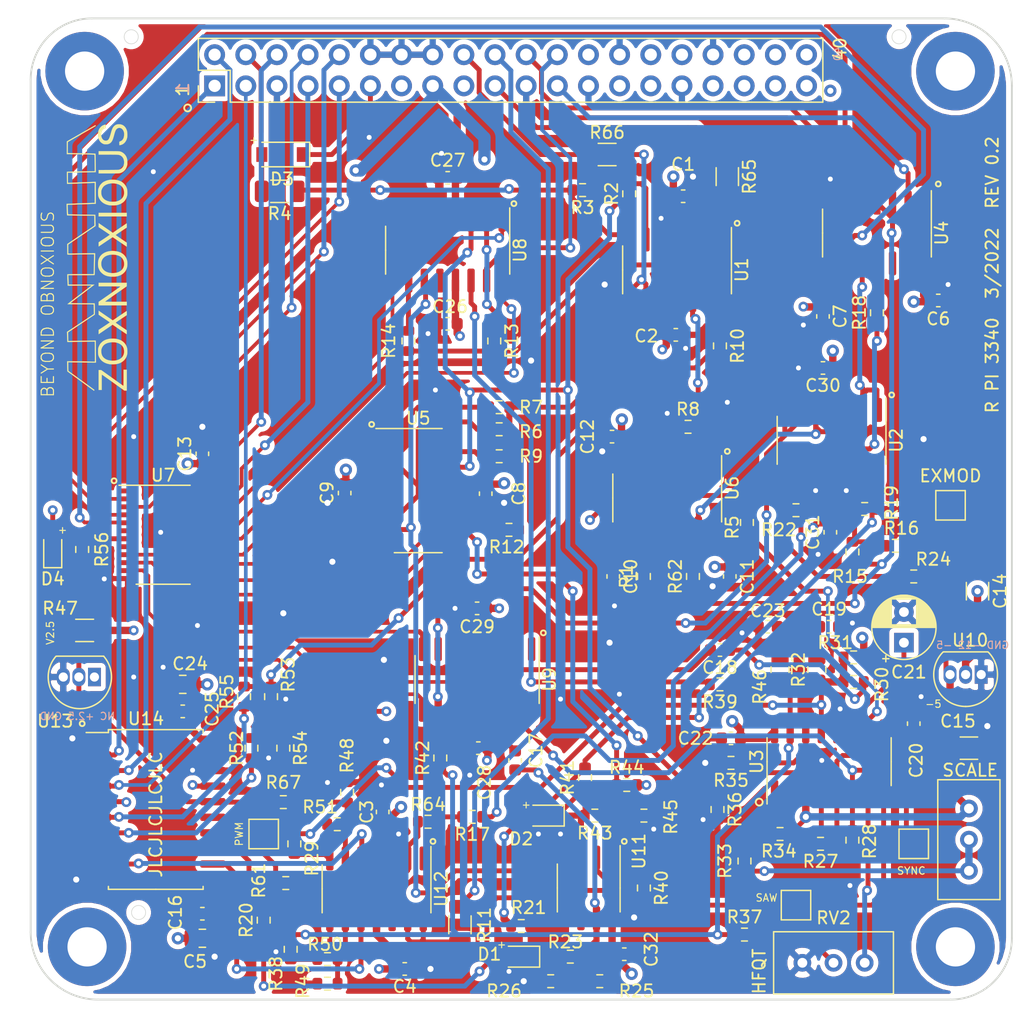
<source format=kicad_pcb>
(kicad_pcb (version 20171130) (host pcbnew "(5.1.12-1-10_14)")
  (layers (0 F.Cu signal) (1 In1.Cu power hide) (2 In2.Cu mixed hide) (31 B.Cu signal) (34 B.Paste user hide) (35 F.Paste user hide) (36 B.SilkS user) (37 F.SilkS user) (38 B.Mask user hide) (39 F.Mask user hide) (44 Edge.Cuts user))
  (net 0 "")
  (net 1 GND)
  (net 2 -12V)
  (net 3 -5V)
  (net 4 +12V)
  (net 5 /cem3340/PWM)
  (net 6 /cem3340/SOFT_SYNC)
  (net 7 +5V)
  (net 8 /cem3340/HARD_SYNC)
  (net 9 /SDA1)
  (net 10 /SCL1)
  (net 11 "Net-(J1-Pad37)")
  (net 12 "Net-(J1-Pad40)")
  (net 13 /OSC2_MIX1)
  (net 14 /OSC1_MIX1)
  (net 15 /cem3340/INV_SHIFTED_EXT_MOD)
  (net 16 "Net-(R7-Pad1)")
  (net 17 /EXT_OSC_MOD)
  (net 18 "Net-(R22-Pad1)")
  (net 19 /cem3340/LINEAR_FM)
  (net 20 "Net-(R33-Pad1)")
  (net 21 "Net-(R34-Pad1)")
  (net 22 /cem3340/SUMMING_INPUT)
  (net 23 /cem3340/HIGH_FREQ_TRACK)
  (net 24 /MIX1_SAW_CTRL)
  (net 25 /MIX1_PULSE_CTRL)
  (net 26 "Net-(C10-Pad1)")
  (net 27 "Net-(C17-Pad2)")
  (net 28 "Net-(C17-Pad1)")
  (net 29 "Net-(C18-Pad2)")
  (net 30 "Net-(C18-Pad1)")
  (net 31 "Net-(C19-Pad1)")
  (net 32 "Net-(C21-Pad1)")
  (net 33 "Net-(C23-Pad1)")
  (net 34 /SPI0_SCLK)
  (net 35 /GPIO_MODULE_DRIVEN)
  (net 36 /I2C_ADDR0)
  (net 37 /I2C_ADDR2)
  (net 38 /OSC1_CV)
  (net 39 /EXT_CV)
  (net 40 /FILT1_OUT1)
  (net 41 /FILT2_OUT2)
  (net 42 /VCA1_OUT)
  (net 43 /FX1)
  (net 44 /FX2)
  (net 45 /VCA3_OUT)
  (net 46 /VCA2_OUT)
  (net 47 /FILT2_OUT1)
  (net 48 /FILT1_OUT2)
  (net 49 /OSC2_MIX2)
  (net 50 /OSC1_MIX2)
  (net 51 /I2C_ADDR1)
  (net 52 /GPIO_PI_DRIVEN)
  (net 53 /SPI0_MOSI)
  (net 54 "Net-(R1-Pad2)")
  (net 55 "Net-(R2-Pad2)")
  (net 56 "Net-(R15-Pad1)")
  (net 57 /PWM_DAC)
  (net 58 "Net-(R17-Pad1)")
  (net 59 "Net-(R18-Pad2)")
  (net 60 /SYNC_LEVEL_DAC)
  (net 61 "Net-(R20-Pad1)")
  (net 62 /LINEAR_FM_DAC)
  (net 63 "Net-(R33-Pad2)")
  (net 64 "Net-(R35-Pad1)")
  (net 65 "Net-(R37-Pad2)")
  (net 66 /cem3340/EXT_FREQ_CV)
  (net 67 "Net-(R40-Pad1)")
  (net 68 "Net-(R42-Pad2)")
  (net 69 "Net-(R48-Pad2)")
  (net 70 "Net-(R49-Pad1)")
  (net 71 /DAC/OSC_EXT_VCA_FROM_DAC)
  (net 72 /DAC/LINEAR_FM_FROM_DAC)
  (net 73 /cem3340/SCALED_EXT_MOD)
  (net 74 /EXT_MOD_SEL_CTRL)
  (net 75 "Net-(U4-Pad1)")
  (net 76 "Net-(U5-Pad12)")
  (net 77 /MIX1_COMP_OSC2_CTRL)
  (net 78 /EXT_FREQ_CV_CTRL)
  (net 79 /MIX2_SAW_CTRL)
  (net 80 /MIX2_PULSE_CTRL)
  (net 81 /EXP_FM_EXT_CTRL)
  (net 82 /LINEAR_FM_EXT_CTRL)
  (net 83 /HARD_SYNC_CTRL)
  (net 84 /EXT_MOD_PW_CTRL)
  (net 85 "Net-(U8-Pad12)")
  (net 86 "Net-(U9-Pad12)")
  (net 87 /DAC/FREQ_CV_FROM_DAC)
  (net 88 "Net-(J1-Pad39)")
  (net 89 "Net-(R3-Pad2)")
  (net 90 "Net-(U6-Pad11)")
  (net 91 "Net-(U6-Pad3)")
  (net 92 "Net-(D1-Pad1)")
  (net 93 "Net-(D2-Pad1)")
  (net 94 /OSC1_CV_DAC)
  (net 95 "Net-(R11-Pad1)")
  (net 96 /cem3340/SCALED_MOD_BUFFERED)
  (net 97 "Net-(U4-Pad13)")
  (net 98 "Net-(U4-Pad12)")
  (net 99 "Net-(U2-Pad1)")
  (net 100 /VCO_PULSE)
  (net 101 "Net-(R5-Pad2)")
  (net 102 /VCO_SAW)
  (net 103 /VCO_COMP)
  (net 104 /EXT_OSC_VCA_AMOUNT)
  (net 105 /VCO_TRI)
  (net 106 /SAW_LEVEL_CTRL)
  (net 107 "Net-(R13-Pad1)")
  (net 108 "Net-(U8-Pad8)")
  (net 109 "Net-(U8-Pad7)")
  (net 110 "Net-(U8-Pad6)")
  (net 111 "Net-(U7-Pad1)")
  (net 112 "Net-(U7-Pad6)")
  (net 113 /DAC/PWM_FROM_DAC)
  (net 114 "Net-(R61-Pad1)")
  (net 115 "Net-(U14-Pad19)")
  (net 116 "Net-(U14-Pad14)")
  (net 117 "Net-(U14-Pad8)")
  (net 118 "Net-(R9-Pad1)")
  (net 119 "Net-(R12-Pad1)")
  (net 120 "Net-(R13-Pad2)")
  (net 121 /DAC/VREF_2.5V)
  (net 122 "/Output Mix/MIX1_SUM")
  (net 123 "Net-(R6-Pad1)")
  (net 124 "Net-(R14-Pad1)")
  (net 125 "Net-(R65-Pad1)")
  (net 126 "Net-(R66-Pad1)")
  (net 127 "Net-(U9-Pad3)")
  (net 128 "Net-(U9-Pad2)")
  (net 129 "Net-(U9-Pad1)")
  (net 130 "/Output Mix/SCALED_TRI")
  (net 131 /DAC/TRI_VCA_FROM_DAC)
  (net 132 /TRI_VC_AMOUNT_DAC)
  (net 133 "Net-(U7-Pad17)")
  (net 134 "/Output Mix/VCA_TRI")
  (net 135 /LED_CTRL)
  (net 136 "Net-(U7-Pad8)")
  (net 137 "Net-(D4-Pad1)")
  (module TestPoint:TestPoint_Pad_2.0x2.0mm (layer F.Cu) (at 142 65.2)
    (fp_text reference TP4 hide)
    (fp_text value TestPoint)
    (pad 1 smd rect (at 0 0) (size 2 2) (layers F.Cu F.Mask) (net 15 /cem3340/INV_SHIFTED_EXT_MOD))
  )
  (module Package_SO:TSSOP-24_4.4x7.8mm_P0.65mm (layer F.Cu) (at 77.8 67.6)
    (fp_text reference U7 (at 0 -4.85) (layer F.SilkS))
    (fp_text value PCA9555D)
    (pad 24 smd roundrect (at 2.8625 -3.575) (size 1.475 0.4) (layers F.Cu F.Paste F.Mask) (net 7 +5V))
    (pad 23 smd roundrect (at 2.8625 -2.925) (size 1.475 0.4) (layers F.Cu F.Paste F.Mask) (net 9 /SDA1))
    (pad 22 smd roundrect (at 2.8625 -2.275) (size 1.475 0.4) (layers F.Cu F.Paste F.Mask) (net 10 /SCL1))
    (pad 21 smd roundrect (at 2.8625 -1.625) (size 1.475 0.4) (layers F.Cu F.Paste F.Mask) (net 36 /I2C_ADDR0))
    (pad 20 smd roundrect (at 2.8625 -0.975) (size 1.475 0.4) (layers F.Cu F.Paste F.Mask) (net 79 /MIX2_SAW_CTRL))
    (pad 19 smd roundrect (at 2.8625 -0.325) (size 1.475 0.4) (layers F.Cu F.Paste F.Mask) (net 80 /MIX2_PULSE_CTRL))
    (pad 18 smd roundrect (at 2.8625 0.325) (size 1.475 0.4) (layers F.Cu F.Paste F.Mask) (net 78 /EXT_FREQ_CV_CTRL))
    (pad 17 smd roundrect (at 2.8625 0.975) (size 1.475 0.4) (layers F.Cu F.Paste F.Mask) (net 133 "Net-(U7-Pad17)"))
    (pad 16 smd roundrect (at 2.8625 1.625) (size 1.475 0.4) (layers F.Cu F.Paste F.Mask) (net 106 /SAW_LEVEL_CTRL))
    (pad 15 smd roundrect (at 2.8625 2.275) (size 1.475 0.4) (layers F.Cu F.Paste F.Mask) (net 24 /MIX1_SAW_CTRL))
    (pad 14 smd roundrect (at 2.8625 2.925) (size 1.475 0.4) (layers F.Cu F.Paste F.Mask) (net 25 /MIX1_PULSE_CTRL))
    (pad 13 smd roundrect (at 2.8625 3.575) (size 1.475 0.4) (layers F.Cu F.Paste F.Mask) (net 77 /MIX1_COMP_OSC2_CTRL))
    (pad 12 smd roundrect (at -2.8625 3.575) (size 1.475 0.4) (layers F.Cu F.Paste F.Mask) (net 1 GND))
    (pad 11 smd roundrect (at -2.8625 2.925) (size 1.475 0.4) (layers F.Cu F.Paste F.Mask) (net 81 /EXP_FM_EXT_CTRL))
    (pad 10 smd roundrect (at -2.8625 2.275) (size 1.475 0.4) (layers F.Cu F.Paste F.Mask) (net 83 /HARD_SYNC_CTRL))
    (pad 9 smd roundrect (at -2.8625 1.625) (size 1.475 0.4) (layers F.Cu F.Paste F.Mask) (net 82 /LINEAR_FM_EXT_CTRL))
    (pad 8 smd roundrect (at -2.8625 0.975) (size 1.475 0.4) (layers F.Cu F.Paste F.Mask) (net 136 "Net-(U7-Pad8)"))
    (pad 7 smd roundrect (at -2.8625 0.325) (size 1.475 0.4) (layers F.Cu F.Paste F.Mask) (net 135 /LED_CTRL))
    (pad 6 smd roundrect (at -2.8625 -0.325) (size 1.475 0.4) (layers F.Cu F.Paste F.Mask) (net 112 "Net-(U7-Pad6)"))
    (pad 5 smd roundrect (at -2.8625 -0.975) (size 1.475 0.4) (layers F.Cu F.Paste F.Mask) (net 84 /EXT_MOD_PW_CTRL))
    (pad 4 smd roundrect (at -2.8625 -1.625) (size 1.475 0.4) (layers F.Cu F.Paste F.Mask) (net 74 /EXT_MOD_SEL_CTRL))
    (pad 3 smd roundrect (at -2.8625 -2.275) (size 1.475 0.4) (layers F.Cu F.Paste F.Mask) (net 37 /I2C_ADDR2))
    (pad 2 smd roundrect (at -2.8625 -2.925) (size 1.475 0.4) (layers F.Cu F.Paste F.Mask) (net 51 /I2C_ADDR1))
    (pad 1 smd roundrect (at -2.8625 -3.575) (size 1.475 0.4) (layers F.Cu F.Paste F.Mask) (net 111 "Net-(U7-Pad1)"))
  )
  (module Capacitor_SMD:C_0805_2012Metric (layer F.Cu) (at 79.4 79.8)
    (fp_text reference C24 (at 0.6 -1.68) (layer F.SilkS))
    (fp_text value 4.7u)
    (pad 2 smd roundrect (at 0.95 0) (size 1 1.45) (layers F.Cu F.Paste F.Mask) (net 7 +5V))
    (pad 1 smd roundrect (at -0.95 0) (size 1 1.45) (layers F.Cu F.Paste F.Mask) (net 1 GND))
  )
  (module Capacitor_SMD:C_0805_2012Metric (layer F.Cu) (at 81 100.5)
    (fp_text reference C5 (at -0.6 1.9) (layer F.SilkS))
    (fp_text value 4.7u)
    (pad 2 smd roundrect (at 0.95 0) (size 1 1.45) (layers F.Cu F.Paste F.Mask) (net 1 GND))
    (pad 1 smd roundrect (at -0.95 0) (size 1 1.45) (layers F.Cu F.Paste F.Mask) (net 7 +5V))
  )
  (module TestPoint:TestPoint_Pad_2.0x2.0mm (layer F.Cu) (at 139 92.8)
    (fp_text reference TP3 hide)
    (fp_text value TestPoint)
    (pad 1 smd rect (at 0 0) (size 2 2) (layers F.Cu F.Mask) (net 8 /cem3340/HARD_SYNC))
  )
  (module TestPoint:TestPoint_Pad_2.0x2.0mm (layer F.Cu) (at 129.4 97.8)
    (fp_text reference TP2 hide)
    (fp_text value TestPoint)
    (pad 1 smd rect (at 0 0) (size 2 2) (layers F.Cu F.Mask) (net 102 /VCO_SAW))
  )
  (module TestPoint:TestPoint_Pad_2.0x2.0mm (layer F.Cu) (at 86 92)
    (fp_text reference TP1 hide)
    (fp_text value TestPoint)
    (pad 1 smd rect (at 0 0) (size 2 2) (layers F.Cu F.Mask) (net 113 /DAC/PWM_FROM_DAC))
  )
  (module Capacitor_THT:CP_Radial_D5.0mm_P2.50mm (layer F.Cu) (at 138.2 76.4 90)
    (fp_text reference C21 (at -2.4 0.4 180) (layer F.SilkS))
    (fp_text value 1000p)
    (pad 2 thru_hole circle (at 2.5 0 90) (size 1.6 1.6) (drill 0.8) (layers *.Cu *.Mask) (net 1 GND))
    (pad 1 thru_hole rect (at 0 0 90) (size 1.6 1.6) (drill 0.8) (layers *.Cu *.Mask) (net 32 "Net-(C21-Pad1)"))
  )
  (module project_footprints:zoxnoxious_small (layer F.Cu) (at 72.4 45 90)
    (fp_text reference G*** hide)
    (fp_text value LOGO hide)
  )
  (module Resistor_SMD:R_0603_1608Metric (layer F.Cu) (at 71.2 68.8 90)
    (fp_text reference R56 (at 0 1.6 270) (layer F.SilkS))
    (fp_text value 2k)
    (pad 2 smd roundrect (at 0.825 0 90) (size 0.8 0.95) (layers F.Cu F.Paste F.Mask) (net 135 /LED_CTRL))
    (pad 1 smd roundrect (at -0.825 0 90) (size 0.8 0.95) (layers F.Cu F.Paste F.Mask) (net 137 "Net-(D4-Pad1)"))
  )
  (module LED_SMD:LED_0603_1608Metric (layer F.Cu) (at 68.8 68.8 90)
    (fp_text reference D4 (at -2.4 0 180) (layer F.SilkS))
    (fp_text value LED)
    (pad 2 smd roundrect (at 0.7875 0 90) (size 0.875 0.95) (layers F.Cu F.Paste F.Mask) (net 7 +5V))
    (pad 1 smd roundrect (at -0.7875 0 90) (size 0.875 0.95) (layers F.Cu F.Paste F.Mask) (net 137 "Net-(D4-Pad1)"))
  )
  (module Resistor_SMD:R_0603_1608Metric (layer F.Cu) (at 97.8 51.8 270)
    (fp_text reference R14 (at 0 1.6 90) (layer F.SilkS))
    (fp_text value 20k)
    (pad 2 smd roundrect (at 0.825 0 270) (size 0.8 0.95) (layers F.Cu F.Paste F.Mask) (net 120 "Net-(R13-Pad2)"))
    (pad 1 smd roundrect (at -0.825 0 270) (size 0.8 0.95) (layers F.Cu F.Paste F.Mask) (net 124 "Net-(R14-Pad1)"))
  )
  (module Package_SO:SOIC-16_3.9x9.9mm_P1.27mm (layer F.Cu) (at 103.4 79.4 270)
    (fp_text reference U9 (at 0 -5.9 90) (layer F.SilkS))
    (fp_text value DG442CY+)
    (pad 16 smd roundrect (at 2.475 -4.445 270) (size 1.95 0.6) (layers F.Cu F.Paste F.Mask) (net 83 /HARD_SYNC_CTRL))
    (pad 15 smd roundrect (at 2.475 -3.175 270) (size 1.95 0.6) (layers F.Cu F.Paste F.Mask) (net 8 /cem3340/HARD_SYNC))
    (pad 14 smd roundrect (at 2.475 -1.905 270) (size 1.95 0.6) (layers F.Cu F.Paste F.Mask) (net 28 "Net-(C17-Pad1)"))
    (pad 13 smd roundrect (at 2.475 -0.635 270) (size 1.95 0.6) (layers F.Cu F.Paste F.Mask) (net 4 +12V))
    (pad 12 smd roundrect (at 2.475 0.635 270) (size 1.95 0.6) (layers F.Cu F.Paste F.Mask) (net 86 "Net-(U9-Pad12)"))
    (pad 11 smd roundrect (at 2.475 1.905 270) (size 1.95 0.6) (layers F.Cu F.Paste F.Mask) (net 68 "Net-(R42-Pad2)"))
    (pad 10 smd roundrect (at 2.475 3.175 270) (size 1.95 0.6) (layers F.Cu F.Paste F.Mask) (net 96 /cem3340/SCALED_MOD_BUFFERED))
    (pad 9 smd roundrect (at 2.475 4.445 270) (size 1.95 0.6) (layers F.Cu F.Paste F.Mask) (net 81 /EXP_FM_EXT_CTRL))
    (pad 8 smd roundrect (at -2.475 4.445 270) (size 1.95 0.6) (layers F.Cu F.Paste F.Mask) (net 82 /LINEAR_FM_EXT_CTRL))
    (pad 7 smd roundrect (at -2.475 3.175 270) (size 1.95 0.6) (layers F.Cu F.Paste F.Mask) (net 96 /cem3340/SCALED_MOD_BUFFERED))
    (pad 6 smd roundrect (at -2.475 1.905 270) (size 1.95 0.6) (layers F.Cu F.Paste F.Mask) (net 29 "Net-(C18-Pad2)"))
    (pad 5 smd roundrect (at -2.475 0.635 270) (size 1.95 0.6) (layers F.Cu F.Paste F.Mask) (net 1 GND))
    (pad 4 smd roundrect (at -2.475 -0.635 270) (size 1.95 0.6) (layers F.Cu F.Paste F.Mask) (net 2 -12V))
    (pad 3 smd roundrect (at -2.475 -1.905 270) (size 1.95 0.6) (layers F.Cu F.Paste F.Mask) (net 127 "Net-(U9-Pad3)"))
    (pad 2 smd roundrect (at -2.475 -3.175 270) (size 1.95 0.6) (layers F.Cu F.Paste F.Mask) (net 128 "Net-(U9-Pad2)"))
    (pad 1 smd roundrect (at -2.475 -4.445 270) (size 1.95 0.6) (layers F.Cu F.Paste F.Mask) (net 129 "Net-(U9-Pad1)"))
  )
  (module Package_SO:SOIC-14_3.9x8.7mm_P1.27mm (layer F.Cu) (at 118.9 64.6 270)
    (fp_text reference U6 (at -0.8 -5.3 90) (layer F.SilkS))
    (fp_text value AS3360)
    (pad 14 smd roundrect (at 2.475 -3.81 270) (size 1.95 0.6) (layers F.Cu F.Paste F.Mask) (net 4 +12V))
    (pad 13 smd roundrect (at 2.475 -2.54 270) (size 1.95 0.6) (layers F.Cu F.Paste F.Mask) (net 73 /cem3340/SCALED_EXT_MOD))
    (pad 12 smd roundrect (at 2.475 -1.27 270) (size 1.95 0.6) (layers F.Cu F.Paste F.Mask) (net 90 "Net-(U6-Pad11)"))
    (pad 11 smd roundrect (at 2.475 0 270) (size 1.95 0.6) (layers F.Cu F.Paste F.Mask) (net 90 "Net-(U6-Pad11)"))
    (pad 10 smd roundrect (at 2.475 1.27 270) (size 1.95 0.6) (layers F.Cu F.Paste F.Mask) (net 104 /EXT_OSC_VCA_AMOUNT))
    (pad 9 smd roundrect (at 2.475 2.54 270) (size 1.95 0.6) (layers F.Cu F.Paste F.Mask) (net 54 "Net-(R1-Pad2)"))
    (pad 8 smd roundrect (at 2.475 3.81 270) (size 1.95 0.6) (layers F.Cu F.Paste F.Mask) (net 26 "Net-(C10-Pad1)"))
    (pad 7 smd roundrect (at -2.475 3.81 270) (size 1.95 0.6) (layers F.Cu F.Paste F.Mask) (net 2 -12V))
    (pad 6 smd roundrect (at -2.475 2.54 270) (size 1.95 0.6) (layers F.Cu F.Paste F.Mask) (net 101 "Net-(R5-Pad2)"))
    (pad 5 smd roundrect (at -2.475 1.27 270) (size 1.95 0.6) (layers F.Cu F.Paste F.Mask) (net 132 /TRI_VC_AMOUNT_DAC))
    (pad 4 smd roundrect (at -2.475 0 270) (size 1.95 0.6) (layers F.Cu F.Paste F.Mask) (net 91 "Net-(U6-Pad3)"))
    (pad 3 smd roundrect (at -2.475 -1.27 270) (size 1.95 0.6) (layers F.Cu F.Paste F.Mask) (net 91 "Net-(U6-Pad3)"))
    (pad 2 smd roundrect (at -2.475 -2.54 270) (size 1.95 0.6) (layers F.Cu F.Paste F.Mask) (net 134 "/Output Mix/VCA_TRI"))
    (pad 1 smd roundrect (at -2.475 -3.81 270) (size 1.95 0.6) (layers F.Cu F.Paste F.Mask) (net 1 GND))
  )
  (module Package_SO:SOIC-16_3.9x9.9mm_P1.27mm (layer F.Cu) (at 98.6 64)
    (fp_text reference U5 (at 0 -5.9) (layer F.SilkS))
    (fp_text value DG442CY+)
    (pad 16 smd roundrect (at 2.475 -4.445) (size 1.95 0.6) (layers F.Cu F.Paste F.Mask) (net 25 /MIX1_PULSE_CTRL))
    (pad 15 smd roundrect (at 2.475 -3.175) (size 1.95 0.6) (layers F.Cu F.Paste F.Mask) (net 118 "Net-(R9-Pad1)"))
    (pad 14 smd roundrect (at 2.475 -1.905) (size 1.95 0.6) (layers F.Cu F.Paste F.Mask) (net 100 /VCO_PULSE))
    (pad 13 smd roundrect (at 2.475 -0.635) (size 1.95 0.6) (layers F.Cu F.Paste F.Mask) (net 4 +12V))
    (pad 12 smd roundrect (at 2.475 0.635) (size 1.95 0.6) (layers F.Cu F.Paste F.Mask) (net 76 "Net-(U5-Pad12)"))
    (pad 11 smd roundrect (at 2.475 1.905) (size 1.95 0.6) (layers F.Cu F.Paste F.Mask) (net 119 "Net-(R12-Pad1)"))
    (pad 10 smd roundrect (at 2.475 3.175) (size 1.95 0.6) (layers F.Cu F.Paste F.Mask) (net 103 /VCO_COMP))
    (pad 9 smd roundrect (at 2.475 4.445) (size 1.95 0.6) (layers F.Cu F.Paste F.Mask) (net 77 /MIX1_COMP_OSC2_CTRL))
    (pad 8 smd roundrect (at -2.475 4.445) (size 1.95 0.6) (layers F.Cu F.Paste F.Mask) (net 24 /MIX1_SAW_CTRL))
    (pad 7 smd roundrect (at -2.475 3.175) (size 1.95 0.6) (layers F.Cu F.Paste F.Mask) (net 102 /VCO_SAW))
    (pad 6 smd roundrect (at -2.475 1.905) (size 1.95 0.6) (layers F.Cu F.Paste F.Mask) (net 123 "Net-(R6-Pad1)"))
    (pad 5 smd roundrect (at -2.475 0.635) (size 1.95 0.6) (layers F.Cu F.Paste F.Mask) (net 1 GND))
    (pad 4 smd roundrect (at -2.475 -0.635) (size 1.95 0.6) (layers F.Cu F.Paste F.Mask) (net 2 -12V))
    (pad 3 smd roundrect (at -2.475 -1.905) (size 1.95 0.6) (layers F.Cu F.Paste F.Mask) (net 123 "Net-(R6-Pad1)"))
    (pad 2 smd roundrect (at -2.475 -3.175) (size 1.95 0.6) (layers F.Cu F.Paste F.Mask) (net 16 "Net-(R7-Pad1)"))
    (pad 1 smd roundrect (at -2.475 -4.445) (size 1.95 0.6) (layers F.Cu F.Paste F.Mask) (net 106 /SAW_LEVEL_CTRL))
  )
  (module Resistor_SMD:R_1206_3216Metric (layer F.Cu) (at 114 36.6 180)
    (fp_text reference R66 (at 0 1.8) (layer F.SilkS))
    (fp_text value 1k)
    (pad 2 smd roundrect (at 1.4625 0 180) (size 1.125 1.75) (layers F.Cu F.Paste F.Mask) (roundrect_rratio 0.2222213333333333) (net 14 /OSC1_MIX1))
    (pad 1 smd roundrect (at -1.4625 0 180) (size 1.125 1.75) (layers F.Cu F.Paste F.Mask) (roundrect_rratio 0.2222213333333333) (net 126 "Net-(R66-Pad1)"))
  )
  (module Resistor_SMD:R_1206_3216Metric (layer F.Cu) (at 123.8 38.4 90)
    (fp_text reference R65 (at 0 1.8 90) (layer F.SilkS))
    (fp_text value 1k)
    (pad 2 smd roundrect (at 1.4625 0 90) (size 1.125 1.75) (layers F.Cu F.Paste F.Mask) (roundrect_rratio 0.2222213333333333) (net 50 /OSC1_MIX2))
    (pad 1 smd roundrect (at -1.4625 0 90) (size 1.125 1.75) (layers F.Cu F.Paste F.Mask) (roundrect_rratio 0.2222213333333333) (net 125 "Net-(R65-Pad1)"))
  )
  (module Resistor_SMD:R_0603_1608Metric (layer F.Cu) (at 104.8 51.8 270)
    (fp_text reference R13 (at 0 -1.43 90) (layer F.SilkS))
    (fp_text value 27k)
    (pad 2 smd roundrect (at 0.825 0 270) (size 0.8 0.95) (layers F.Cu F.Paste F.Mask) (net 120 "Net-(R13-Pad2)"))
    (pad 1 smd roundrect (at -0.825 0 270) (size 0.8 0.95) (layers F.Cu F.Paste F.Mask) (net 107 "Net-(R13-Pad1)"))
  )
  (module Resistor_SMD:R_0603_1608Metric (layer F.Cu) (at 106 67.2)
    (fp_text reference R12 (at -0.2 1.4) (layer F.SilkS))
    (fp_text value 20k)
    (pad 2 smd roundrect (at 0.825 0) (size 0.8 0.95) (layers F.Cu F.Paste F.Mask) (net 122 "/Output Mix/MIX1_SUM"))
    (pad 1 smd roundrect (at -0.825 0) (size 0.8 0.95) (layers F.Cu F.Paste F.Mask) (net 119 "Net-(R12-Pad1)"))
  )
  (module Resistor_SMD:R_0603_1608Metric (layer F.Cu) (at 123.2 52.2 270)
    (fp_text reference R10 (at 0 -1.43 90) (layer F.SilkS))
    (fp_text value 10k)
    (pad 2 smd roundrect (at 0.825 0 270) (size 0.8 0.95) (layers F.Cu F.Paste F.Mask) (net 122 "/Output Mix/MIX1_SUM"))
    (pad 1 smd roundrect (at -0.825 0 270) (size 0.8 0.95) (layers F.Cu F.Paste F.Mask) (net 130 "/Output Mix/SCALED_TRI"))
  )
  (module Resistor_SMD:R_0603_1608Metric (layer F.Cu) (at 105.2 61.2)
    (fp_text reference R9 (at 2.6 0) (layer F.SilkS))
    (fp_text value 27k)
    (pad 2 smd roundrect (at 0.825 0) (size 0.8 0.95) (layers F.Cu F.Paste F.Mask) (net 122 "/Output Mix/MIX1_SUM"))
    (pad 1 smd roundrect (at -0.825 0) (size 0.8 0.95) (layers F.Cu F.Paste F.Mask) (net 118 "Net-(R9-Pad1)"))
  )
  (module Resistor_SMD:R_0603_1608Metric (layer F.Cu) (at 120.6 58.8)
    (fp_text reference R8 (at 0 -1.43) (layer F.SilkS))
    (fp_text value 51k)
    (pad 2 smd roundrect (at 0.825 0) (size 0.8 0.95) (layers F.Cu F.Paste F.Mask) (net 134 "/Output Mix/VCA_TRI"))
    (pad 1 smd roundrect (at -0.825 0) (size 0.8 0.95) (layers F.Cu F.Paste F.Mask) (net 1 GND))
  )
  (module Resistor_SMD:R_0603_1608Metric (layer F.Cu) (at 105.2 57.2)
    (fp_text reference R7 (at 2.6 0) (layer F.SilkS))
    (fp_text value 20k)
    (pad 2 smd roundrect (at 0.825 0) (size 0.8 0.95) (layers F.Cu F.Paste F.Mask) (net 122 "/Output Mix/MIX1_SUM"))
    (pad 1 smd roundrect (at -0.825 0) (size 0.8 0.95) (layers F.Cu F.Paste F.Mask) (net 16 "Net-(R7-Pad1)"))
  )
  (module Resistor_SMD:R_0603_1608Metric (layer F.Cu) (at 105.2 59)
    (fp_text reference R6 (at 2.6 0.2) (layer F.SilkS))
    (fp_text value 47k)
    (pad 2 smd roundrect (at 0.825 0) (size 0.8 0.95) (layers F.Cu F.Paste F.Mask) (net 122 "/Output Mix/MIX1_SUM"))
    (pad 1 smd roundrect (at -0.825 0) (size 0.8 0.95) (layers F.Cu F.Paste F.Mask) (net 123 "Net-(R6-Pad1)"))
  )
  (module Resistor_SMD:R_0603_1608Metric (layer F.Cu) (at 125.4 66.6 90)
    (fp_text reference R5 (at -0.4 -1.2 90) (layer F.SilkS))
    (fp_text value 47k)
    (pad 2 smd roundrect (at 0.825 0 90) (size 0.8 0.95) (layers F.Cu F.Paste F.Mask) (net 101 "Net-(R5-Pad2)"))
    (pad 1 smd roundrect (at -0.825 0 90) (size 0.8 0.95) (layers F.Cu F.Paste F.Mask) (net 105 /VCO_TRI))
  )
  (module Diode_SMD:D_SOD-123 (layer F.Cu) (at 87.5 36.6 180)
    (fp_text reference D3 (at 0 -2) (layer F.SilkS))
    (fp_text value 1N4148W)
    (pad 2 smd rect (at 1.65 0 180) (size 0.9 1.2) (layers F.Cu F.Paste F.Mask) (net 35 /GPIO_MODULE_DRIVEN))
    (pad 1 smd rect (at -1.65 0 180) (size 0.9 1.2) (layers F.Cu F.Paste F.Mask) (net 7 +5V))
  )
  (module Capacitor_SMD:C_0603_1608Metric (layer F.Cu) (at 81 98.5)
    (fp_text reference C16 (at -2.2 -0.1 90) (layer F.SilkS))
    (fp_text value 100n)
    (pad 2 smd roundrect (at 0.775 0) (size 0.9 0.95) (layers F.Cu F.Paste F.Mask) (net 1 GND))
    (pad 1 smd roundrect (at -0.775 0) (size 0.9 0.95) (layers F.Cu F.Paste F.Mask) (net 7 +5V))
  )
  (module MountingHole:MountingHole_3.2mm_M3_Pad (layer F.Cu) (at 71.6 101.2)
    (fp_text reference H2 hide)
    (fp_text value MountingHole)
    (pad 1 thru_hole circle (at 0 0) (size 6.4 6.4) (drill 3.2) (layers *.Cu *.Mask))
  )
  (module Package_SO:SOIC-20W_7.5x12.8mm_P1.27mm (layer F.Cu) (at 77.2 90)
    (fp_text reference U14 (at -0.8 -7.4) (layer F.SilkS))
    (fp_text value TLV5610IDW)
    (pad 20 smd roundrect (at 4.65 -5.715) (size 2.05 0.6) (layers F.Cu F.Paste F.Mask) (net 7 +5V))
    (pad 19 smd roundrect (at 4.65 -4.445) (size 2.05 0.6) (layers F.Cu F.Paste F.Mask) (net 115 "Net-(U14-Pad19)"))
    (pad 18 smd roundrect (at 4.65 -3.175) (size 2.05 0.6) (layers F.Cu F.Paste F.Mask) (net 1 GND))
    (pad 17 smd roundrect (at 4.65 -1.905) (size 2.05 0.6) (layers F.Cu F.Paste F.Mask) (net 7 +5V))
    (pad 16 smd roundrect (at 4.65 -0.635) (size 2.05 0.6) (layers F.Cu F.Paste F.Mask) (net 121 /DAC/VREF_2.5V))
    (pad 15 smd roundrect (at 4.65 0.635) (size 2.05 0.6) (layers F.Cu F.Paste F.Mask) (net 113 /DAC/PWM_FROM_DAC))
    (pad 14 smd roundrect (at 4.65 1.905) (size 2.05 0.6) (layers F.Cu F.Paste F.Mask) (net 116 "Net-(U14-Pad14)"))
    (pad 13 smd roundrect (at 4.65 3.175) (size 2.05 0.6) (layers F.Cu F.Paste F.Mask) (net 60 /SYNC_LEVEL_DAC))
    (pad 12 smd roundrect (at 4.65 4.445) (size 2.05 0.6) (layers F.Cu F.Paste F.Mask) (net 87 /DAC/FREQ_CV_FROM_DAC))
    (pad 11 smd roundrect (at 4.65 5.715) (size 2.05 0.6) (layers F.Cu F.Paste F.Mask) (net 7 +5V))
    (pad 10 smd roundrect (at -4.65 5.715) (size 2.05 0.6) (layers F.Cu F.Paste F.Mask) (net 1 GND))
    (pad 9 smd roundrect (at -4.65 4.445) (size 2.05 0.6) (layers F.Cu F.Paste F.Mask) (net 72 /DAC/LINEAR_FM_FROM_DAC))
    (pad 8 smd roundrect (at -4.65 3.175) (size 2.05 0.6) (layers F.Cu F.Paste F.Mask) (net 117 "Net-(U14-Pad8)"))
    (pad 7 smd roundrect (at -4.65 1.905) (size 2.05 0.6) (layers F.Cu F.Paste F.Mask) (net 71 /DAC/OSC_EXT_VCA_FROM_DAC))
    (pad 6 smd roundrect (at -4.65 0.635) (size 2.05 0.6) (layers F.Cu F.Paste F.Mask) (net 131 /DAC/TRI_VCA_FROM_DAC))
    (pad 5 smd roundrect (at -4.65 -0.635) (size 2.05 0.6) (layers F.Cu F.Paste F.Mask) (net 7 +5V))
    (pad 4 smd roundrect (at -4.65 -1.905) (size 2.05 0.6) (layers F.Cu F.Paste F.Mask) (net 52 /GPIO_PI_DRIVEN))
    (pad 3 smd roundrect (at -4.65 -3.175) (size 2.05 0.6) (layers F.Cu F.Paste F.Mask) (net 34 /SPI0_SCLK))
    (pad 2 smd roundrect (at -4.65 -4.445) (size 2.05 0.6) (layers F.Cu F.Paste F.Mask) (net 53 /SPI0_MOSI))
    (pad 1 smd roundrect (at -4.65 -5.715) (size 2.05 0.6) (layers F.Cu F.Paste F.Mask) (net 1 GND))
  )
  (module Package_TO_SOT_THT:TO-92_Inline (layer F.Cu) (at 144.5 79 180)
    (fp_text reference U10 (at 0.9 2.8) (layer F.SilkS))
    (fp_text value LM79L05)
    (pad 1 thru_hole rect (at 0 0 180) (size 1.05 1.5) (drill 0.75) (layers *.Cu *.Mask) (net 1 GND))
    (pad 3 thru_hole oval (at 2.54 0 180) (size 1.05 1.5) (drill 0.75) (layers *.Cu *.Mask) (net 3 -5V))
    (pad 2 thru_hole oval (at 1.27 0 180) (size 1.05 1.5) (drill 0.75) (layers *.Cu *.Mask) (net 2 -12V))
  )
  (module Package_TO_SOT_THT:TO-92L_Inline (layer F.Cu) (at 72.2 79.2 180)
    (fp_text reference U13 (at 3.2 -3.6) (layer F.SilkS))
    (fp_text value LM4040AIM3-5.0)
    (pad 1 thru_hole rect (at 0 0 180) (size 1.05 1.5) (drill 0.75) (layers *.Cu *.Mask))
    (pad 3 thru_hole oval (at 2.54 0 180) (size 1.05 1.5) (drill 0.75) (layers *.Cu *.Mask) (net 1 GND))
    (pad 2 thru_hole oval (at 1.27 0 180) (size 1.05 1.5) (drill 0.75) (layers *.Cu *.Mask) (net 121 /DAC/VREF_2.5V))
  )
  (module Resistor_SMD:R_0603_1608Metric (layer F.Cu) (at 115.6 88)
    (fp_text reference R44 (at 0 -1.43) (layer F.SilkS))
    (fp_text value 18k)
    (pad 2 smd roundrect (at 0.825 0) (size 0.8 0.95) (layers F.Cu F.Paste F.Mask) (net 4 +12V))
    (pad 1 smd roundrect (at -0.825 0) (size 0.8 0.95) (layers F.Cu F.Paste F.Mask) (net 103 /VCO_COMP))
  )
  (module Resistor_SMD:R_0603_1608Metric (layer F.Cu) (at 99.4 91 180)
    (fp_text reference R64 (at 0 1.4) (layer F.SilkS))
    (fp_text value 20k)
    (pad 2 smd roundrect (at 0.825 0 180) (size 0.8 0.95) (layers F.Cu F.Paste F.Mask) (net 114 "Net-(R61-Pad1)"))
    (pad 1 smd roundrect (at -0.825 0 180) (size 0.8 0.95) (layers F.Cu F.Paste F.Mask) (net 57 /PWM_DAC))
  )
  (module Resistor_SMD:R_0603_1608Metric (layer F.Cu) (at 87.8 96 180)
    (fp_text reference R61 (at 2.2 0.2 90) (layer F.SilkS))
    (fp_text value 10k)
    (pad 2 smd roundrect (at 0.825 0 180) (size 0.8 0.95) (layers F.Cu F.Paste F.Mask) (net 113 /DAC/PWM_FROM_DAC))
    (pad 1 smd roundrect (at -0.825 0 180) (size 0.8 0.95) (layers F.Cu F.Paste F.Mask) (net 114 "Net-(R61-Pad1)"))
  )
  (module MountingHole:MountingHole_3.2mm_M3_Pad (layer F.Cu) (at 142.4 101.2)
    (fp_text reference H4 hide)
    (fp_text value MountingHole)
    (pad 1 thru_hole circle (at 0 0) (size 6.4 6.4) (drill 3.2) (layers *.Cu *.Mask))
  )
  (module MountingHole:MountingHole_3.2mm_M3_Pad (layer F.Cu) (at 142.4 29.8)
    (fp_text reference H3 hide)
    (fp_text value MountingHole)
    (pad 1 thru_hole circle (at 0 0) (size 6.4 6.4) (drill 3.2) (layers *.Cu *.Mask))
  )
  (module MountingHole:MountingHole_3.2mm_M3_Pad (layer F.Cu) (at 71.4 29.8)
    (fp_text reference H1 hide)
    (fp_text value MountingHole)
    (pad 1 thru_hole circle (at 0 0) (size 6.4 6.4) (drill 3.2) (layers *.Cu *.Mask))
  )
  (module Resistor_SMD:R_1206_3216Metric (layer F.Cu) (at 87.3 39.6 180)
    (fp_text reference R4 (at 0 -1.82) (layer F.SilkS))
    (fp_text value 1k)
    (pad 2 smd roundrect (at 1.4625 0 180) (size 1.125 1.75) (layers F.Cu F.Paste F.Mask) (roundrect_rratio 0.2222204444444444) (net 35 /GPIO_MODULE_DRIVEN))
    (pad 1 smd roundrect (at -1.4625 0 180) (size 1.125 1.75) (layers F.Cu F.Paste F.Mask) (roundrect_rratio 0.2222204444444444) (net 89 "Net-(R3-Pad2)"))
  )
  (module Package_SO:SOIC-14_3.9x8.7mm_P1.27mm (layer F.Cu) (at 136 43 270)
    (fp_text reference U4 (at 0 -5.28 90) (layer F.SilkS))
    (fp_text value DG303B)
    (pad 14 smd roundrect (at 2.475 -3.81 270) (size 1.95 0.6) (layers F.Cu F.Paste F.Mask) (net 4 +12V))
    (pad 13 smd roundrect (at 2.475 -2.54 270) (size 1.95 0.6) (layers F.Cu F.Paste F.Mask) (net 97 "Net-(U4-Pad13)"))
    (pad 12 smd roundrect (at 2.475 -1.27 270) (size 1.95 0.6) (layers F.Cu F.Paste F.Mask) (net 98 "Net-(U4-Pad12)"))
    (pad 11 smd roundrect (at 2.475 0 270) (size 1.95 0.6) (layers F.Cu F.Paste F.Mask) (net 59 "Net-(R18-Pad2)"))
    (pad 10 smd roundrect (at 2.475 1.27 270) (size 1.95 0.6) (layers F.Cu F.Paste F.Mask) (net 99 "Net-(U2-Pad1)"))
    (pad 9 smd roundrect (at 2.475 2.54 270) (size 1.95 0.6) (layers F.Cu F.Paste F.Mask) (net 84 /EXT_MOD_PW_CTRL))
    (pad 8 smd roundrect (at 2.475 3.81 270) (size 1.95 0.6) (layers F.Cu F.Paste F.Mask) (net 2 -12V))
    (pad 7 smd roundrect (at -2.475 3.81 270) (size 1.95 0.6) (layers F.Cu F.Paste F.Mask) (net 1 GND))
    (pad 6 smd roundrect (at -2.475 2.54 270) (size 1.95 0.6) (layers F.Cu F.Paste F.Mask) (net 74 /EXT_MOD_SEL_CTRL))
    (pad 5 smd roundrect (at -2.475 1.27 270) (size 1.95 0.6) (layers F.Cu F.Paste F.Mask) (net 13 /OSC2_MIX1))
    (pad 4 smd roundrect (at -2.475 0 270) (size 1.95 0.6) (layers F.Cu F.Paste F.Mask) (net 17 /EXT_OSC_MOD))
    (pad 3 smd roundrect (at -2.475 -1.27 270) (size 1.95 0.6) (layers F.Cu F.Paste F.Mask) (net 17 /EXT_OSC_MOD))
    (pad 2 smd roundrect (at -2.475 -2.54 270) (size 1.95 0.6) (layers F.Cu F.Paste F.Mask) (net 49 /OSC2_MIX2))
    (pad 1 smd roundrect (at -2.475 -3.81 270) (size 1.95 0.6) (layers F.Cu F.Paste F.Mask) (net 75 "Net-(U4-Pad1)"))
  )
  (module Connector_PinHeader_2.54mm:PinHeader_2x20_P2.54mm_Vertical (layer F.Cu) (at 82 31 90)
    (fp_text reference J1 hide)
    (fp_text value Conn_02x20_Odd_Even)
    (pad 40 thru_hole oval (at 2.54 48.26 90) (size 1.7 1.7) (drill 1) (layers *.Cu *.Mask) (net 12 "Net-(J1-Pad40)"))
    (pad 39 thru_hole oval (at 0 48.26 90) (size 1.7 1.7) (drill 1) (layers *.Cu *.Mask) (net 88 "Net-(J1-Pad39)"))
    (pad 38 thru_hole oval (at 2.54 45.72 90) (size 1.7 1.7) (drill 1) (layers *.Cu *.Mask) (net 44 /FX2))
    (pad 37 thru_hole oval (at 0 45.72 90) (size 1.7 1.7) (drill 1) (layers *.Cu *.Mask) (net 11 "Net-(J1-Pad37)"))
    (pad 36 thru_hole oval (at 2.54 43.18 90) (size 1.7 1.7) (drill 1) (layers *.Cu *.Mask) (net 43 /FX1))
    (pad 35 thru_hole oval (at 0 43.18 90) (size 1.7 1.7) (drill 1) (layers *.Cu *.Mask) (net 45 /VCA3_OUT))
    (pad 34 thru_hole oval (at 2.54 40.64 90) (size 1.7 1.7) (drill 1) (layers *.Cu *.Mask) (net 1 GND))
    (pad 33 thru_hole oval (at 0 40.64 90) (size 1.7 1.7) (drill 1) (layers *.Cu *.Mask) (net 46 /VCA2_OUT))
    (pad 32 thru_hole oval (at 2.54 38.1 90) (size 1.7 1.7) (drill 1) (layers *.Cu *.Mask) (net 42 /VCA1_OUT))
    (pad 31 thru_hole oval (at 0 38.1 90) (size 1.7 1.7) (drill 1) (layers *.Cu *.Mask) (net 1 GND))
    (pad 30 thru_hole oval (at 2.54 35.56 90) (size 1.7 1.7) (drill 1) (layers *.Cu *.Mask) (net 41 /FILT2_OUT2))
    (pad 29 thru_hole oval (at 0 35.56 90) (size 1.7 1.7) (drill 1) (layers *.Cu *.Mask) (net 47 /FILT2_OUT1))
    (pad 28 thru_hole oval (at 2.54 33.02 90) (size 1.7 1.7) (drill 1) (layers *.Cu *.Mask) (net 1 GND))
    (pad 27 thru_hole oval (at 0 33.02 90) (size 1.7 1.7) (drill 1) (layers *.Cu *.Mask) (net 48 /FILT1_OUT2))
    (pad 26 thru_hole oval (at 2.54 30.48 90) (size 1.7 1.7) (drill 1) (layers *.Cu *.Mask) (net 40 /FILT1_OUT1))
    (pad 25 thru_hole oval (at 0 30.48 90) (size 1.7 1.7) (drill 1) (layers *.Cu *.Mask) (net 1 GND))
    (pad 24 thru_hole oval (at 2.54 27.94 90) (size 1.7 1.7) (drill 1) (layers *.Cu *.Mask) (net 39 /EXT_CV))
    (pad 23 thru_hole oval (at 0 27.94 90) (size 1.7 1.7) (drill 1) (layers *.Cu *.Mask) (net 49 /OSC2_MIX2))
    (pad 22 thru_hole oval (at 2.54 25.4 90) (size 1.7 1.7) (drill 1) (layers *.Cu *.Mask) (net 13 /OSC2_MIX1))
    (pad 21 thru_hole oval (at 0 25.4 90) (size 1.7 1.7) (drill 1) (layers *.Cu *.Mask) (net 1 GND))
    (pad 20 thru_hole oval (at 2.54 22.86 90) (size 1.7 1.7) (drill 1) (layers *.Cu *.Mask) (net 38 /OSC1_CV))
    (pad 19 thru_hole oval (at 0 22.86 90) (size 1.7 1.7) (drill 1) (layers *.Cu *.Mask) (net 50 /OSC1_MIX2))
    (pad 18 thru_hole oval (at 2.54 20.32 90) (size 1.7 1.7) (drill 1) (layers *.Cu *.Mask) (net 14 /OSC1_MIX1))
    (pad 17 thru_hole oval (at 0 20.32 90) (size 1.7 1.7) (drill 1) (layers *.Cu *.Mask) (net 1 GND))
    (pad 16 thru_hole oval (at 2.54 17.78 90) (size 1.7 1.7) (drill 1) (layers *.Cu *.Mask) (net 1 GND))
    (pad 15 thru_hole oval (at 0 17.78 90) (size 1.7 1.7) (drill 1) (layers *.Cu *.Mask) (net 2 -12V))
    (pad 14 thru_hole oval (at 2.54 15.24 90) (size 1.7 1.7) (drill 1) (layers *.Cu *.Mask) (net 1 GND))
    (pad 13 thru_hole oval (at 0 15.24 90) (size 1.7 1.7) (drill 1) (layers *.Cu *.Mask) (net 4 +12V))
    (pad 12 thru_hole oval (at 2.54 12.7 90) (size 1.7 1.7) (drill 1) (layers *.Cu *.Mask) (net 1 GND))
    (pad 11 thru_hole oval (at 0 12.7 90) (size 1.7 1.7) (drill 1) (layers *.Cu *.Mask) (net 7 +5V))
    (pad 10 thru_hole oval (at 2.54 10.16 90) (size 1.7 1.7) (drill 1) (layers *.Cu *.Mask) (net 37 /I2C_ADDR2))
    (pad 9 thru_hole oval (at 0 10.16 90) (size 1.7 1.7) (drill 1) (layers *.Cu *.Mask) (net 51 /I2C_ADDR1))
    (pad 8 thru_hole oval (at 2.54 7.62 90) (size 1.7 1.7) (drill 1) (layers *.Cu *.Mask) (net 36 /I2C_ADDR0))
    (pad 7 thru_hole oval (at 0 7.62 90) (size 1.7 1.7) (drill 1) (layers *.Cu *.Mask) (net 10 /SCL1))
    (pad 6 thru_hole oval (at 2.54 5.08 90) (size 1.7 1.7) (drill 1) (layers *.Cu *.Mask) (net 9 /SDA1))
    (pad 5 thru_hole oval (at 0 5.08 90) (size 1.7 1.7) (drill 1) (layers *.Cu *.Mask) (net 1 GND))
    (pad 4 thru_hole oval (at 2.54 2.54 90) (size 1.7 1.7) (drill 1) (layers *.Cu *.Mask) (net 35 /GPIO_MODULE_DRIVEN))
    (pad 3 thru_hole oval (at 0 2.54 90) (size 1.7 1.7) (drill 1) (layers *.Cu *.Mask) (net 52 /GPIO_PI_DRIVEN))
    (pad 2 thru_hole oval (at 2.54 0 90) (size 1.7 1.7) (drill 1) (layers *.Cu *.Mask) (net 34 /SPI0_SCLK))
    (pad 1 thru_hole rect (at 0 0 90) (size 1.7 1.7) (drill 1) (layers *.Cu *.Mask) (net 53 /SPI0_MOSI))
  )
  (module Package_SO:SOIC-14_3.9x8.7mm_P1.27mm (layer F.Cu) (at 132.3 59.9 270)
    (fp_text reference U2 (at 0 -5.28 90) (layer F.SilkS))
    (fp_text value TL074)
    (pad 14 smd roundrect (at 2.475 -3.81 270) (size 1.95 0.6) (layers F.Cu F.Paste F.Mask) (net 15 /cem3340/INV_SHIFTED_EXT_MOD))
    (pad 13 smd roundrect (at 2.475 -2.54 270) (size 1.95 0.6) (layers F.Cu F.Paste F.Mask) (net 56 "Net-(R15-Pad1)"))
    (pad 12 smd roundrect (at 2.475 -1.27 270) (size 1.95 0.6) (layers F.Cu F.Paste F.Mask) (net 1 GND))
    (pad 11 smd roundrect (at 2.475 0 270) (size 1.95 0.6) (layers F.Cu F.Paste F.Mask) (net 2 -12V))
    (pad 10 smd roundrect (at 2.475 1.27 270) (size 1.95 0.6) (layers F.Cu F.Paste F.Mask) (net 1 GND))
    (pad 9 smd roundrect (at 2.475 2.54 270) (size 1.95 0.6) (layers F.Cu F.Paste F.Mask) (net 58 "Net-(R17-Pad1)"))
    (pad 8 smd roundrect (at 2.475 3.81 270) (size 1.95 0.6) (layers F.Cu F.Paste F.Mask) (net 18 "Net-(R22-Pad1)"))
    (pad 7 smd roundrect (at -2.475 3.81 270) (size 1.95 0.6) (layers F.Cu F.Paste F.Mask) (net 96 /cem3340/SCALED_MOD_BUFFERED))
    (pad 6 smd roundrect (at -2.475 2.54 270) (size 1.95 0.6) (layers F.Cu F.Paste F.Mask) (net 96 /cem3340/SCALED_MOD_BUFFERED))
    (pad 5 smd roundrect (at -2.475 1.27 270) (size 1.95 0.6) (layers F.Cu F.Paste F.Mask) (net 73 /cem3340/SCALED_EXT_MOD))
    (pad 4 smd roundrect (at -2.475 0 270) (size 1.95 0.6) (layers F.Cu F.Paste F.Mask) (net 4 +12V))
    (pad 3 smd roundrect (at -2.475 -1.27 270) (size 1.95 0.6) (layers F.Cu F.Paste F.Mask) (net 73 /cem3340/SCALED_EXT_MOD))
    (pad 2 smd roundrect (at -2.475 -2.54 270) (size 1.95 0.6) (layers F.Cu F.Paste F.Mask) (net 99 "Net-(U2-Pad1)"))
    (pad 1 smd roundrect (at -2.475 -3.81 270) (size 1.95 0.6) (layers F.Cu F.Paste F.Mask) (net 99 "Net-(U2-Pad1)"))
  )
  (module Resistor_SMD:R_1206_3216Metric (layer F.Cu) (at 102 99.4 90)
    (fp_text reference R11 (at 0 2 90) (layer F.SilkS))
    (fp_text value 1k)
    (pad 2 smd roundrect (at 1.4625 0 90) (size 1.125 1.75) (layers F.Cu F.Paste F.Mask) (roundrect_rratio 0.2222204444444444) (net 38 /OSC1_CV))
    (pad 1 smd roundrect (at -1.4625 0 90) (size 1.125 1.75) (layers F.Cu F.Paste F.Mask) (roundrect_rratio 0.2222204444444444) (net 95 "Net-(R11-Pad1)"))
  )
  (module Diode_SMD:D_SOD-323 (layer F.Cu) (at 109 90.5 180)
    (fp_text reference D2 (at 2 -1.9) (layer F.SilkS))
    (fp_text value 1N5819)
    (pad 2 smd rect (at 1.05 0 180) (size 0.6 0.45) (layers F.Cu F.Paste F.Mask) (net 1 GND))
    (pad 1 smd rect (at -1.05 0 180) (size 0.6 0.45) (layers F.Cu F.Paste F.Mask) (net 93 "Net-(D2-Pad1)"))
  )
  (module Diode_SMD:D_SOD-323 (layer F.Cu) (at 107 102 180)
    (fp_text reference D1 (at 2.6 0.2) (layer F.SilkS))
    (fp_text value 1N5819)
    (pad 2 smd rect (at 1.05 0 180) (size 0.6 0.45) (layers F.Cu F.Paste F.Mask) (net 1 GND))
    (pad 1 smd rect (at -1.05 0 180) (size 0.6 0.45) (layers F.Cu F.Paste F.Mask) (net 92 "Net-(D1-Pad1)"))
  )
  (module Resistor_SMD:R_1206_3216Metric (layer F.Cu) (at 71.4 75.4 180)
    (fp_text reference R47 (at 2 1.8) (layer F.SilkS))
    (fp_text value 4k7)
    (pad 2 smd roundrect (at 1.4625 0 180) (size 1.125 1.75) (layers F.Cu F.Paste F.Mask) (roundrect_rratio 0.2222204444444444) (net 121 /DAC/VREF_2.5V))
    (pad 1 smd roundrect (at -1.4625 0 180) (size 1.125 1.75) (layers F.Cu F.Paste F.Mask) (roundrect_rratio 0.2222204444444444) (net 7 +5V))
  )
  (module Package_SO:SOIC-14_3.9x8.7mm_P1.27mm (layer F.Cu) (at 95.2 96.47 270)
    (fp_text reference U12 (at 0 -5.28 90) (layer F.SilkS))
    (fp_text value TL074)
    (pad 14 smd roundrect (at 2.475 -3.81 270) (size 1.95 0.6) (layers F.Cu F.Paste F.Mask) (net 95 "Net-(R11-Pad1)"))
    (pad 13 smd roundrect (at 2.475 -2.54 270) (size 1.95 0.6) (layers F.Cu F.Paste F.Mask) (net 95 "Net-(R11-Pad1)"))
    (pad 12 smd roundrect (at 2.475 -1.27 270) (size 1.95 0.6) (layers F.Cu F.Paste F.Mask) (net 94 /OSC1_CV_DAC))
    (pad 11 smd roundrect (at 2.475 0 270) (size 1.95 0.6) (layers F.Cu F.Paste F.Mask) (net 2 -12V))
    (pad 10 smd roundrect (at 2.475 1.27 270) (size 1.95 0.6) (layers F.Cu F.Paste F.Mask) (net 87 /DAC/FREQ_CV_FROM_DAC))
    (pad 9 smd roundrect (at 2.475 2.54 270) (size 1.95 0.6) (layers F.Cu F.Paste F.Mask) (net 70 "Net-(R49-Pad1)"))
    (pad 8 smd roundrect (at 2.475 3.81 270) (size 1.95 0.6) (layers F.Cu F.Paste F.Mask) (net 94 /OSC1_CV_DAC))
    (pad 7 smd roundrect (at -2.475 3.81 270) (size 1.95 0.6) (layers F.Cu F.Paste F.Mask) (net 62 /LINEAR_FM_DAC))
    (pad 6 smd roundrect (at -2.475 2.54 270) (size 1.95 0.6) (layers F.Cu F.Paste F.Mask) (net 69 "Net-(R48-Pad2)"))
    (pad 5 smd roundrect (at -2.475 1.27 270) (size 1.95 0.6) (layers F.Cu F.Paste F.Mask) (net 72 /DAC/LINEAR_FM_FROM_DAC))
    (pad 4 smd roundrect (at -2.475 0 270) (size 1.95 0.6) (layers F.Cu F.Paste F.Mask) (net 4 +12V))
    (pad 3 smd roundrect (at -2.475 -1.27 270) (size 1.95 0.6) (layers F.Cu F.Paste F.Mask) (net 1 GND))
    (pad 2 smd roundrect (at -2.475 -2.54 270) (size 1.95 0.6) (layers F.Cu F.Paste F.Mask) (net 114 "Net-(R61-Pad1)"))
    (pad 1 smd roundrect (at -2.475 -3.81 270) (size 1.95 0.6) (layers F.Cu F.Paste F.Mask) (net 57 /PWM_DAC))
  )
  (module Capacitor_SMD:C_0603_1608Metric (layer F.Cu) (at 97.5 103 180)
    (fp_text reference C4 (at 0 -1.43) (layer F.SilkS))
    (fp_text value 0.1u)
    (pad 2 smd roundrect (at 0.775 0 180) (size 0.9 0.95) (layers F.Cu F.Paste F.Mask) (net 2 -12V))
    (pad 1 smd roundrect (at -0.775 0 180) (size 0.9 0.95) (layers F.Cu F.Paste F.Mask) (net 1 GND))
  )
  (module Capacitor_SMD:C_0603_1608Metric (layer F.Cu) (at 95.7 90.2 90)
    (fp_text reference C3 (at 0 -1.3 90) (layer F.SilkS))
    (fp_text value 0.1u)
    (pad 2 smd roundrect (at 0.775 0 90) (size 0.9 0.95) (layers F.Cu F.Paste F.Mask) (net 1 GND))
    (pad 1 smd roundrect (at -0.775 0 90) (size 0.9 0.95) (layers F.Cu F.Paste F.Mask) (net 4 +12V))
  )
  (module Resistor_SMD:R_0603_1608Metric (layer F.Cu) (at 112 39.5 180)
    (fp_text reference R3 (at 0 -1.43) (layer F.SilkS))
    (fp_text value 100k)
    (pad 2 smd roundrect (at 0.825 0 180) (size 0.8 0.95) (layers F.Cu F.Paste F.Mask) (net 89 "Net-(R3-Pad2)"))
    (pad 1 smd roundrect (at -0.825 0 180) (size 0.8 0.95) (layers F.Cu F.Paste F.Mask) (net 55 "Net-(R2-Pad2)"))
  )
  (module Resistor_SMD:R_0603_1608Metric (layer F.Cu) (at 115.8 39.8 90)
    (fp_text reference R2 (at 0 -1.43 90) (layer F.SilkS))
    (fp_text value 47k)
    (pad 2 smd roundrect (at 0.825 0 90) (size 0.8 0.95) (layers F.Cu F.Paste F.Mask) (net 55 "Net-(R2-Pad2)"))
    (pad 1 smd roundrect (at -0.825 0 90) (size 0.8 0.95) (layers F.Cu F.Paste F.Mask) (net 100 /VCO_PULSE))
  )
  (module Package_SO:SOIC-16_3.9x9.9mm_P1.27mm (layer F.Cu) (at 132.1 86.1 90)
    (fp_text reference U3 (at 0 -5.9 90) (layer F.SilkS))
    (fp_text value AS3340)
    (pad 16 smd roundrect (at 2.475 -4.445 90) (size 1.95 0.6) (layers F.Cu F.Paste F.Mask) (net 4 +12V))
    (pad 15 smd roundrect (at 2.475 -3.175 90) (size 1.95 0.6) (layers F.Cu F.Paste F.Mask) (net 22 /cem3340/SUMMING_INPUT))
    (pad 14 smd roundrect (at 2.475 -1.905 90) (size 1.95 0.6) (layers F.Cu F.Paste F.Mask) (net 64 "Net-(R35-Pad1)"))
    (pad 13 smd roundrect (at 2.475 -0.635 90) (size 1.95 0.6) (layers F.Cu F.Paste F.Mask) (net 19 /cem3340/LINEAR_FM))
    (pad 12 smd roundrect (at 2.475 0.635 90) (size 1.95 0.6) (layers F.Cu F.Paste F.Mask) (net 1 GND))
    (pad 11 smd roundrect (at 2.475 1.905 90) (size 1.95 0.6) (layers F.Cu F.Paste F.Mask) (net 32 "Net-(C21-Pad1)"))
    (pad 10 smd roundrect (at 2.475 3.175 90) (size 1.95 0.6) (layers F.Cu F.Paste F.Mask) (net 105 /VCO_TRI))
    (pad 9 smd roundrect (at 2.475 4.445 90) (size 1.95 0.6) (layers F.Cu F.Paste F.Mask) (net 6 /cem3340/SOFT_SYNC))
    (pad 8 smd roundrect (at -2.475 4.445 90) (size 1.95 0.6) (layers F.Cu F.Paste F.Mask) (net 102 /VCO_SAW))
    (pad 7 smd roundrect (at -2.475 3.175 90) (size 1.95 0.6) (layers F.Cu F.Paste F.Mask) (net 23 /cem3340/HIGH_FREQ_TRACK))
    (pad 6 smd roundrect (at -2.475 1.905 90) (size 1.95 0.6) (layers F.Cu F.Paste F.Mask) (net 8 /cem3340/HARD_SYNC))
    (pad 5 smd roundrect (at -2.475 0.635 90) (size 1.95 0.6) (layers F.Cu F.Paste F.Mask) (net 5 /cem3340/PWM))
    (pad 4 smd roundrect (at -2.475 -0.635 90) (size 1.95 0.6) (layers F.Cu F.Paste F.Mask) (net 100 /VCO_PULSE))
    (pad 3 smd roundrect (at -2.475 -1.905 90) (size 1.95 0.6) (layers F.Cu F.Paste F.Mask) (net 3 -5V))
    (pad 2 smd roundrect (at -2.475 -3.175 90) (size 1.95 0.6) (layers F.Cu F.Paste F.Mask) (net 21 "Net-(R34-Pad1)"))
    (pad 1 smd roundrect (at -2.475 -4.445 90) (size 1.95 0.6) (layers F.Cu F.Paste F.Mask) (net 20 "Net-(R33-Pad1)"))
  )
  (module Package_SO:SOIC-8_3.9x4.9mm_P1.27mm (layer F.Cu) (at 112.5 96.4 270)
    (fp_text reference U11 (at -3 -4.1 90) (layer F.SilkS))
    (fp_text value LM393)
    (pad 8 smd roundrect (at 2.475 -1.905 270) (size 1.95 0.6) (layers F.Cu F.Paste F.Mask) (net 4 +12V))
    (pad 7 smd roundrect (at 2.475 -0.635 270) (size 1.95 0.6) (layers F.Cu F.Paste F.Mask) (net 27 "Net-(C17-Pad2)"))
    (pad 6 smd roundrect (at 2.475 0.635 270) (size 1.95 0.6) (layers F.Cu F.Paste F.Mask) (net 61 "Net-(R20-Pad1)"))
    (pad 5 smd roundrect (at 2.475 1.905 270) (size 1.95 0.6) (layers F.Cu F.Paste F.Mask) (net 92 "Net-(D1-Pad1)"))
    (pad 4 smd roundrect (at -2.475 1.905 270) (size 1.95 0.6) (layers F.Cu F.Paste F.Mask) (net 1 GND))
    (pad 3 smd roundrect (at -2.475 0.635 270) (size 1.95 0.6) (layers F.Cu F.Paste F.Mask) (net 93 "Net-(D2-Pad1)"))
    (pad 2 smd roundrect (at -2.475 -0.635 270) (size 1.95 0.6) (layers F.Cu F.Paste F.Mask) (net 67 "Net-(R40-Pad1)"))
    (pad 1 smd roundrect (at -2.475 -1.905 270) (size 1.95 0.6) (layers F.Cu F.Paste F.Mask) (net 103 /VCO_COMP))
  )
  (module Package_SO:SOIC-16_3.9x9.9mm_P1.27mm (layer F.Cu) (at 101 44.4 270)
    (fp_text reference U8 (at 0 -5.9 90) (layer F.SilkS))
    (fp_text value DG442CY+)
    (pad 16 smd roundrect (at 2.475 -4.445 270) (size 1.95 0.6) (layers F.Cu F.Paste F.Mask) (net 78 /EXT_FREQ_CV_CTRL))
    (pad 15 smd roundrect (at 2.475 -3.175 270) (size 1.95 0.6) (layers F.Cu F.Paste F.Mask) (net 39 /EXT_CV))
    (pad 14 smd roundrect (at 2.475 -1.905 270) (size 1.95 0.6) (layers F.Cu F.Paste F.Mask) (net 66 /cem3340/EXT_FREQ_CV))
    (pad 13 smd roundrect (at 2.475 -0.635 270) (size 1.95 0.6) (layers F.Cu F.Paste F.Mask) (net 4 +12V))
    (pad 12 smd roundrect (at 2.475 0.635 270) (size 1.95 0.6) (layers F.Cu F.Paste F.Mask) (net 85 "Net-(U8-Pad12)"))
    (pad 11 smd roundrect (at 2.475 1.905 270) (size 1.95 0.6) (layers F.Cu F.Paste F.Mask) (net 102 /VCO_SAW))
    (pad 10 smd roundrect (at 2.475 3.175 270) (size 1.95 0.6) (layers F.Cu F.Paste F.Mask) (net 124 "Net-(R14-Pad1)"))
    (pad 9 smd roundrect (at 2.475 4.445 270) (size 1.95 0.6) (layers F.Cu F.Paste F.Mask) (net 79 /MIX2_SAW_CTRL))
    (pad 8 smd roundrect (at -2.475 4.445 270) (size 1.95 0.6) (layers F.Cu F.Paste F.Mask) (net 108 "Net-(U8-Pad8)"))
    (pad 7 smd roundrect (at -2.475 3.175 270) (size 1.95 0.6) (layers F.Cu F.Paste F.Mask) (net 109 "Net-(U8-Pad7)"))
    (pad 6 smd roundrect (at -2.475 1.905 270) (size 1.95 0.6) (layers F.Cu F.Paste F.Mask) (net 110 "Net-(U8-Pad6)"))
    (pad 5 smd roundrect (at -2.475 0.635 270) (size 1.95 0.6) (layers F.Cu F.Paste F.Mask) (net 1 GND))
    (pad 4 smd roundrect (at -2.475 -0.635 270) (size 1.95 0.6) (layers F.Cu F.Paste F.Mask) (net 2 -12V))
    (pad 3 smd roundrect (at -2.475 -1.905 270) (size 1.95 0.6) (layers F.Cu F.Paste F.Mask) (net 100 /VCO_PULSE))
    (pad 2 smd roundrect (at -2.475 -3.175 270) (size 1.95 0.6) (layers F.Cu F.Paste F.Mask) (net 107 "Net-(R13-Pad1)"))
    (pad 1 smd roundrect (at -2.475 -4.445 270) (size 1.95 0.6) (layers F.Cu F.Paste F.Mask) (net 80 /MIX2_PULSE_CTRL))
  )
  (module Package_SO:SOIC-14_3.9x8.7mm_P1.27mm (layer F.Cu) (at 119.7 46 270)
    (fp_text reference U1 (at 0 -5.28 90) (layer F.SilkS))
    (fp_text value TL074)
    (pad 14 smd roundrect (at 2.475 -3.81 270) (size 1.95 0.6) (layers F.Cu F.Paste F.Mask) (net 130 "/Output Mix/SCALED_TRI"))
    (pad 13 smd roundrect (at 2.475 -2.54 270) (size 1.95 0.6) (layers F.Cu F.Paste F.Mask) (net 130 "/Output Mix/SCALED_TRI"))
    (pad 12 smd roundrect (at 2.475 -1.27 270) (size 1.95 0.6) (layers F.Cu F.Paste F.Mask) (net 134 "/Output Mix/VCA_TRI"))
    (pad 11 smd roundrect (at 2.475 0 270) (size 1.95 0.6) (layers F.Cu F.Paste F.Mask) (net 2 -12V))
    (pad 10 smd roundrect (at 2.475 1.27 270) (size 1.95 0.6) (layers F.Cu F.Paste F.Mask) (net 122 "/Output Mix/MIX1_SUM"))
    (pad 9 smd roundrect (at 2.475 2.54 270) (size 1.95 0.6) (layers F.Cu F.Paste F.Mask) (net 126 "Net-(R66-Pad1)"))
    (pad 8 smd roundrect (at 2.475 3.81 270) (size 1.95 0.6) (layers F.Cu F.Paste F.Mask) (net 126 "Net-(R66-Pad1)"))
    (pad 7 smd roundrect (at -2.475 3.81 270) (size 1.95 0.6) (layers F.Cu F.Paste F.Mask) (net 89 "Net-(R3-Pad2)"))
    (pad 6 smd roundrect (at -2.475 2.54 270) (size 1.95 0.6) (layers F.Cu F.Paste F.Mask) (net 55 "Net-(R2-Pad2)"))
    (pad 5 smd roundrect (at -2.475 1.27 270) (size 1.95 0.6) (layers F.Cu F.Paste F.Mask) (net 1 GND))
    (pad 4 smd roundrect (at -2.475 0 270) (size 1.95 0.6) (layers F.Cu F.Paste F.Mask) (net 4 +12V))
    (pad 3 smd roundrect (at -2.475 -1.27 270) (size 1.95 0.6) (layers F.Cu F.Paste F.Mask) (net 120 "Net-(R13-Pad2)"))
    (pad 2 smd roundrect (at -2.475 -2.54 270) (size 1.95 0.6) (layers F.Cu F.Paste F.Mask) (net 125 "Net-(R65-Pad1)"))
    (pad 1 smd roundrect (at -2.475 -3.81 270) (size 1.95 0.6) (layers F.Cu F.Paste F.Mask) (net 125 "Net-(R65-Pad1)"))
  )
  (module Potentiometer_THT:Potentiometer_Bourns_3296W_Vertical (layer F.Cu) (at 135 102.5)
    (fp_text reference RV2 (at -2.54 -3.66) (layer F.SilkS))
    (fp_text value 20k)
    (pad 3 thru_hole circle (at -5.08 0) (size 1.44 1.44) (drill 0.8) (layers *.Cu *.Mask) (net 1 GND))
    (pad 2 thru_hole circle (at -2.54 0) (size 1.44 1.44) (drill 0.8) (layers *.Cu *.Mask) (net 65 "Net-(R37-Pad2)"))
    (pad 1 thru_hole circle (at 0 0) (size 1.44 1.44) (drill 0.8) (layers *.Cu *.Mask) (net 23 /cem3340/HIGH_FREQ_TRACK))
  )
  (module Potentiometer_THT:Potentiometer_Bourns_3296W_Vertical (layer F.Cu) (at 143.5 95 270)
    (fp_text reference RV1 hide)
    (fp_text value 10K)
    (pad 3 thru_hole circle (at -5.08 0 270) (size 1.44 1.44) (drill 0.8) (layers *.Cu *.Mask) (net 3 -5V))
    (pad 2 thru_hole circle (at -2.54 0 270) (size 1.44 1.44) (drill 0.8) (layers *.Cu *.Mask) (net 63 "Net-(R33-Pad2)"))
    (pad 1 thru_hole circle (at 0 0 270) (size 1.44 1.44) (drill 0.8) (layers *.Cu *.Mask) (net 63 "Net-(R33-Pad2)"))
  )
  (module Resistor_SMD:R_0603_1608Metric (layer F.Cu) (at 87.6 89.4 180)
    (fp_text reference R67 (at 0 1.6) (layer F.SilkS))
    (fp_text value 51k)
    (pad 2 smd roundrect (at 0.825 0 180) (size 0.8 0.95) (layers F.Cu F.Paste F.Mask) (net 121 /DAC/VREF_2.5V))
    (pad 1 smd roundrect (at -0.825 0 180) (size 0.8 0.95) (layers F.Cu F.Paste F.Mask) (net 69 "Net-(R48-Pad2)"))
  )
  (module Resistor_SMD:R_0603_1608Metric (layer F.Cu) (at 121 71 90)
    (fp_text reference R62 (at 0 -1.43 90) (layer F.SilkS))
    (fp_text value 51k)
    (pad 2 smd roundrect (at 0.825 0 90) (size 0.8 0.95) (layers F.Cu F.Paste F.Mask) (net 73 /cem3340/SCALED_EXT_MOD))
    (pad 1 smd roundrect (at -0.825 0 90) (size 0.8 0.95) (layers F.Cu F.Paste F.Mask) (net 1 GND))
  )
  (module Resistor_SMD:R_0603_1608Metric (layer F.Cu) (at 86.6 80.8 90)
    (fp_text reference R55 (at 0.4 -3.6 90) (layer F.SilkS))
    (fp_text value 20k)
    (pad 2 smd roundrect (at 0.825 0 90) (size 0.8 0.95) (layers F.Cu F.Paste F.Mask) (net 132 /TRI_VC_AMOUNT_DAC))
    (pad 1 smd roundrect (at -0.825 0 90) (size 0.8 0.95) (layers F.Cu F.Paste F.Mask) (net 1 GND))
  )
  (module Resistor_SMD:R_0603_1608Metric (layer F.Cu) (at 87.6 85 90)
    (fp_text reference R54 (at 0 1.4 90) (layer F.SilkS))
    (fp_text value 20k)
    (pad 2 smd roundrect (at 0.825 0 90) (size 0.8 0.95) (layers F.Cu F.Paste F.Mask) (net 104 /EXT_OSC_VCA_AMOUNT))
    (pad 1 smd roundrect (at -0.825 0 90) (size 0.8 0.95) (layers F.Cu F.Paste F.Mask) (net 1 GND))
  )
  (module Resistor_SMD:R_0603_1608Metric (layer F.Cu) (at 84.4 80.8 270)
    (fp_text reference R53 (at -1.8 -3.6 90) (layer F.SilkS))
    (fp_text value 30k)
    (pad 2 smd roundrect (at 0.825 0 270) (size 0.8 0.95) (layers F.Cu F.Paste F.Mask) (net 131 /DAC/TRI_VCA_FROM_DAC))
    (pad 1 smd roundrect (at -0.825 0 270) (size 0.8 0.95) (layers F.Cu F.Paste F.Mask) (net 132 /TRI_VC_AMOUNT_DAC))
  )
  (module Resistor_SMD:R_0603_1608Metric (layer F.Cu) (at 85 85 270)
    (fp_text reference R52 (at 0 1.2 90) (layer F.SilkS))
    (fp_text value 30k)
    (pad 2 smd roundrect (at 0.825 0 270) (size 0.8 0.95) (layers F.Cu F.Paste F.Mask) (net 71 /DAC/OSC_EXT_VCA_FROM_DAC))
    (pad 1 smd roundrect (at -0.825 0 270) (size 0.8 0.95) (layers F.Cu F.Paste F.Mask) (net 104 /EXT_OSC_VCA_AMOUNT))
  )
  (module Resistor_SMD:R_0603_1608Metric (layer F.Cu) (at 92 91.2)
    (fp_text reference R51 (at -1.4 -1.4) (layer F.SilkS))
    (fp_text value 100k)
    (pad 2 smd roundrect (at 0.825 0) (size 0.8 0.95) (layers F.Cu F.Paste F.Mask) (net 69 "Net-(R48-Pad2)"))
    (pad 1 smd roundrect (at -0.825 0) (size 0.8 0.95) (layers F.Cu F.Paste F.Mask) (net 62 /LINEAR_FM_DAC))
  )
  (module Resistor_SMD:R_0603_1608Metric (layer F.Cu) (at 91.2 102.2)
    (fp_text reference R50 (at -0.2 -1.2) (layer F.SilkS))
    (fp_text value "30k .1%")
    (pad 2 smd roundrect (at 0.825 0) (size 0.8 0.95) (layers F.Cu F.Paste F.Mask) (net 70 "Net-(R49-Pad1)"))
    (pad 1 smd roundrect (at -0.825 0) (size 0.8 0.95) (layers F.Cu F.Paste F.Mask) (net 94 /OSC1_CV_DAC))
  )
  (module Resistor_SMD:R_0603_1608Metric (layer F.Cu) (at 91.2 104.2 180)
    (fp_text reference R49 (at 2 0.2 90) (layer F.SilkS))
    (fp_text value "10k .1%")
    (pad 2 smd roundrect (at 0.825 0 180) (size 0.8 0.95) (layers F.Cu F.Paste F.Mask) (net 1 GND))
    (pad 1 smd roundrect (at -0.825 0 180) (size 0.8 0.95) (layers F.Cu F.Paste F.Mask) (net 70 "Net-(R49-Pad1)"))
  )
  (module Resistor_SMD:R_0603_1608Metric (layer F.Cu) (at 92.8 88.6 270)
    (fp_text reference R48 (at -3 0 90) (layer F.SilkS))
    (fp_text value 100k)
    (pad 2 smd roundrect (at 0.825 0 270) (size 0.8 0.95) (layers F.Cu F.Paste F.Mask) (net 69 "Net-(R48-Pad2)"))
    (pad 1 smd roundrect (at -0.825 0 270) (size 0.8 0.95) (layers F.Cu F.Paste F.Mask) (net 1 GND))
  )
  (module Resistor_SMD:R_0805_2012Metric (layer F.Cu) (at 128.1 78.6 90)
    (fp_text reference R46 (at -1.4 -1.65 90) (layer F.SilkS))
    (fp_text value 470)
    (pad 2 smd roundrect (at 0.9125 0 90) (size 1.025 1.4) (layers F.Cu F.Paste F.Mask) (roundrect_rratio 0.2439004878048781) (net 33 "Net-(C23-Pad1)"))
    (pad 1 smd roundrect (at -0.9125 0 90) (size 1.025 1.4) (layers F.Cu F.Paste F.Mask) (roundrect_rratio 0.2439004878048781) (net 22 /cem3340/SUMMING_INPUT))
  )
  (module Resistor_SMD:R_0603_1608Metric (layer F.Cu) (at 117 90.5 180)
    (fp_text reference R45 (at -2.2 -0.1 90) (layer F.SilkS))
    (fp_text value 13k)
    (pad 2 smd roundrect (at 0.825 0 180) (size 0.8 0.95) (layers F.Cu F.Paste F.Mask) (net 103 /VCO_COMP))
    (pad 1 smd roundrect (at -0.825 0 180) (size 0.8 0.95) (layers F.Cu F.Paste F.Mask) (net 1 GND))
  )
  (module Resistor_SMD:R_0603_1608Metric (layer F.Cu) (at 113 90.5 180)
    (fp_text reference R43 (at 0 -1.43) (layer F.SilkS))
    (fp_text value 1M)
    (pad 2 smd roundrect (at 0.825 0 180) (size 0.8 0.95) (layers F.Cu F.Paste F.Mask) (net 93 "Net-(D2-Pad1)"))
    (pad 1 smd roundrect (at -0.825 0 180) (size 0.8 0.95) (layers F.Cu F.Paste F.Mask) (net 103 /VCO_COMP))
  )
  (module Resistor_SMD:R_0603_1608Metric (layer F.Cu) (at 100.4 85.8 90)
    (fp_text reference R42 (at 0 -1.43 90) (layer F.SilkS))
    (fp_text value 300k)
    (pad 2 smd roundrect (at 0.825 0 90) (size 0.8 0.95) (layers F.Cu F.Paste F.Mask) (net 68 "Net-(R42-Pad2)"))
    (pad 1 smd roundrect (at -0.825 0 90) (size 0.8 0.95) (layers F.Cu F.Paste F.Mask) (net 22 /cem3340/SUMMING_INPUT))
  )
  (module Resistor_SMD:R_0603_1608Metric (layer F.Cu) (at 112.2 87.4 90)
    (fp_text reference R41 (at 0 -1.43 90) (layer F.SilkS))
    (fp_text value 10k)
    (pad 2 smd roundrect (at 0.825 0 90) (size 0.8 0.95) (layers F.Cu F.Paste F.Mask) (net 15 /cem3340/INV_SHIFTED_EXT_MOD))
    (pad 1 smd roundrect (at -0.825 0 90) (size 0.8 0.95) (layers F.Cu F.Paste F.Mask) (net 93 "Net-(D2-Pad1)"))
  )
  (module Resistor_SMD:R_0603_1608Metric (layer F.Cu) (at 117 96.4 270)
    (fp_text reference R40 (at 0 -1.43 90) (layer F.SilkS))
    (fp_text value 10k)
    (pad 2 smd roundrect (at 0.825 0 270) (size 0.8 0.95) (layers F.Cu F.Paste F.Mask) (net 102 /VCO_SAW))
    (pad 1 smd roundrect (at -0.825 0 270) (size 0.8 0.95) (layers F.Cu F.Paste F.Mask) (net 67 "Net-(R40-Pad1)"))
  )
  (module Resistor_SMD:R_0603_1608Metric (layer F.Cu) (at 123.2 79.8 180)
    (fp_text reference R39 (at 0 -1.43) (layer F.SilkS))
    (fp_text value "100k 0.1%")
    (pad 2 smd roundrect (at 0.825 0 180) (size 0.8 0.95) (layers F.Cu F.Paste F.Mask) (net 66 /cem3340/EXT_FREQ_CV))
    (pad 1 smd roundrect (at -0.825 0 180) (size 0.8 0.95) (layers F.Cu F.Paste F.Mask) (net 22 /cem3340/SUMMING_INPUT))
  )
  (module Resistor_SMD:R_0603_1608Metric (layer F.Cu) (at 88.2 101.4 270)
    (fp_text reference R38 (at 2 1.2 90) (layer F.SilkS))
    (fp_text value "100k 0.1%")
    (pad 2 smd roundrect (at 0.825 0 270) (size 0.8 0.95) (layers F.Cu F.Paste F.Mask) (net 94 /OSC1_CV_DAC))
    (pad 1 smd roundrect (at -0.825 0 270) (size 0.8 0.95) (layers F.Cu F.Paste F.Mask) (net 22 /cem3340/SUMMING_INPUT))
  )
  (module Resistor_SMD:R_0603_1608Metric (layer F.Cu) (at 125.2 100.2)
    (fp_text reference R37 (at 0 -1.43) (layer F.SilkS))
    (fp_text value 1M)
    (pad 2 smd roundrect (at 0.825 0) (size 0.8 0.95) (layers F.Cu F.Paste F.Mask) (net 65 "Net-(R37-Pad2)"))
    (pad 1 smd roundrect (at -0.825 0) (size 0.8 0.95) (layers F.Cu F.Paste F.Mask) (net 22 /cem3340/SUMMING_INPUT))
  )
  (module Resistor_SMD:R_0603_1608Metric (layer F.Cu) (at 123 90 270)
    (fp_text reference R36 (at 0 -1.43 90) (layer F.SilkS))
    (fp_text value 51K)
    (pad 2 smd roundrect (at 0.825 0 270) (size 0.8 0.95) (layers F.Cu F.Paste F.Mask) (net 1 GND))
    (pad 1 smd roundrect (at -0.825 0 270) (size 0.8 0.95) (layers F.Cu F.Paste F.Mask) (net 100 /VCO_PULSE))
  )
  (module Resistor_SMD:R_0603_1608Metric (layer F.Cu) (at 124.1 86.2 180)
    (fp_text reference R35 (at 0 -1.43) (layer F.SilkS))
    (fp_text value 1K82)
    (pad 2 smd roundrect (at 0.825 0 180) (size 0.8 0.95) (layers F.Cu F.Paste F.Mask) (net 1 GND))
    (pad 1 smd roundrect (at -0.825 0 180) (size 0.8 0.95) (layers F.Cu F.Paste F.Mask) (net 64 "Net-(R35-Pad1)"))
  )
  (module Resistor_SMD:R_0603_1608Metric (layer F.Cu) (at 128.1 92)
    (fp_text reference R34 (at -0.1 1.4) (layer F.SilkS))
    (fp_text value 5k6)
    (pad 2 smd roundrect (at 0.825 0) (size 0.8 0.95) (layers F.Cu F.Paste F.Mask) (net 3 -5V))
    (pad 1 smd roundrect (at -0.825 0) (size 0.8 0.95) (layers F.Cu F.Paste F.Mask) (net 21 "Net-(R34-Pad1)"))
  )
  (module Resistor_SMD:R_0603_1608Metric (layer F.Cu) (at 125.2 94.2 270)
    (fp_text reference R33 (at 0 1.6 90) (layer F.SilkS))
    (fp_text value 20K)
    (pad 2 smd roundrect (at 0.825 0 270) (size 0.8 0.95) (layers F.Cu F.Paste F.Mask) (net 63 "Net-(R33-Pad2)"))
    (pad 1 smd roundrect (at -0.825 0 270) (size 0.8 0.95) (layers F.Cu F.Paste F.Mask) (net 20 "Net-(R33-Pad1)"))
  )
  (module Resistor_SMD:R_0805_2012Metric (layer F.Cu) (at 131.1 78.6 90)
    (fp_text reference R32 (at 0 -1.5 90) (layer F.SilkS))
    (fp_text value 470)
    (pad 2 smd roundrect (at 0.9125 0 90) (size 1.025 1.4) (layers F.Cu F.Paste F.Mask) (roundrect_rratio 0.2439004878048781) (net 31 "Net-(C19-Pad1)"))
    (pad 1 smd roundrect (at -0.9125 0 90) (size 1.025 1.4) (layers F.Cu F.Paste F.Mask) (roundrect_rratio 0.2439004878048781) (net 19 /cem3340/LINEAR_FM))
  )
  (module Resistor_SMD:R_0603_1608Metric (layer F.Cu) (at 134.1 77.6 180)
    (fp_text reference R31 (at 1.5 1.2) (layer F.SilkS))
    (fp_text value 1.5M)
    (pad 2 smd roundrect (at 0.825 0 180) (size 0.8 0.95) (layers F.Cu F.Paste F.Mask) (net 19 /cem3340/LINEAR_FM))
    (pad 1 smd roundrect (at -0.825 0 180) (size 0.8 0.95) (layers F.Cu F.Paste F.Mask) (net 4 +12V))
  )
  (module Resistor_SMD:R_0603_1608Metric (layer F.Cu) (at 134.1 79.6)
    (fp_text reference R30 (at 2.3 0.2 90) (layer F.SilkS))
    (fp_text value 1M)
    (pad 2 smd roundrect (at 0.825 0) (size 0.8 0.95) (layers F.Cu F.Paste F.Mask) (net 30 "Net-(C18-Pad1)"))
    (pad 1 smd roundrect (at -0.825 0) (size 0.8 0.95) (layers F.Cu F.Paste F.Mask) (net 19 /cem3340/LINEAR_FM))
  )
  (module Resistor_SMD:R_0603_1608Metric (layer F.Cu) (at 88.5 92.8 270)
    (fp_text reference R29 (at 1.2 -1.43 90) (layer F.SilkS))
    (fp_text value 1M)
    (pad 2 smd roundrect (at 0.825 0 270) (size 0.8 0.95) (layers F.Cu F.Paste F.Mask) (net 62 /LINEAR_FM_DAC))
    (pad 1 smd roundrect (at -0.825 0 270) (size 0.8 0.95) (layers F.Cu F.Paste F.Mask) (net 19 /cem3340/LINEAR_FM))
  )
  (module Resistor_SMD:R_0603_1608Metric (layer F.Cu) (at 134 92.5 90)
    (fp_text reference R28 (at -0.1 1.4 90) (layer F.SilkS))
    (fp_text value 10k)
    (pad 2 smd roundrect (at 0.825 0 90) (size 0.8 0.95) (layers F.Cu F.Paste F.Mask) (net 8 /cem3340/HARD_SYNC))
    (pad 1 smd roundrect (at -0.825 0 90) (size 0.8 0.95) (layers F.Cu F.Paste F.Mask) (net 1 GND))
  )
  (module Resistor_SMD:R_0603_1608Metric (layer F.Cu) (at 131.4 92.8 180)
    (fp_text reference R27 (at 0 -1.43) (layer F.SilkS))
    (fp_text value 1M)
    (pad 2 smd roundrect (at 0.825 0 180) (size 0.8 0.95) (layers F.Cu F.Paste F.Mask) (net 100 /VCO_PULSE))
    (pad 1 smd roundrect (at -0.825 0 180) (size 0.8 0.95) (layers F.Cu F.Paste F.Mask) (net 5 /cem3340/PWM))
  )
  (module Resistor_SMD:R_0603_1608Metric (layer F.Cu) (at 109.4 104)
    (fp_text reference R26 (at -3.8 0.8 180) (layer F.SilkS))
    (fp_text value 5k6)
    (pad 2 smd roundrect (at 0.825 0) (size 0.8 0.95) (layers F.Cu F.Paste F.Mask) (net 27 "Net-(C17-Pad2)"))
    (pad 1 smd roundrect (at -0.825 0) (size 0.8 0.95) (layers F.Cu F.Paste F.Mask) (net 1 GND))
  )
  (module Resistor_SMD:R_0603_1608Metric (layer F.Cu) (at 113.4 104)
    (fp_text reference R25 (at 3 0.8) (layer F.SilkS))
    (fp_text value 5k6)
    (pad 2 smd roundrect (at 0.825 0) (size 0.8 0.95) (layers F.Cu F.Paste F.Mask) (net 4 +12V))
    (pad 1 smd roundrect (at -0.825 0) (size 0.8 0.95) (layers F.Cu F.Paste F.Mask) (net 27 "Net-(C17-Pad2)"))
  )
  (module Resistor_SMD:R_0603_1608Metric (layer F.Cu) (at 139 71 180)
    (fp_text reference R24 (at -1.6 1.4) (layer F.SilkS))
    (fp_text value 10k)
    (pad 2 smd roundrect (at 0.825 0 180) (size 0.8 0.95) (layers F.Cu F.Paste F.Mask) (net 18 "Net-(R22-Pad1)"))
    (pad 1 smd roundrect (at -0.825 0 180) (size 0.8 0.95) (layers F.Cu F.Paste F.Mask) (net 5 /cem3340/PWM))
  )
  (module Resistor_SMD:R_0603_1608Metric (layer F.Cu) (at 111 102 180)
    (fp_text reference R23 (at 0.4 1.2) (layer F.SilkS))
    (fp_text value 1M)
    (pad 2 smd roundrect (at 0.825 0 180) (size 0.8 0.95) (layers F.Cu F.Paste F.Mask) (net 92 "Net-(D1-Pad1)"))
    (pad 1 smd roundrect (at -0.825 0 180) (size 0.8 0.95) (layers F.Cu F.Paste F.Mask) (net 27 "Net-(C17-Pad2)"))
  )
  (module Resistor_SMD:R_0603_1608Metric (layer F.Cu) (at 129.4 65.6)
    (fp_text reference R22 (at -1.4 1.6) (layer F.SilkS))
    (fp_text value 56k)
    (pad 2 smd roundrect (at 0.825 0) (size 0.8 0.95) (layers F.Cu F.Paste F.Mask) (net 58 "Net-(R17-Pad1)"))
    (pad 1 smd roundrect (at -0.825 0) (size 0.8 0.95) (layers F.Cu F.Paste F.Mask) (net 18 "Net-(R22-Pad1)"))
  )
  (module Resistor_SMD:R_0603_1608Metric (layer F.Cu) (at 107 99.5 180)
    (fp_text reference R21 (at -0.6 1.5) (layer F.SilkS))
    (fp_text value 10k)
    (pad 2 smd roundrect (at 0.825 0 180) (size 0.8 0.95) (layers F.Cu F.Paste F.Mask) (net 15 /cem3340/INV_SHIFTED_EXT_MOD))
    (pad 1 smd roundrect (at -0.825 0 180) (size 0.8 0.95) (layers F.Cu F.Paste F.Mask) (net 92 "Net-(D1-Pad1)"))
  )
  (module Resistor_SMD:R_0603_1608Metric (layer F.Cu) (at 86 99.025 90)
    (fp_text reference R20 (at 0 -1.43 90) (layer F.SilkS))
    (fp_text value 10k)
    (pad 2 smd roundrect (at 0.825 0 90) (size 0.8 0.95) (layers F.Cu F.Paste F.Mask) (net 60 /SYNC_LEVEL_DAC))
    (pad 1 smd roundrect (at -0.825 0 90) (size 0.8 0.95) (layers F.Cu F.Paste F.Mask) (net 61 "Net-(R20-Pad1)"))
  )
  (module Resistor_SMD:R_0603_1608Metric (layer F.Cu) (at 135 65.5 180)
    (fp_text reference R19 (at -2.2 0.5 90) (layer F.SilkS))
    (fp_text value 33k)
    (pad 2 smd roundrect (at 0.825 0 180) (size 0.8 0.95) (layers F.Cu F.Paste F.Mask) (net 56 "Net-(R15-Pad1)"))
    (pad 1 smd roundrect (at -0.825 0 180) (size 0.8 0.95) (layers F.Cu F.Paste F.Mask) (net 15 /cem3340/INV_SHIFTED_EXT_MOD))
  )
  (module Resistor_SMD:R_0603_1608Metric (layer F.Cu) (at 136 49.5 90)
    (fp_text reference R18 (at 0 -1.43 90) (layer F.SilkS))
    (fp_text value 100k)
    (pad 2 smd roundrect (at 0.825 0 90) (size 0.8 0.95) (layers F.Cu F.Paste F.Mask) (net 59 "Net-(R18-Pad2)"))
    (pad 1 smd roundrect (at -0.825 0 90) (size 0.8 0.95) (layers F.Cu F.Paste F.Mask) (net 58 "Net-(R17-Pad1)"))
  )
  (module Resistor_SMD:R_0603_1608Metric (layer F.Cu) (at 103 90.6 180)
    (fp_text reference R17 (at 0 -1.43) (layer F.SilkS))
    (fp_text value 56k)
    (pad 2 smd roundrect (at 0.825 0 180) (size 0.8 0.95) (layers F.Cu F.Paste F.Mask) (net 57 /PWM_DAC))
    (pad 1 smd roundrect (at -0.825 0 180) (size 0.8 0.95) (layers F.Cu F.Paste F.Mask) (net 58 "Net-(R17-Pad1)"))
  )
  (module Resistor_SMD:R_0603_1608Metric (layer F.Cu) (at 137.5 68.5)
    (fp_text reference R16 (at 0.5 -1.43) (layer F.SilkS))
    (fp_text value 68k)
    (pad 2 smd roundrect (at 0.825 0) (size 0.8 0.95) (layers F.Cu F.Paste F.Mask) (net 3 -5V))
    (pad 1 smd roundrect (at -0.825 0) (size 0.8 0.95) (layers F.Cu F.Paste F.Mask) (net 56 "Net-(R15-Pad1)"))
  )
  (module Resistor_SMD:R_0603_1608Metric (layer F.Cu) (at 134 69 270)
    (fp_text reference R15 (at 2 0.2 180) (layer F.SilkS))
    (fp_text value 68k)
    (pad 2 smd roundrect (at 0.825 0 270) (size 0.8 0.95) (layers F.Cu F.Paste F.Mask) (net 17 /EXT_OSC_MOD))
    (pad 1 smd roundrect (at -0.825 0 270) (size 0.8 0.95) (layers F.Cu F.Paste F.Mask) (net 56 "Net-(R15-Pad1)"))
  )
  (module Resistor_SMD:R_0603_1608Metric (layer F.Cu) (at 117 71 90)
    (fp_text reference R1 (at 0 -1.43 90) (layer F.SilkS))
    (fp_text value 47k)
    (pad 2 smd roundrect (at 0.825 0 90) (size 0.8 0.95) (layers F.Cu F.Paste F.Mask) (net 54 "Net-(R1-Pad2)"))
    (pad 1 smd roundrect (at -0.825 0 90) (size 0.8 0.95) (layers F.Cu F.Paste F.Mask) (net 17 /EXT_OSC_MOD))
  )
  (module Capacitor_SMD:C_0603_1608Metric (layer F.Cu) (at 115.4 101.8)
    (fp_text reference C32 (at 2.2 -0.4 90) (layer F.SilkS))
    (fp_text value 0.1u)
    (pad 2 smd roundrect (at 0.775 0) (size 0.9 0.95) (layers F.Cu F.Paste F.Mask) (net 1 GND))
    (pad 1 smd roundrect (at -0.775 0) (size 0.9 0.95) (layers F.Cu F.Paste F.Mask) (net 4 +12V))
  )
  (module Capacitor_SMD:C_0603_1608Metric (layer F.Cu) (at 132.2 67.4 90)
    (fp_text reference C31 (at 0 -1.43 90) (layer F.SilkS))
    (fp_text value 0.1u)
    (pad 2 smd roundrect (at 0.775 0 90) (size 0.9 0.95) (layers F.Cu F.Paste F.Mask) (net 2 -12V))
    (pad 1 smd roundrect (at -0.775 0 90) (size 0.9 0.95) (layers F.Cu F.Paste F.Mask) (net 1 GND))
  )
  (module Capacitor_SMD:C_0603_1608Metric (layer F.Cu) (at 131.6 54 180)
    (fp_text reference C30 (at 0 -1.43) (layer F.SilkS))
    (fp_text value 0.1u)
    (pad 2 smd roundrect (at 0.775 0 180) (size 0.9 0.95) (layers F.Cu F.Paste F.Mask) (net 1 GND))
    (pad 1 smd roundrect (at -0.775 0 180) (size 0.9 0.95) (layers F.Cu F.Paste F.Mask) (net 4 +12V))
  )
  (module Capacitor_SMD:C_0603_1608Metric (layer F.Cu) (at 103.4 73.6)
    (fp_text reference C29 (at 0 1.5) (layer F.SilkS))
    (fp_text value 0.1u)
    (pad 2 smd roundrect (at 0.775 0) (size 0.9 0.95) (layers F.Cu F.Paste F.Mask) (net 2 -12V))
    (pad 1 smd roundrect (at -0.775 0) (size 0.9 0.95) (layers F.Cu F.Paste F.Mask) (net 1 GND))
  )
  (module Capacitor_SMD:C_0603_1608Metric (layer F.Cu) (at 103.5 85 180)
    (fp_text reference C28 (at -0.5 -2.8 90) (layer F.SilkS))
    (fp_text value 0.1u)
    (pad 2 smd roundrect (at 0.775 0 180) (size 0.9 0.95) (layers F.Cu F.Paste F.Mask) (net 1 GND))
    (pad 1 smd roundrect (at -0.775 0 180) (size 0.9 0.95) (layers F.Cu F.Paste F.Mask) (net 4 +12V))
  )
  (module Capacitor_SMD:C_0603_1608Metric (layer F.Cu) (at 101 38.5)
    (fp_text reference C27 (at 0 -1.43) (layer F.SilkS))
    (fp_text value 0.1u)
    (pad 2 smd roundrect (at 0.775 0) (size 0.9 0.95) (layers F.Cu F.Paste F.Mask) (net 2 -12V))
    (pad 1 smd roundrect (at -0.775 0) (size 0.9 0.95) (layers F.Cu F.Paste F.Mask) (net 1 GND))
  )
  (module Capacitor_SMD:C_0603_1608Metric (layer F.Cu) (at 101 50.4 180)
    (fp_text reference C26 (at -0.2 1.4) (layer F.SilkS))
    (fp_text value 0.1u)
    (pad 2 smd roundrect (at 0.775 0 180) (size 0.9 0.95) (layers F.Cu F.Paste F.Mask) (net 1 GND))
    (pad 1 smd roundrect (at -0.775 0 180) (size 0.9 0.95) (layers F.Cu F.Paste F.Mask) (net 4 +12V))
  )
  (module Capacitor_SMD:C_0603_1608Metric (layer F.Cu) (at 79.4 82)
    (fp_text reference C25 (at 2.4 -0.2 90) (layer F.SilkS))
    (fp_text value 100n)
    (pad 2 smd roundrect (at 0.775 0) (size 0.9 0.95) (layers F.Cu F.Paste F.Mask) (net 7 +5V))
    (pad 1 smd roundrect (at -0.775 0) (size 0.9 0.95) (layers F.Cu F.Paste F.Mask) (net 1 GND))
  )
  (module Capacitor_SMD:C_0603_1608Metric (layer F.Cu) (at 127.1 75.1 180)
    (fp_text reference C23 (at 0 1.3) (layer F.SilkS))
    (fp_text value 10n)
    (pad 2 smd roundrect (at 0.775 0 180) (size 0.9 0.95) (layers F.Cu F.Paste F.Mask) (net 1 GND))
    (pad 1 smd roundrect (at -0.775 0 180) (size 0.9 0.95) (layers F.Cu F.Paste F.Mask) (net 33 "Net-(C23-Pad1)"))
  )
  (module Capacitor_SMD:C_0603_1608Metric (layer F.Cu) (at 124.1 84.2)
    (fp_text reference C22 (at -2.9 0) (layer F.SilkS))
    (fp_text value 0.1u)
    (pad 2 smd roundrect (at 0.775 0) (size 0.9 0.95) (layers F.Cu F.Paste F.Mask) (net 4 +12V))
    (pad 1 smd roundrect (at -0.775 0) (size 0.9 0.95) (layers F.Cu F.Paste F.Mask) (net 1 GND))
  )
  (module Capacitor_SMD:C_0603_1608Metric (layer F.Cu) (at 139 83 90)
    (fp_text reference C20 (at -3 0.2 90) (layer F.SilkS))
    (fp_text value 100n)
    (pad 2 smd roundrect (at 0.775 0 90) (size 0.9 0.95) (layers F.Cu F.Paste F.Mask) (net 1 GND))
    (pad 1 smd roundrect (at -0.775 0 90) (size 0.9 0.95) (layers F.Cu F.Paste F.Mask) (net 6 /cem3340/SOFT_SYNC))
  )
  (module Capacitor_SMD:C_0603_1608Metric (layer F.Cu) (at 132.1 75.1)
    (fp_text reference C19 (at 0 -1.43) (layer F.SilkS))
    (fp_text value 10n)
    (pad 2 smd roundrect (at 0.775 0) (size 0.9 0.95) (layers F.Cu F.Paste F.Mask) (net 1 GND))
    (pad 1 smd roundrect (at -0.775 0) (size 0.9 0.95) (layers F.Cu F.Paste F.Mask) (net 31 "Net-(C19-Pad1)"))
  )
  (module Capacitor_SMD:C_0603_1608Metric (layer F.Cu) (at 123.2 77 180)
    (fp_text reference C18 (at 0 -1.43) (layer F.SilkS))
    (fp_text value 10n)
    (pad 2 smd roundrect (at 0.775 0 180) (size 0.9 0.95) (layers F.Cu F.Paste F.Mask) (net 29 "Net-(C18-Pad2)"))
    (pad 1 smd roundrect (at -0.775 0 180) (size 0.9 0.95) (layers F.Cu F.Paste F.Mask) (net 30 "Net-(C18-Pad1)"))
  )
  (module Capacitor_SMD:C_0603_1608Metric (layer F.Cu) (at 106.5 86 270)
    (fp_text reference C17 (at -0.8 -1.7 90) (layer F.SilkS))
    (fp_text value 1u)
    (pad 2 smd roundrect (at 0.775 0 270) (size 0.9 0.95) (layers F.Cu F.Paste F.Mask) (net 27 "Net-(C17-Pad2)"))
    (pad 1 smd roundrect (at -0.775 0 270) (size 0.9 0.95) (layers F.Cu F.Paste F.Mask) (net 28 "Net-(C17-Pad1)"))
  )
  (module Capacitor_SMD:C_1206_3216Metric (layer F.Cu) (at 143.5 85 180)
    (fp_text reference C15 (at 0.9 2.2) (layer F.SilkS))
    (fp_text value 1u)
    (pad 2 smd roundrect (at 1.475 0 180) (size 1.15 1.8) (layers F.Cu F.Paste F.Mask) (roundrect_rratio 0.2173904347826087) (net 3 -5V))
    (pad 1 smd roundrect (at -1.475 0 180) (size 1.15 1.8) (layers F.Cu F.Paste F.Mask) (roundrect_rratio 0.2173904347826087) (net 1 GND))
  )
  (module Capacitor_SMD:C_1206_3216Metric (layer F.Cu) (at 144.2 72.2 270)
    (fp_text reference C14 (at 0 -1.85 90) (layer F.SilkS))
    (fp_text value 1u)
    (pad 2 smd roundrect (at 1.475 0 270) (size 1.15 1.8) (layers F.Cu F.Paste F.Mask) (roundrect_rratio 0.2173904347826087) (net 2 -12V))
    (pad 1 smd roundrect (at -1.475 0 270) (size 1.15 1.8) (layers F.Cu F.Paste F.Mask) (roundrect_rratio 0.2173904347826087) (net 1 GND))
  )
  (module Capacitor_SMD:C_0603_1608Metric (layer F.Cu) (at 81 61 90)
    (fp_text reference C13 (at 0 -1.43 90) (layer F.SilkS))
    (fp_text value 0.1u)
    (pad 2 smd roundrect (at 0.775 0 90) (size 0.9 0.95) (layers F.Cu F.Paste F.Mask) (net 1 GND))
    (pad 1 smd roundrect (at -0.775 0 90) (size 0.9 0.95) (layers F.Cu F.Paste F.Mask) (net 7 +5V))
  )
  (module Capacitor_SMD:C_0603_1608Metric (layer F.Cu) (at 114.4 59.6)
    (fp_text reference C12 (at -2 0 90) (layer F.SilkS))
    (fp_text value 0.1u)
    (pad 2 smd roundrect (at 0.775 0) (size 0.9 0.95) (layers F.Cu F.Paste F.Mask) (net 2 -12V))
    (pad 1 smd roundrect (at -0.775 0) (size 0.9 0.95) (layers F.Cu F.Paste F.Mask) (net 1 GND))
  )
  (module Capacitor_SMD:C_0603_1608Metric (layer F.Cu) (at 124 71 270)
    (fp_text reference C11 (at 0 -1.43 90) (layer F.SilkS))
    (fp_text value 0.1u)
    (pad 2 smd roundrect (at 0.775 0 270) (size 0.9 0.95) (layers F.Cu F.Paste F.Mask) (net 1 GND))
    (pad 1 smd roundrect (at -0.775 0 270) (size 0.9 0.95) (layers F.Cu F.Paste F.Mask) (net 4 +12V))
  )
  (module Capacitor_SMD:C_0603_1608Metric (layer F.Cu) (at 114.5 71 270)
    (fp_text reference C10 (at 0 -1.43 90) (layer F.SilkS))
    (fp_text value 4.7n)
    (pad 2 smd roundrect (at 0.775 0 270) (size 0.9 0.95) (layers F.Cu F.Paste F.Mask) (net 1 GND))
    (pad 1 smd roundrect (at -0.775 0 270) (size 0.9 0.95) (layers F.Cu F.Paste F.Mask) (net 26 "Net-(C10-Pad1)"))
  )
  (module Capacitor_SMD:C_0603_1608Metric (layer F.Cu) (at 92.6 64.2 90)
    (fp_text reference C9 (at 0 -1.43 90) (layer F.SilkS))
    (fp_text value 0.1u)
    (pad 2 smd roundrect (at 0.775 0 90) (size 0.9 0.95) (layers F.Cu F.Paste F.Mask) (net 2 -12V))
    (pad 1 smd roundrect (at -0.775 0 90) (size 0.9 0.95) (layers F.Cu F.Paste F.Mask) (net 1 GND))
  )
  (module Capacitor_SMD:C_0603_1608Metric (layer F.Cu) (at 104.1 64.25 270)
    (fp_text reference C8 (at 0 -2.7 90) (layer F.SilkS))
    (fp_text value 0.1u)
    (pad 2 smd roundrect (at 0.775 0 270) (size 0.9 0.95) (layers F.Cu F.Paste F.Mask) (net 1 GND))
    (pad 1 smd roundrect (at -0.775 0 270) (size 0.9 0.95) (layers F.Cu F.Paste F.Mask) (net 4 +12V))
  )
  (module Capacitor_SMD:C_0603_1608Metric (layer F.Cu) (at 131.6 49.8 90)
    (fp_text reference C7 (at 0 1.4 90) (layer F.SilkS))
    (fp_text value 0.1u)
    (pad 2 smd roundrect (at 0.775 0 90) (size 0.9 0.95) (layers F.Cu F.Paste F.Mask) (net 2 -12V))
    (pad 1 smd roundrect (at -0.775 0 90) (size 0.9 0.95) (layers F.Cu F.Paste F.Mask) (net 1 GND))
  )
  (module Capacitor_SMD:C_0603_1608Metric (layer F.Cu) (at 141 48.5)
    (fp_text reference C6 (at 0 1.5) (layer F.SilkS))
    (fp_text value 0.1u)
    (pad 2 smd roundrect (at 0.775 0) (size 0.9 0.95) (layers F.Cu F.Paste F.Mask) (net 1 GND))
    (pad 1 smd roundrect (at -0.775 0) (size 0.9 0.95) (layers F.Cu F.Paste F.Mask) (net 4 +12V))
  )
  (module Capacitor_SMD:C_0603_1608Metric (layer F.Cu) (at 119.6 51.3 180)
    (fp_text reference C2 (at 2.4 -0.1) (layer F.SilkS))
    (fp_text value 0.1u)
    (pad 2 smd roundrect (at 0.775 0 180) (size 0.9 0.95) (layers F.Cu F.Paste F.Mask) (net 2 -12V))
    (pad 1 smd roundrect (at -0.775 0 180) (size 0.9 0.95) (layers F.Cu F.Paste F.Mask) (net 1 GND))
  )
  (module Capacitor_SMD:C_0603_1608Metric (layer F.Cu) (at 120.2 40)
    (fp_text reference C1 (at 0 -2.6) (layer F.SilkS))
    (fp_text value 0.1u)
    (pad 2 smd roundrect (at 0.775 0) (size 0.9 0.95) (layers F.Cu F.Paste F.Mask) (net 1 GND))
    (pad 1 smd roundrect (at -0.775 0) (size 0.9 0.95) (layers F.Cu F.Paste F.Mask) (net 4 +12V))
  )
  (gr_text EXMOD (at 142 62.8) (layer F.SilkS) (effects (font (size 1 1))))
  (gr_text "NC +2.5 GND" (at 70.8 82.4) (layer B.SilkS) (effects (font (size 0.6 0.6) (thickness 0.09)) (justify mirror)))
  (gr_text "GND -12 -5" (at 143.8 76.6) (layer B.SilkS) (effects (font (size 0.6 0.6) (thickness 0.09)) (justify mirror)))
  (gr_text "R PI 3340  3/2022  REV 0.2" (at 145.4 46.4 90) (layer F.SilkS) (effects (font (size 1 1))))
  (gr_text 40 (at 132.8 28.4 90) (layer B.SilkS) (effects (font (size 0.6 0.6) (thickness 0.09)) (justify mirror)))
  (gr_text 1 (at 79.4 31.2 90) (layer B.SilkS) (effects (font (size 1 1)) (justify mirror)))
  (gr_text + (at 85.2 35.4) (layer F.SilkS) (effects (font (size 0.6 0.6) (thickness 0.09))))
  (gr_text + (at 105.4 101) (layer F.SilkS) (effects (font (size 0.6 0.6) (thickness 0.09))))
  (gr_text + (at 107.4 89.6) (layer F.SilkS) (effects (font (size 0.6 0.6) (thickness 0.09))))
  (gr_text + (at 69.6 67.2) (layer F.SilkS) (effects (font (size 0.6 0.6) (thickness 0.09))))
  (gr_text 40 (at 133 28 90) (layer F.SilkS) (effects (font (size 1 1))))
  (gr_text 1 (at 79.4 31.4 90) (layer F.SilkS) (effects (font (size 1 1))))
  (gr_circle (center 79.8 32.8) (end 80 33) (layer F.SilkS) (width 0.15))
  (gr_text V2.5 (at 68.6 75.6 90) (layer F.SilkS) (effects (font (size 0.6 0.6) (thickness 0.09))))
  (gr_circle (center 71.2 83) (end 71.2 83.2) (layer F.SilkS) (width 0.15))
  (gr_circle (center 99.8 92.6) (end 99.8 92.4) (layer F.SilkS) (width 0.15))
  (gr_circle (center 115.4 92.6) (end 115.4 92.4) (layer F.SilkS) (width 0.15))
  (gr_text -5 (at 140.6 81.4) (layer F.SilkS) (effects (font (size 0.6 0.6) (thickness 0.09))))
  (gr_circle (center 126.4 89.4) (end 126.6 89.6) (layer F.SilkS) (width 0.15))
  (gr_circle (center 108.8 75.6) (end 109 75.6) (layer F.SilkS) (width 0.15))
  (gr_circle (center 94.8 58.6) (end 94.6 58.6) (layer F.SilkS) (width 0.15))
  (gr_circle (center 123.8 60.8) (end 123.8 60.6) (layer F.SilkS) (width 0.15))
  (gr_circle (center 137.2 56.2) (end 137.4 56.2) (layer F.SilkS) (width 0.15))
  (gr_circle (center 141 39) (end 141 39.2) (layer F.SilkS) (width 0.15))
  (gr_circle (center 124.6 42.2) (end 124.8 42.2) (layer F.SilkS) (width 0.15))
  (gr_circle (center 106.4 40.6) (end 106.4 40.8) (layer F.SilkS) (width 0.15))
  (gr_circle (center 73.8 63.2) (end 73.6 63.2) (layer F.SilkS) (width 0.15))
  (gr_circle (center 75.8 98.4) (end 76.376 98.4) (layer Edge.Cuts) (width 0.05))
  (gr_circle (center 137.8 27) (end 138.376 27) (layer Edge.Cuts) (width 0.05))
  (gr_circle (center 75.2 27) (end 75.776 27) (layer Edge.Cuts) (width 0.05))
  (gr_text JLCJLCJLCJLC (at 77.2 90.4 90) (layer F.SilkS) (effects (font (size 1 1))))
  (gr_text SAW (at 127 97.2) (layer F.SilkS) (effects (font (size 0.6 0.6) (thickness 0.09))))
  (gr_text PWM (at 84 92 90) (layer F.SilkS) (effects (font (size 0.6 0.6) (thickness 0.09))))
  (gr_text HFQT (at 126.4 103.2 90) (layer F.SilkS) (effects (font (size 1 1))))
  (gr_text SCALE (at 143.6 86.8) (layer F.SilkS) (effects (font (size 1 1))))
  (gr_text SYNC (at 138.8 95) (layer F.SilkS) (effects (font (size 0.6 0.6) (thickness 0.09))))
  (gr_text "BEYOND OBNOXIOUS" (at 68.4 48.8 90) (layer F.SilkS) (effects (font (size 1 1) (thickness 0.09))))
  (gr_line (start 147 100.5) (end 147 31) (layer Edge.Cuts) (width 0.15))
  (gr_line (start 67 30.5) (end 67 100) (layer Edge.Cuts) (width 0.15))
  (gr_line (start 142 105.5) (end 72.5 105.5) (layer Edge.Cuts) (width 0.15))
  (gr_arc (start 72.5 100) (end 67 100) (angle -90) (layer Edge.Cuts) (width 0.15))
  (gr_arc (start 142 100.5) (end 142 105.5) (angle -90) (layer Edge.Cuts) (width 0.15))
  (gr_line (start 72 25.5) (end 141.5 25.5) (layer Edge.Cuts) (width 0.15))
  (gr_arc (start 72 30.5) (end 72 25.5) (angle -90) (layer Edge.Cuts) (width 0.15))
  (gr_arc (start 141.5 31) (end 147 31) (angle -90) (layer Edge.Cuts) (width 0.15))
  (via (at 132.2 31.4) (size 1) (drill 0.5) (layers F.Cu B.Cu) (net 0))
  (via (at 110.2 81) (size 0.8) (drill 0.4) (layers F.Cu B.Cu) (net 1))
  (segment (start 122.71 59.265) (end 122.875 59.1) (width 0.6) (layer F.Cu) (net 1))
  (segment (start 122.71 62.125) (end 122.71 59.265) (width 0.6) (layer F.Cu) (net 1))
  (segment (start 144.975 83.225) (end 145 83.2) (width 0.6) (layer F.Cu) (net 1))
  (segment (start 144.975 85) (end 144.975 83.225) (width 0.6) (layer F.Cu) (net 1))
  (via (at 108.4 92) (size 0.8) (drill 0.4) (layers F.Cu B.Cu) (net 1))
  (segment (start 107.95 91.55) (end 108.4 92) (width 0.4) (layer F.Cu) (net 1))
  (segment (start 107.95 90.5) (end 107.95 91.55) (width 0.4) (layer F.Cu) (net 1))
  (segment (start 110.595 92.395) (end 110.2 92) (width 0.4) (layer F.Cu) (net 1))
  (via (at 110.2 92) (size 0.8) (drill 0.4) (layers F.Cu B.Cu) (net 1))
  (segment (start 110.595 93.925) (end 110.595 92.395) (width 0.4) (layer F.Cu) (net 1))
  (via (at 133 81.8) (size 0.8) (drill 0.4) (layers F.Cu B.Cu) (net 1))
  (segment (start 132.735 82.065) (end 133 81.8) (width 0.6) (layer F.Cu) (net 1))
  (segment (start 132.735 83.625) (end 132.735 82.065) (width 0.6) (layer F.Cu) (net 1))
  (segment (start 100.365 38.64) (end 100.225 38.5) (width 0.6) (layer F.Cu) (net 1))
  (segment (start 100.365 41.925) (end 100.365 38.64) (width 0.6) (layer F.Cu) (net 1))
  (segment (start 122.875 57.725) (end 123.8 56.8) (width 0.6) (layer F.Cu) (net 1))
  (segment (start 122.875 59.1) (end 122.875 57.725) (width 0.6) (layer F.Cu) (net 1))
  (via (at 123.8 56.8) (size 0.8) (drill 0.4) (layers F.Cu B.Cu) (net 1))
  (via (at 125 75.600004) (size 0.8) (drill 0.4) (layers F.Cu B.Cu) (net 1))
  (segment (start 126.325 75.1) (end 125.500004 75.1) (width 0.4) (layer F.Cu) (net 1))
  (segment (start 125.500004 75.1) (end 125 75.600004) (width 0.4) (layer F.Cu) (net 1))
  (via (at 120.4 52.4) (size 0.8) (drill 0.4) (layers F.Cu B.Cu) (net 1))
  (segment (start 120.375 51.3) (end 120.375 52.375) (width 0.6) (layer F.Cu) (net 1))
  (via (at 132.2 38.6) (size 0.8) (drill 0.4) (layers F.Cu B.Cu) (net 1))
  (segment (start 132.19 38.61) (end 132.2 38.6) (width 0.6) (layer F.Cu) (net 1))
  (segment (start 132.19 40.525) (end 132.19 38.61) (width 0.6) (layer F.Cu) (net 1))
  (segment (start 120.97 40.005) (end 120.975 40) (width 0.6) (layer F.Cu) (net 1))
  (via (at 118.4 41.8) (size 0.8) (drill 0.4) (layers F.Cu B.Cu) (net 1))
  (segment (start 118.43 41.83) (end 118.4 41.8) (width 0.6) (layer F.Cu) (net 1))
  (segment (start 118.43 43.525) (end 118.43 41.83) (width 0.6) (layer F.Cu) (net 1))
  (via (at 129.6 54) (size 0.8) (drill 0.4) (layers F.Cu B.Cu) (net 1))
  (segment (start 130.825 54) (end 129.6 54) (width 0.6) (layer F.Cu) (net 1))
  (via (at 141.8 47.2) (size 0.8) (drill 0.4) (layers F.Cu B.Cu) (net 1))
  (segment (start 141.775 47.225) (end 141.8 47.2) (width 0.6) (layer F.Cu) (net 1))
  (segment (start 141.775 48.5) (end 141.775 47.225) (width 0.6) (layer F.Cu) (net 1))
  (via (at 145 83.2) (size 1) (drill 0.5) (layers F.Cu B.Cu) (net 1))
  (via (at 131.5 86) (size 0.8) (drill 0.4) (layers F.Cu B.Cu) (net 1))
  (via (at 131 64) (size 0.8) (drill 0.4) (layers F.Cu B.Cu) (net 1))
  (segment (start 131.03 63.97) (end 131 64) (width 0.4) (layer F.Cu) (net 1))
  (segment (start 131.03 62.375) (end 131.03 63.97) (width 0.4) (layer F.Cu) (net 1))
  (via (at 133.5 64) (size 0.8) (drill 0.4) (layers F.Cu B.Cu) (net 1))
  (segment (start 133.57 63.93) (end 133.5 64) (width 0.4) (layer F.Cu) (net 1))
  (segment (start 133.57 62.375) (end 133.57 63.93) (width 0.4) (layer F.Cu) (net 1))
  (segment (start 130.075 50.575) (end 130 50.5) (width 0.6) (layer F.Cu) (net 1))
  (via (at 130 50.5) (size 0.8) (drill 0.4) (layers F.Cu B.Cu) (net 1))
  (segment (start 131.6 50.575) (end 130.075 50.575) (width 0.6) (layer F.Cu) (net 1))
  (via (at 100.5 36.499998) (size 0.8) (drill 0.4) (layers F.Cu B.Cu) (net 1))
  (segment (start 100.225 38.5) (end 100.225 36.774998) (width 0.6) (layer F.Cu) (net 1))
  (segment (start 100.225 36.774998) (end 100.5 36.499998) (width 0.6) (layer F.Cu) (net 1))
  (via (at 134.000002 74.800002) (size 0.8) (drill 0.4) (layers F.Cu B.Cu) (net 1))
  (segment (start 132.875 75.1) (end 133.700004 75.1) (width 0.4) (layer F.Cu) (net 1))
  (segment (start 133.700004 75.1) (end 134.000002 74.800002) (width 0.4) (layer F.Cu) (net 1))
  (segment (start 132.2 68.2) (end 131.2 69.2) (width 0.6) (layer F.Cu) (net 1))
  (segment (start 132.2 68.175) (end 132.2 68.2) (width 0.6) (layer F.Cu) (net 1))
  (via (at 131.2 69.2) (size 0.8) (drill 0.4) (layers F.Cu B.Cu) (net 1))
  (segment (start 102.765 73.74) (end 102.625 73.6) (width 0.6) (layer F.Cu) (net 1))
  (segment (start 102.765 76.925) (end 102.765 73.74) (width 0.6) (layer F.Cu) (net 1))
  (via (at 101.6 73.6) (size 0.8) (drill 0.4) (layers F.Cu B.Cu) (net 1))
  (segment (start 102.625 73.6) (end 101.6 73.6) (width 0.6) (layer F.Cu) (net 1))
  (segment (start 120.975 38.425) (end 121 38.4) (width 0.6) (layer F.Cu) (net 1))
  (segment (start 120.975 40) (end 120.975 38.425) (width 0.6) (layer F.Cu) (net 1))
  (via (at 121 38.4) (size 1) (drill 0.5) (layers F.Cu B.Cu) (net 1))
  (via (at 139.6 80.8) (size 0.8) (drill 0.4) (layers F.Cu B.Cu) (net 1))
  (segment (start 139 81.4) (end 139.6 80.8) (width 0.4) (layer F.Cu) (net 1))
  (segment (start 139 82.225) (end 139 81.4) (width 0.4) (layer F.Cu) (net 1))
  (via (at 133.8 96.2) (size 0.8) (drill 0.4) (layers F.Cu B.Cu) (net 1))
  (segment (start 134 96) (end 133.8 96.2) (width 0.4) (layer F.Cu) (net 1))
  (segment (start 134 93.325) (end 134 96) (width 0.4) (layer F.Cu) (net 1))
  (via (at 95.6 87.999992) (size 0.8) (drill 0.4) (layers F.Cu B.Cu) (net 1))
  (segment (start 95.7 89.425) (end 95.7 88.099992) (width 0.6) (layer F.Cu) (net 1))
  (segment (start 95.7 88.099992) (end 95.6 87.999992) (width 0.6) (layer F.Cu) (net 1))
  (via (at 114.599994 73.4) (size 0.8) (drill 0.4) (layers F.Cu B.Cu) (net 1))
  (segment (start 114.5 71.775) (end 114.5 73.300006) (width 0.6) (layer F.Cu) (net 1))
  (segment (start 114.5 73.300006) (end 114.599994 73.4) (width 0.6) (layer F.Cu) (net 1))
  (via (at 102.8 87.2) (size 0.8) (drill 0.4) (layers F.Cu B.Cu) (net 1))
  (segment (start 102.725 87.125) (end 102.8 87.2) (width 0.6) (layer F.Cu) (net 1))
  (segment (start 102.725 85) (end 102.725 87.125) (width 0.6) (layer F.Cu) (net 1))
  (segment (start 121 38.8) (end 121 38.8) (width 0.6) (layer F.Cu) (net 1))
  (segment (start 145 83.2) (end 145 83.2) (width 0.6) (layer F.Cu) (net 1))
  (via (at 107.2 104) (size 1) (drill 0.5) (layers F.Cu B.Cu) (net 1))
  (segment (start 108.575 104) (end 107.2 104) (width 0.6) (layer F.Cu) (net 1))
  (via (at 116.2 98.8) (size 1) (drill 0.5) (layers F.Cu B.Cu) (net 1))
  (segment (start 116.175 98.825) (end 116.2 98.8) (width 0.6) (layer F.Cu) (net 1))
  (segment (start 116.175 101.8) (end 116.175 98.825) (width 0.6) (layer F.Cu) (net 1))
  (segment (start 90.375 104.2) (end 88.2 104.2) (width 0.4) (layer F.Cu) (net 1))
  (via (at 87 101.6) (size 0.8) (drill 0.4) (layers F.Cu B.Cu) (net 1))
  (segment (start 87 103) (end 87 101.6) (width 0.4) (layer F.Cu) (net 1))
  (segment (start 88.2 104.2) (end 87 103) (width 0.4) (layer F.Cu) (net 1))
  (via (at 87.8 81) (size 0.8) (drill 0.4) (layers F.Cu B.Cu) (net 1))
  (segment (start 87.175 81.625) (end 87.8 81) (width 0.4) (layer F.Cu) (net 1))
  (segment (start 86.6 81.625) (end 87.175 81.625) (width 0.4) (layer F.Cu) (net 1))
  (via (at 70.4 84.2) (size 1) (drill 0.5) (layers F.Cu B.Cu) (net 1))
  (segment (start 70.485 84.285) (end 70.4 84.2) (width 0.6) (layer F.Cu) (net 1))
  (segment (start 72.55 84.285) (end 70.485 84.285) (width 0.6) (layer F.Cu) (net 1))
  (segment (start 78.625 79.8) (end 78.625 79.625) (width 0.6) (layer F.Cu) (net 1))
  (segment (start 86.425 85.825) (end 86.4 85.8) (width 0.4) (layer F.Cu) (net 1))
  (via (at 86.4 85.8) (size 0.8) (drill 0.4) (layers F.Cu B.Cu) (net 1))
  (segment (start 87.6 85.825) (end 86.425 85.825) (width 0.4) (layer F.Cu) (net 1))
  (via (at 99.4 51.2) (size 0.8) (drill 0.4) (layers F.Cu B.Cu) (net 1))
  (segment (start 100.2 50.4) (end 99.4 51.2) (width 0.6) (layer F.Cu) (net 1))
  (segment (start 100.225 50.4) (end 100.2 50.4) (width 0.6) (layer F.Cu) (net 1))
  (via (at 118.9 57.7) (size 0.8) (drill 0.4) (layers F.Cu B.Cu) (net 1))
  (segment (start 119.775 58.575) (end 118.9 57.7) (width 0.4) (layer F.Cu) (net 1))
  (segment (start 119.775 58.8) (end 119.775 58.575) (width 0.4) (layer F.Cu) (net 1))
  (segment (start 96.47 93.995) (end 96.47 92.53) (width 0.4) (layer F.Cu) (net 1))
  (segment (start 96.47 92.53) (end 97 92) (width 0.4) (layer F.Cu) (net 1))
  (via (at 97 92) (size 0.8) (drill 0.4) (layers F.Cu B.Cu) (net 1))
  (segment (start 104.1 65.025) (end 105.375 65.025) (width 0.6) (layer F.Cu) (net 1))
  (segment (start 92.6 64.975) (end 93.825 64.975) (width 0.6) (layer F.Cu) (net 1))
  (segment (start 94.165 64.635) (end 96.125 64.635) (width 0.6) (layer F.Cu) (net 1))
  (segment (start 93.825 64.975) (end 94.165 64.635) (width 0.6) (layer F.Cu) (net 1))
  (segment (start 91.225 64.975) (end 91.2 65) (width 0.6) (layer F.Cu) (net 1))
  (via (at 91.2 65) (size 1) (drill 0.5) (layers F.Cu B.Cu) (net 1))
  (segment (start 92.6 64.975) (end 91.225 64.975) (width 0.6) (layer F.Cu) (net 1))
  (via (at 105.6 65) (size 1) (drill 0.5) (layers F.Cu B.Cu) (net 1))
  (segment (start 105.575 65.025) (end 105.6 65) (width 0.6) (layer F.Cu) (net 1))
  (segment (start 105.375 65.025) (end 105.575 65.025) (width 0.6) (layer F.Cu) (net 1))
  (via (at 122.6 71.8) (size 1) (drill 0.5) (layers F.Cu B.Cu) (net 1))
  (segment (start 122.625 71.775) (end 122.6 71.8) (width 0.6) (layer F.Cu) (net 1))
  (segment (start 124 71.775) (end 122.625 71.775) (width 0.6) (layer F.Cu) (net 1))
  (segment (start 121.025 71.8) (end 121 71.825) (width 0.6) (layer F.Cu) (net 1))
  (segment (start 122.6 71.8) (end 121.025 71.8) (width 0.6) (layer F.Cu) (net 1))
  (via (at 113.8 47.2) (size 1) (drill 0.5) (layers F.Cu B.Cu) (net 1))
  (via (at 107.8 53.4) (size 1) (drill 0.5) (layers F.Cu B.Cu) (net 1))
  (via (at 114.2 76.4) (size 1) (drill 0.5) (layers F.Cu B.Cu) (net 1))
  (via (at 139.8 59.8) (size 1) (drill 0.5) (layers F.Cu B.Cu) (net 1))
  (via (at 87.6 74) (size 1) (drill 0.5) (layers F.Cu B.Cu) (net 1))
  (via (at 96 84.4) (size 1) (drill 0.5) (layers F.Cu B.Cu) (net 1))
  (via (at 95.8 77.8) (size 1) (drill 0.5) (layers F.Cu B.Cu) (net 1))
  (via (at 91.6 69.8) (size 1) (drill 0.5) (layers F.Cu B.Cu) (net 1))
  (via (at 77 38) (size 0.8) (drill 0.4) (layers F.Cu B.Cu) (net 1))
  (segment (start 123.325 86.15) (end 123.275 86.2) (width 0.6) (layer F.Cu) (net 1))
  (segment (start 123.325 84.2) (end 123.325 86.15) (width 0.6) (layer F.Cu) (net 1))
  (via (at 113.6 60.8) (size 1) (drill 0.5) (layers F.Cu B.Cu) (net 1))
  (segment (start 113.625 60.775) (end 113.6 60.8) (width 0.6) (layer F.Cu) (net 1))
  (segment (start 113.625 59.6) (end 113.625 60.775) (width 0.6) (layer F.Cu) (net 1))
  (via (at 91.2 87.8) (size 0.8) (drill 0.4) (layers F.Cu B.Cu) (net 1))
  (segment (start 91.225 87.775) (end 91.2 87.8) (width 0.4) (layer F.Cu) (net 1))
  (segment (start 92.8 87.775) (end 91.225 87.775) (width 0.4) (layer F.Cu) (net 1))
  (via (at 121.825 90.825) (size 0.8) (drill 0.4) (layers F.Cu B.Cu) (net 1))
  (segment (start 123 90.825) (end 121.825 90.825) (width 0.4) (layer F.Cu) (net 1))
  (via (at 117.799992 91.6) (size 0.8) (drill 0.4) (layers F.Cu B.Cu) (net 1))
  (segment (start 117.825 90.5) (end 117.825 91.574992) (width 0.4) (layer F.Cu) (net 1))
  (segment (start 117.825 91.574992) (end 117.799992 91.6) (width 0.4) (layer F.Cu) (net 1))
  (via (at 122 86.2) (size 1) (drill 0.5) (layers F.Cu B.Cu) (net 1))
  (segment (start 122 86.2) (end 123.275 86.2) (width 0.6) (layer F.Cu) (net 1))
  (segment (start 122 86.2) (end 123.325 84.875) (width 0.6) (layer F.Cu) (net 1))
  (segment (start 123.325 84.875) (end 123.325 84.2) (width 0.6) (layer F.Cu) (net 1))
  (via (at 106.000006 103.2) (size 0.8) (drill 0.4) (layers F.Cu B.Cu) (net 1))
  (segment (start 105.95 103.149994) (end 106.000006 103.2) (width 0.4) (layer F.Cu) (net 1))
  (segment (start 106.000006 102.050006) (end 105.95 102) (width 0.6) (layer F.Cu) (net 1))
  (segment (start 106.000006 103.2) (end 106.000006 102.050006) (width 0.6) (layer F.Cu) (net 1))
  (via (at 99.600002 103) (size 1) (drill 0.5) (layers F.Cu B.Cu) (net 1))
  (segment (start 98.275 103) (end 99.600002 103) (width 0.6) (layer F.Cu) (net 1))
  (via (at 80.2 86.8) (size 0.8) (drill 0.4) (layers F.Cu B.Cu) (net 1))
  (segment (start 81.85 86.825) (end 80.225 86.825) (width 0.4) (layer F.Cu) (net 1))
  (segment (start 80.225 86.825) (end 80.2 86.8) (width 0.4) (layer F.Cu) (net 1))
  (via (at 70.715003 95.715003) (size 1) (drill 0.5) (layers F.Cu B.Cu) (net 1))
  (segment (start 72.55 95.715) (end 70.715006 95.715) (width 0.6) (layer F.Cu) (net 1))
  (segment (start 70.715006 95.715) (end 70.715003 95.715003) (width 0.6) (layer F.Cu) (net 1))
  (segment (start 78.625 79.975) (end 78.45 79.8) (width 0.6) (layer F.Cu) (net 1))
  (segment (start 78.625 82) (end 78.625 79.975) (width 0.6) (layer F.Cu) (net 1))
  (via (at 77.8 78.4) (size 0.8) (drill 0.4) (layers F.Cu B.Cu) (net 1))
  (segment (start 78.45 79.05) (end 77.8 78.4) (width 0.6) (layer F.Cu) (net 1))
  (segment (start 78.45 79.8) (end 78.45 79.05) (width 0.6) (layer F.Cu) (net 1))
  (segment (start 81.95 98.675) (end 81.775 98.5) (width 0.6) (layer F.Cu) (net 1))
  (segment (start 81.95 100.5) (end 81.95 98.675) (width 0.6) (layer F.Cu) (net 1))
  (via (at 82 102) (size 1) (drill 0.5) (layers F.Cu B.Cu) (net 1))
  (segment (start 81.95 101.95) (end 82 102) (width 0.6) (layer F.Cu) (net 1))
  (segment (start 81.95 100.5) (end 81.95 101.95) (width 0.6) (layer F.Cu) (net 1))
  (via (at 81 58.80002) (size 1) (drill 0.5) (layers F.Cu B.Cu) (net 1))
  (segment (start 81 60.225) (end 81 58.80002) (width 0.6) (layer F.Cu) (net 1))
  (via (at 73 71.2) (size 0.8) (drill 0.4) (layers F.Cu B.Cu) (net 1))
  (segment (start 73.025 71.175) (end 73 71.2) (width 0.4) (layer F.Cu) (net 1))
  (segment (start 74.9375 71.175) (end 73.025 71.175) (width 0.4) (layer F.Cu) (net 1))
  (via (at 77.6 67.4) (size 0.8) (drill 0.4) (layers F.Cu B.Cu) (net 1))
  (via (at 75.4 59.6) (size 0.8) (drill 0.4) (layers F.Cu B.Cu) (net 1))
  (via (at 80.6 75) (size 0.8) (drill 0.4) (layers F.Cu B.Cu) (net 1))
  (via (at 115 80.6) (size 0.8) (drill 0.4) (layers F.Cu B.Cu) (net 1))
  (via (at 100 55.8) (size 0.8) (drill 0.4) (layers F.Cu B.Cu) (net 1))
  (via (at 94.6 35.2) (size 0.8) (drill 0.4) (layers F.Cu B.Cu) (net 1))
  (via (at 75.4 79.2) (size 0.8) (drill 0.4) (layers F.Cu B.Cu) (net 1))
  (segment (start 101.635 38.64) (end 101.775 38.5) (width 0.6) (layer F.Cu) (net 2))
  (segment (start 101.635 41.925) (end 101.635 38.64) (width 0.6) (layer F.Cu) (net 2))
  (segment (start 95.2 98.945) (end 95.2 100.2) (width 0.6) (layer F.Cu) (net 2))
  (segment (start 96.725 101.725) (end 96.725 103) (width 0.6) (layer F.Cu) (net 2))
  (segment (start 95.2 100.2) (end 96.725 101.725) (width 0.6) (layer F.Cu) (net 2))
  (via (at 95.4 103) (size 0.8) (drill 0.4) (layers F.Cu B.Cu) (net 2))
  (segment (start 96.725 103) (end 95.4 103) (width 0.6) (layer F.Cu) (net 2))
  (segment (start 119.7 48.475) (end 119.7 49.7) (width 0.6) (layer F.Cu) (net 2))
  (segment (start 118.825 50.575) (end 118.825 51.3) (width 0.6) (layer F.Cu) (net 2))
  (segment (start 119.7 49.7) (end 118.825 50.575) (width 0.6) (layer F.Cu) (net 2))
  (via (at 130.785999 67.014001) (size 0.8) (drill 0.4) (layers F.Cu B.Cu) (net 2))
  (segment (start 131.175 66.625) (end 130.785999 67.014001) (width 0.6) (layer F.Cu) (net 2))
  (segment (start 132.2 66.625) (end 131.175 66.625) (width 0.6) (layer F.Cu) (net 2))
  (segment (start 132.3 66.525) (end 132.2 66.625) (width 0.6) (layer F.Cu) (net 2))
  (segment (start 132.3 62.375) (end 132.3 66.525) (width 0.6) (layer F.Cu) (net 2))
  (via (at 118.5 52.5) (size 0.8) (drill 0.4) (layers F.Cu B.Cu) (net 2))
  (segment (start 118.825 52.175) (end 118.5 52.5) (width 0.6) (layer F.Cu) (net 2))
  (segment (start 118.825 51.3) (end 118.825 52.175) (width 0.6) (layer F.Cu) (net 2))
  (segment (start 132.19 47.1725) (end 132.19 45.475) (width 0.6) (layer F.Cu) (net 2))
  (segment (start 131.6 47.7625) (end 132.19 47.1725) (width 0.6) (layer F.Cu) (net 2))
  (segment (start 131.6 49.025) (end 131.6 47.7625) (width 0.6) (layer F.Cu) (net 2))
  (via (at 130 49) (size 0.8) (drill 0.4) (layers F.Cu B.Cu) (net 2))
  (segment (start 130.025 49.025) (end 130 49) (width 0.6) (layer F.Cu) (net 2))
  (segment (start 131.6 49.025) (end 130.025 49.025) (width 0.6) (layer F.Cu) (net 2))
  (segment (start 104.035 73.74) (end 104.175 73.6) (width 0.6) (layer F.Cu) (net 2))
  (segment (start 104.035 76.925) (end 104.035 73.74) (width 0.6) (layer F.Cu) (net 2))
  (via (at 105.2 73.6) (size 0.8) (drill 0.4) (layers F.Cu B.Cu) (net 2))
  (segment (start 104.175 73.6) (end 105.2 73.6) (width 0.6) (layer F.Cu) (net 2))
  (segment (start 144.03 74.245) (end 144.2 74.075) (width 0.6) (layer F.Cu) (net 2))
  (segment (start 101.775 32.995) (end 99.78 31) (width 0.6) (layer F.Cu) (net 2))
  (segment (start 101.775 38.5) (end 101.775 32.995) (width 0.6) (layer F.Cu) (net 2))
  (segment (start 99.78 31) (end 102.6 33.82) (width 1) (layer B.Cu) (net 2))
  (via (at 104 37) (size 1) (drill 0.5) (layers F.Cu B.Cu) (net 2))
  (segment (start 104 35.22) (end 104 37) (width 1) (layer B.Cu) (net 2))
  (segment (start 102.6 33.82) (end 104 35.22) (width 1) (layer B.Cu) (net 2))
  (segment (start 99.78 31) (end 99.78 32.02) (width 1) (layer B.Cu) (net 2))
  (via (at 93.5 37.9) (size 1) (drill 0.5) (layers F.Cu B.Cu) (net 2))
  (segment (start 93.9 37.9) (end 93.5 37.9) (width 1) (layer B.Cu) (net 2))
  (segment (start 99.78 32.02) (end 93.9 37.9) (width 1) (layer B.Cu) (net 2))
  (segment (start 92.66 63.365) (end 92.6 63.425) (width 0.6) (layer F.Cu) (net 2))
  (segment (start 96.125 63.365) (end 92.66 63.365) (width 0.6) (layer F.Cu) (net 2))
  (via (at 144.2 72.200002) (size 1) (drill 0.5) (layers F.Cu B.Cu) (net 2))
  (segment (start 144.2 74.075) (end 144.2 72.200002) (width 0.6) (layer F.Cu) (net 2))
  (segment (start 144.2 77) (end 144.2 74.075) (width 0.6) (layer F.Cu) (net 2))
  (segment (start 143.23 77.97) (end 144.2 77) (width 0.6) (layer F.Cu) (net 2))
  (segment (start 143.23 79) (end 143.23 77.97) (width 0.6) (layer F.Cu) (net 2))
  (segment (start 115.09 59.685) (end 115.175 59.6) (width 0.6) (layer F.Cu) (net 2))
  (segment (start 115.09 62.125) (end 115.09 59.685) (width 0.6) (layer F.Cu) (net 2))
  (via (at 115.2 58.2) (size 1) (drill 0.5) (layers F.Cu B.Cu) (net 2))
  (segment (start 115.175 58.225) (end 115.2 58.2) (width 0.6) (layer F.Cu) (net 2))
  (segment (start 115.175 59.6) (end 115.175 58.225) (width 0.6) (layer F.Cu) (net 2))
  (via (at 92.7 62.3) (size 1) (drill 0.5) (layers F.Cu B.Cu) (net 2))
  (segment (start 92.7 63.325) (end 92.6 63.425) (width 0.6) (layer F.Cu) (net 2))
  (segment (start 92.7 62.3) (end 92.7 63.325) (width 0.6) (layer F.Cu) (net 2))
  (segment (start 141.96 84.935) (end 142.025 85) (width 0.6) (layer F.Cu) (net 3))
  (segment (start 141.96 79) (end 141.96 84.935) (width 0.6) (layer F.Cu) (net 3))
  (via (at 130.2 90.6) (size 1) (drill 0.5) (layers F.Cu B.Cu) (net 3))
  (segment (start 130.2 88.58) (end 130.195 88.575) (width 0.6) (layer F.Cu) (net 3))
  (segment (start 130.2 90.6) (end 130.2 88.58) (width 0.6) (layer F.Cu) (net 3))
  (segment (start 130.2 90.725) (end 128.925 92) (width 0.4) (layer F.Cu) (net 3))
  (segment (start 130.2 90.6) (end 130.2 90.725) (width 0.4) (layer F.Cu) (net 3))
  (segment (start 141.630089 78.670089) (end 141.630089 71.405089) (width 0.4) (layer F.Cu) (net 3))
  (segment (start 138.725 68.5) (end 138.325 68.5) (width 0.4) (layer F.Cu) (net 3))
  (segment (start 141.96 79) (end 141.630089 78.670089) (width 0.4) (layer F.Cu) (net 3))
  (segment (start 141.630089 71.405089) (end 138.725 68.5) (width 0.4) (layer F.Cu) (net 3))
  (segment (start 142.025 88.445) (end 143.5 89.92) (width 0.6) (layer F.Cu) (net 3))
  (segment (start 142.025 85) (end 142.025 88.445) (width 0.6) (layer F.Cu) (net 3))
  (segment (start 142.82 90.6) (end 143.5 89.92) (width 0.6) (layer B.Cu) (net 3))
  (segment (start 130.2 90.6) (end 142.82 90.6) (width 0.6) (layer B.Cu) (net 3))
  (segment (start 114.405 101.58) (end 114.625 101.8) (width 0.6) (layer F.Cu) (net 4))
  (segment (start 114.405 98.875) (end 114.405 101.58) (width 0.6) (layer F.Cu) (net 4))
  (segment (start 114.625 103.6) (end 114.225 104) (width 0.6) (layer F.Cu) (net 4))
  (via (at 116 103.4) (size 1) (drill 0.5) (layers F.Cu B.Cu) (net 4))
  (segment (start 115.175 102.575) (end 114.625 102.575) (width 0.6) (layer F.Cu) (net 4))
  (segment (start 116 103.4) (end 115.175 102.575) (width 0.6) (layer F.Cu) (net 4))
  (segment (start 114.625 102.575) (end 114.625 103.6) (width 0.6) (layer F.Cu) (net 4))
  (segment (start 114.625 101.8) (end 114.625 102.575) (width 0.6) (layer F.Cu) (net 4))
  (via (at 117.2 88) (size 0.8) (drill 0.4) (layers F.Cu B.Cu) (net 4))
  (segment (start 116.425 88) (end 117.2 88) (width 0.6) (layer F.Cu) (net 4))
  (segment (start 104.035 84.76) (end 104.275 85) (width 0.6) (layer F.Cu) (net 4))
  (segment (start 104.035 81.875) (end 104.035 84.76) (width 0.6) (layer F.Cu) (net 4))
  (via (at 104.2 86) (size 0.8) (drill 0.4) (layers F.Cu B.Cu) (net 4))
  (segment (start 104.275 85.925) (end 104.2 86) (width 0.6) (layer F.Cu) (net 4))
  (segment (start 104.275 85) (end 104.275 85.925) (width 0.6) (layer F.Cu) (net 4))
  (segment (start 95.2 91.475) (end 95.7 90.975) (width 0.6) (layer F.Cu) (net 4))
  (segment (start 95.2 93.995) (end 95.2 91.475) (width 0.6) (layer F.Cu) (net 4))
  (via (at 97.2 89.8) (size 1) (drill 0.5) (layers F.Cu B.Cu) (net 4))
  (segment (start 96.025 90.975) (end 97.2 89.8) (width 0.6) (layer F.Cu) (net 4))
  (segment (start 95.7 90.975) (end 96.025 90.975) (width 0.6) (layer F.Cu) (net 4))
  (via (at 139 48.6) (size 1) (drill 0.5) (layers F.Cu B.Cu) (net 4))
  (segment (start 140.125 48.6) (end 140.225 48.5) (width 0.6) (layer F.Cu) (net 4))
  (segment (start 139 48.6) (end 140.125 48.6) (width 0.6) (layer F.Cu) (net 4))
  (segment (start 139.81 48.085) (end 140.225 48.5) (width 0.6) (layer F.Cu) (net 4))
  (segment (start 139.81 45.475) (end 139.81 48.085) (width 0.6) (layer F.Cu) (net 4))
  (via (at 132.4 52.6) (size 1) (drill 0.5) (layers F.Cu B.Cu) (net 4))
  (segment (start 132.4 53.975) (end 132.375 54) (width 0.6) (layer F.Cu) (net 4))
  (segment (start 132.4 52.6) (end 132.4 53.975) (width 0.6) (layer F.Cu) (net 4))
  (segment (start 132.3 54.075) (end 132.375 54) (width 0.6) (layer F.Cu) (net 4))
  (segment (start 132.3 57.425) (end 132.3 54.075) (width 0.6) (layer F.Cu) (net 4))
  (via (at 119.4 38.4) (size 1) (drill 0.5) (layers F.Cu B.Cu) (net 4))
  (segment (start 119.4 39.975) (end 119.425 40) (width 0.6) (layer F.Cu) (net 4))
  (segment (start 119.4 38.4) (end 119.4 39.975) (width 0.6) (layer F.Cu) (net 4))
  (segment (start 119.7 43.525) (end 119.7 40.9) (width 0.6) (layer F.Cu) (net 4))
  (segment (start 119.425 40.625) (end 119.425 40) (width 0.6) (layer F.Cu) (net 4))
  (segment (start 119.7 40.9) (end 119.425 40.625) (width 0.6) (layer F.Cu) (net 4))
  (segment (start 101.635 50.26) (end 101.775 50.4) (width 0.6) (layer F.Cu) (net 4))
  (segment (start 101.635 46.875) (end 101.635 50.26) (width 0.6) (layer F.Cu) (net 4))
  (via (at 102 51.4) (size 0.8) (drill 0.4) (layers F.Cu B.Cu) (net 4))
  (segment (start 101.775 51.175) (end 102 51.4) (width 0.6) (layer F.Cu) (net 4))
  (segment (start 101.775 50.4) (end 101.775 51.175) (width 0.6) (layer F.Cu) (net 4))
  (segment (start 124.875 84.2) (end 127.08 84.2) (width 0.6) (layer F.Cu) (net 4))
  (segment (start 127.08 84.2) (end 127.655 83.625) (width 0.6) (layer F.Cu) (net 4))
  (segment (start 103.99 63.365) (end 104.1 63.475) (width 0.6) (layer F.Cu) (net 4))
  (segment (start 101.075 63.365) (end 103.99 63.365) (width 0.6) (layer F.Cu) (net 4))
  (segment (start 104.1 63.475) (end 105.325 63.475) (width 0.6) (layer F.Cu) (net 4))
  (via (at 105.6 63.4) (size 1) (drill 0.5) (layers F.Cu B.Cu) (net 4))
  (segment (start 105.525 63.475) (end 105.6 63.4) (width 0.6) (layer F.Cu) (net 4))
  (segment (start 105.325 63.475) (end 105.525 63.475) (width 0.6) (layer F.Cu) (net 4))
  (segment (start 124 70.225) (end 124 69.8) (width 0.6) (layer F.Cu) (net 4))
  (segment (start 122.71 68.51) (end 122.71 67.075) (width 0.6) (layer F.Cu) (net 4))
  (segment (start 124 69.8) (end 122.71 68.51) (width 0.6) (layer F.Cu) (net 4))
  (via (at 124.200003 82.800005) (size 1) (drill 0.5) (layers F.Cu B.Cu) (net 4))
  (segment (start 124.875 84.2) (end 124.875 83.475002) (width 0.6) (layer F.Cu) (net 4))
  (segment (start 124.875 83.475002) (end 124.200003 82.800005) (width 0.6) (layer F.Cu) (net 4))
  (via (at 134.8 76) (size 1) (drill 0.5) (layers F.Cu B.Cu) (net 4))
  (segment (start 134.925 77.6) (end 134.925 76.125) (width 0.6) (layer F.Cu) (net 4))
  (segment (start 134.925 76.125) (end 134.8 76) (width 0.6) (layer F.Cu) (net 4))
  (segment (start 124 70.225) (end 122.775 70.225) (width 0.6) (layer F.Cu) (net 4))
  (via (at 122.775 70.225) (size 1) (drill 0.5) (layers F.Cu B.Cu) (net 4))
  (segment (start 132.735 92.29) (end 132.225 92.8) (width 0.4) (layer F.Cu) (net 5))
  (segment (start 132.735 88.575) (end 132.735 92.29) (width 0.4) (layer F.Cu) (net 5))
  (segment (start 140.6 71.775) (end 139.825 71) (width 0.4) (layer F.Cu) (net 5))
  (segment (start 140.2 85.6) (end 140.6 85.2) (width 0.4) (layer F.Cu) (net 5))
  (segment (start 133.2 85.6) (end 140.2 85.6) (width 0.4) (layer F.Cu) (net 5))
  (segment (start 132.735 86.065) (end 133.2 85.6) (width 0.4) (layer F.Cu) (net 5))
  (segment (start 140.6 85.2) (end 140.6 71.775) (width 0.4) (layer F.Cu) (net 5))
  (segment (start 132.735 88.575) (end 132.735 86.065) (width 0.4) (layer F.Cu) (net 5))
  (segment (start 136.545 83.625) (end 136.545 84.145) (width 0.6) (layer F.Cu) (net 6))
  (segment (start 136.545 84.145) (end 136.6 84.2) (width 0.6) (layer F.Cu) (net 6))
  (segment (start 139.05 83.625) (end 139.2 83.775) (width 0.5) (layer F.Cu) (net 6))
  (segment (start 136.695 83.775) (end 136.545 83.625) (width 0.6) (layer F.Cu) (net 6))
  (segment (start 139 83.775) (end 136.695 83.775) (width 0.6) (layer F.Cu) (net 6))
  (via (at 81.4 79.8) (size 1) (drill 0.5) (layers F.Cu B.Cu) (net 7))
  (segment (start 80.175 82) (end 80.175 83.575) (width 0.6) (layer F.Cu) (net 7))
  (segment (start 80.885 84.285) (end 81.85 84.285) (width 0.6) (layer F.Cu) (net 7))
  (segment (start 80.175 83.575) (end 80.885 84.285) (width 0.6) (layer F.Cu) (net 7))
  (segment (start 94.7 33.45) (end 94.7 31) (width 0.4) (layer F.Cu) (net 7))
  (segment (start 91.55 36.6) (end 94.7 33.45) (width 0.4) (layer F.Cu) (net 7))
  (segment (start 89.15 36.6) (end 91.55 36.6) (width 0.4) (layer F.Cu) (net 7))
  (segment (start 81.085 95.715) (end 81.85 95.715) (width 0.6) (layer F.Cu) (net 7))
  (segment (start 80.225 96.575) (end 81.085 95.715) (width 0.6) (layer F.Cu) (net 7))
  (via (at 79 100.50001) (size 1) (drill 0.5) (layers F.Cu B.Cu) (net 7))
  (segment (start 79.00001 100.5) (end 79 100.50001) (width 0.6) (layer F.Cu) (net 7))
  (segment (start 74.165 89.365) (end 74.765 89.365) (width 0.4) (layer F.Cu) (net 7))
  (via (at 74.8 89.4) (size 0.8) (drill 0.4) (layers F.Cu B.Cu) (net 7))
  (segment (start 74.765 89.365) (end 74.8 89.4) (width 0.4) (layer F.Cu) (net 7))
  (segment (start 72.55 89.365) (end 74.165 89.365) (width 0.4) (layer F.Cu) (net 7))
  (segment (start 81.85 88.095) (end 80.295 88.095) (width 0.4) (layer F.Cu) (net 7))
  (via (at 80.2 88) (size 0.8) (drill 0.4) (layers F.Cu B.Cu) (net 7))
  (segment (start 80.295 88.095) (end 80.2 88) (width 0.4) (layer F.Cu) (net 7))
  (via (at 75.4 75.4) (size 0.8) (drill 0.4) (layers F.Cu B.Cu) (net 7))
  (segment (start 72.8625 75.4) (end 75.4 75.4) (width 0.6) (layer F.Cu) (net 7))
  (segment (start 80.35 81.825) (end 80.175 82) (width 0.6) (layer F.Cu) (net 7))
  (segment (start 80.35 79.8) (end 80.35 81.825) (width 0.6) (layer F.Cu) (net 7))
  (segment (start 80.35 79.8) (end 81.4 79.8) (width 0.6) (layer F.Cu) (net 7))
  (segment (start 80.04999 100.50001) (end 80.05 100.5) (width 0.6) (layer F.Cu) (net 7))
  (segment (start 79 100.50001) (end 80.04999 100.50001) (width 0.6) (layer F.Cu) (net 7))
  (segment (start 80.05 98.675) (end 80.225 98.5) (width 0.6) (layer F.Cu) (net 7))
  (segment (start 80.05 100.5) (end 80.05 98.675) (width 0.6) (layer F.Cu) (net 7))
  (segment (start 80.225 98.5) (end 80.225 96.575) (width 0.6) (layer F.Cu) (net 7))
  (via (at 79.8 61.8) (size 1) (drill 0.5) (layers F.Cu B.Cu) (net 7))
  (segment (start 80.975 61.8) (end 81 61.775) (width 0.6) (layer F.Cu) (net 7))
  (segment (start 79.8 61.8) (end 80.975 61.8) (width 0.6) (layer F.Cu) (net 7))
  (segment (start 81 61.775) (end 81 62.8) (width 0.4) (layer F.Cu) (net 7))
  (segment (start 80.975 64.025) (end 80.6625 64.025) (width 0.4) (layer F.Cu) (net 7))
  (segment (start 81 61.775) (end 81 63.4) (width 0.6) (layer F.Cu) (net 7))
  (segment (start 81 63.4) (end 80.6 63.8) (width 0.6) (layer F.Cu) (net 7))
  (segment (start 81 61.775) (end 81 63) (width 0.3) (layer F.Cu) (net 7))
  (segment (start 81 63) (end 81.2 63.2) (width 0.3) (layer F.Cu) (net 7))
  (segment (start 81.2 63.2) (end 81.2 63.8) (width 0.3) (layer F.Cu) (net 7))
  (segment (start 80.8875 63.8) (end 80.6625 64.025) (width 0.3) (layer F.Cu) (net 7))
  (segment (start 81.2 63.8) (end 80.8875 63.8) (width 0.3) (layer F.Cu) (net 7))
  (via (at 68.8 65.6) (size 0.8) (drill 0.4) (layers F.Cu B.Cu) (net 7))
  (segment (start 68.8 65.6) (end 68.8 68.0125) (width 0.4) (layer F.Cu) (net 7))
  (segment (start 134.125 86.675) (end 134 86.8) (width 0.4) (layer F.Cu) (net 8))
  (segment (start 134 88.57) (end 134.005 88.575) (width 0.4) (layer F.Cu) (net 8))
  (segment (start 134 86.8) (end 134 88.57) (width 0.4) (layer F.Cu) (net 8))
  (via (at 134 86.8) (size 0.8) (drill 0.4) (layers F.Cu B.Cu) (net 8))
  (segment (start 134 88.58) (end 134.005 88.575) (width 0.4) (layer F.Cu) (net 8))
  (segment (start 134 91.675) (end 134 88.58) (width 0.4) (layer F.Cu) (net 8))
  (via (at 109.6 85.6) (size 0.8) (drill 0.4) (layers F.Cu B.Cu) (net 8))
  (segment (start 109.200001 85.200001) (end 109.6 85.6) (width 0.4) (layer F.Cu) (net 8))
  (segment (start 106.575 81.675) (end 106.575 82.575) (width 0.4) (layer F.Cu) (net 8))
  (segment (start 106.575 82.575) (end 109.200001 85.200001) (width 0.4) (layer F.Cu) (net 8))
  (segment (start 139 92.8) (end 139 92.4) (width 0.4) (layer F.Cu) (net 8))
  (segment (start 139 92.4) (end 138.4 91.8) (width 0.4) (layer F.Cu) (net 8))
  (segment (start 138.4 87.6) (end 137.6 86.8) (width 0.4) (layer F.Cu) (net 8))
  (segment (start 138.4 91.8) (end 138.4 87.6) (width 0.4) (layer F.Cu) (net 8))
  (segment (start 134 86.8) (end 137.6 86.8) (width 0.4) (layer F.Cu) (net 8))
  (segment (start 131.2 84) (end 122 84) (width 0.4) (layer B.Cu) (net 8))
  (segment (start 134 86.8) (end 131.2 84) (width 0.4) (layer B.Cu) (net 8))
  (segment (start 111 87) (end 109.6 85.6) (width 0.4) (layer B.Cu) (net 8))
  (segment (start 119 87) (end 111 87) (width 0.4) (layer B.Cu) (net 8))
  (segment (start 122 84) (end 119 87) (width 0.4) (layer B.Cu) (net 8))
  (segment (start 85.8 29.74) (end 85.8 58.4) (width 0.4) (layer B.Cu) (net 9))
  (segment (start 87.08 28.46) (end 85.8 29.74) (width 0.4) (layer B.Cu) (net 9))
  (via (at 85.8 58.4) (size 0.8) (drill 0.4) (layers F.Cu B.Cu) (net 9))
  (segment (start 80.6625 64.675) (end 80.7625 64.675) (width 0.3) (layer F.Cu) (net 9))
  (segment (start 83.2 61) (end 85.8 58.4) (width 0.3) (layer F.Cu) (net 9))
  (segment (start 83.2 63.3) (end 83.2 61) (width 0.3) (layer F.Cu) (net 9))
  (segment (start 81.825 64.675) (end 83.2 63.3) (width 0.3) (layer F.Cu) (net 9))
  (segment (start 80.6625 64.675) (end 81.825 64.675) (width 0.3) (layer F.Cu) (net 9))
  (segment (start 89.6 31.02) (end 89.62 31) (width 0.4) (layer B.Cu) (net 10))
  (segment (start 89.6 56.8) (end 89.6 31.02) (width 0.4) (layer B.Cu) (net 10))
  (via (at 86.1 60.3) (size 0.8) (drill 0.4) (layers F.Cu B.Cu) (net 10))
  (segment (start 89.6 56.8) (end 86.1 60.3) (width 0.4) (layer B.Cu) (net 10))
  (segment (start 82.475 65.325) (end 80.6625 65.325) (width 0.3) (layer F.Cu) (net 10))
  (segment (start 84.2 63.6) (end 82.475 65.325) (width 0.3) (layer F.Cu) (net 10))
  (segment (start 84.2 62.2) (end 84.2 63.6) (width 0.3) (layer F.Cu) (net 10))
  (segment (start 86.1 60.3) (end 84.2 62.2) (width 0.3) (layer F.Cu) (net 10))
  (segment (start 108.650001 29.710001) (end 107.4 28.46) (width 0.4) (layer F.Cu) (net 13))
  (segment (start 109.889998 32.8) (end 108.650001 31.560003) (width 0.4) (layer F.Cu) (net 13))
  (segment (start 108.650001 31.560003) (end 108.650001 29.710001) (width 0.4) (layer F.Cu) (net 13))
  (segment (start 134.73 40.525) (end 134.73 41.47) (width 0.4) (layer F.Cu) (net 13))
  (segment (start 134.73 41.47) (end 133.6 42.6) (width 0.4) (layer F.Cu) (net 13))
  (segment (start 133.6 42.6) (end 132 42.6) (width 0.4) (layer F.Cu) (net 13))
  (segment (start 132 42.6) (end 130.8 41.4) (width 0.4) (layer F.Cu) (net 13))
  (segment (start 129 32.8) (end 109.889998 32.8) (width 0.4) (layer F.Cu) (net 13))
  (segment (start 130.8 34.6) (end 129 32.8) (width 0.4) (layer F.Cu) (net 13))
  (segment (start 130.8 41.4) (end 130.8 34.6) (width 0.4) (layer F.Cu) (net 13))
  (segment (start 103.570001 29.710001) (end 102.32 28.46) (width 0.4) (layer F.Cu) (net 14))
  (segment (start 103.570001 31.560003) (end 103.570001 29.710001) (width 0.4) (layer F.Cu) (net 14))
  (segment (start 108.609998 36.6) (end 108.604999 36.595001) (width 0.4) (layer F.Cu) (net 14))
  (segment (start 112.5375 36.6) (end 108.609998 36.6) (width 0.4) (layer F.Cu) (net 14))
  (segment (start 108.604999 36.595001) (end 103.570001 31.560003) (width 0.4) (layer F.Cu) (net 14))
  (via (at 121.5 82.5) (size 0.8) (drill 0.4) (layers F.Cu B.Cu) (net 15))
  (segment (start 121.5 82.5) (end 121.5 80.7) (width 0.4) (layer B.Cu) (net 15))
  (via (at 135.6 66.6) (size 0.8) (drill 0.4) (layers F.Cu B.Cu) (net 15))
  (segment (start 121.5 80.7) (end 135.6 66.6) (width 0.4) (layer B.Cu) (net 15))
  (segment (start 135.6 65.725) (end 135.825 65.5) (width 0.4) (layer F.Cu) (net 15))
  (segment (start 135.6 66.6) (end 135.6 65.725) (width 0.4) (layer F.Cu) (net 15))
  (segment (start 136.11 65.215) (end 135.825 65.5) (width 0.4) (layer F.Cu) (net 15))
  (segment (start 136.11 62.375) (end 136.11 65.215) (width 0.4) (layer F.Cu) (net 15))
  (via (at 105.6 98.4) (size 0.8) (drill 0.4) (layers F.Cu B.Cu) (net 15))
  (via (at 105.6 92.199998) (size 0.8) (drill 0.4) (layers F.Cu B.Cu) (net 15))
  (segment (start 105.6 98.4) (end 105.6 92.199998) (width 0.4) (layer B.Cu) (net 15))
  (segment (start 112.2 86.575) (end 109.575 89.2) (width 0.4) (layer F.Cu) (net 15))
  (segment (start 106.300002 90.499998) (end 106.300002 91.499996) (width 0.4) (layer F.Cu) (net 15))
  (segment (start 106.300002 91.499996) (end 105.6 92.199998) (width 0.4) (layer F.Cu) (net 15))
  (segment (start 109.575 89.2) (end 107.6 89.2) (width 0.4) (layer F.Cu) (net 15))
  (segment (start 107.6 89.2) (end 106.300002 90.499998) (width 0.4) (layer F.Cu) (net 15))
  (segment (start 112.2 86) (end 115.7 82.5) (width 0.4) (layer F.Cu) (net 15))
  (segment (start 112.2 86.575) (end 112.2 86) (width 0.4) (layer F.Cu) (net 15))
  (segment (start 115.7 82.5) (end 121.5 82.5) (width 0.4) (layer F.Cu) (net 15))
  (segment (start 105.6 98.925) (end 106.175 99.5) (width 0.6) (layer F.Cu) (net 15))
  (segment (start 105.6 98.4) (end 105.6 98.925) (width 0.6) (layer F.Cu) (net 15))
  (segment (start 141.7 65.5) (end 142 65.2) (width 0.5) (layer F.Cu) (net 15))
  (segment (start 135.825 65.5) (end 141.7 65.5) (width 0.5) (layer F.Cu) (net 15))
  (segment (start 97.6 58.2) (end 98.6 57.2) (width 0.4) (layer F.Cu) (net 16))
  (segment (start 97.6 60.4) (end 97.6 58.2) (width 0.4) (layer F.Cu) (net 16))
  (segment (start 98.6 57.2) (end 104.375 57.2) (width 0.4) (layer F.Cu) (net 16))
  (segment (start 97.175 60.825) (end 97.6 60.4) (width 0.4) (layer F.Cu) (net 16))
  (segment (start 96.125 60.825) (end 97.175 60.825) (width 0.4) (layer F.Cu) (net 16))
  (segment (start 134.175 70) (end 134 69.825) (width 0.4) (layer F.Cu) (net 17))
  (segment (start 117 71.825) (end 117.025 71.825) (width 0.4) (layer F.Cu) (net 17))
  (via (at 137.2 42.999992) (size 0.8) (drill 0.4) (layers F.Cu B.Cu) (net 17))
  (segment (start 137.27 42.929992) (end 137.2 42.999992) (width 0.4) (layer F.Cu) (net 17))
  (via (at 134.2 73.2) (size 0.8) (drill 0.4) (layers F.Cu B.Cu) (net 17))
  (via (at 136.4 70) (size 0.8) (drill 0.4) (layers F.Cu B.Cu) (net 17))
  (segment (start 134.2 72.2) (end 136.4 70) (width 0.4) (layer B.Cu) (net 17))
  (segment (start 134.2 73.2) (end 134.2 72.2) (width 0.4) (layer B.Cu) (net 17))
  (segment (start 136.4 70) (end 134.175 70) (width 0.4) (layer F.Cu) (net 17))
  (segment (start 137.2 69.2) (end 137.2 42.999992) (width 0.4) (layer B.Cu) (net 17))
  (segment (start 136.4 70) (end 137.2 69.2) (width 0.4) (layer B.Cu) (net 17))
  (segment (start 137.27 42.33) (end 137.27 42.929992) (width 0.4) (layer F.Cu) (net 17))
  (segment (start 137.27 41.795) (end 137.27 42.33) (width 0.4) (layer F.Cu) (net 17))
  (segment (start 136 40.525) (end 137.27 41.795) (width 0.4) (layer F.Cu) (net 17))
  (segment (start 137.27 40.525) (end 137.27 42.33) (width 0.4) (layer F.Cu) (net 17))
  (segment (start 118.4 73.2) (end 118.3875 73.2125) (width 0.4) (layer F.Cu) (net 17))
  (segment (start 134.2 73.2) (end 118.4 73.2) (width 0.4) (layer F.Cu) (net 17))
  (segment (start 118.3875 73.2125) (end 117 71.825) (width 0.4) (layer F.Cu) (net 17))
  (segment (start 128.49 65.515) (end 128.575 65.6) (width 0.6) (layer F.Cu) (net 18))
  (segment (start 128.49 62.375) (end 128.49 65.515) (width 0.6) (layer F.Cu) (net 18))
  (segment (start 128.575 65.6) (end 128.575 68.375) (width 0.4) (layer F.Cu) (net 18))
  (segment (start 138.175 71) (end 131.2 71) (width 0.4) (layer F.Cu) (net 18))
  (segment (start 128.575 68.375) (end 131.2 71) (width 0.4) (layer F.Cu) (net 18))
  (segment (start 133.275 77.6) (end 133.275 79.6) (width 0.6) (layer F.Cu) (net 19))
  (segment (start 131.1875 79.6) (end 131.1 79.5125) (width 0.6) (layer F.Cu) (net 19))
  (segment (start 133.275 79.6) (end 131.1875 79.6) (width 0.6) (layer F.Cu) (net 19))
  (segment (start 131.465 79.8775) (end 131.1 79.5125) (width 0.4) (layer F.Cu) (net 19))
  (via (at 127.5 81.5) (size 0.8) (drill 0.4) (layers F.Cu B.Cu) (net 19))
  (via (at 131.465 81.465) (size 0.8) (drill 0.4) (layers F.Cu B.Cu) (net 19))
  (segment (start 131.465 81.465) (end 131.465 79.8775) (width 0.4) (layer F.Cu) (net 19))
  (segment (start 131.465 83.625) (end 131.465 81.465) (width 0.4) (layer F.Cu) (net 19))
  (segment (start 131.43 81.5) (end 131.465 81.465) (width 0.4) (layer B.Cu) (net 19))
  (segment (start 127.5 81.5) (end 131.43 81.5) (width 0.4) (layer B.Cu) (net 19))
  (segment (start 115.3 81.5) (end 108.6 88.2) (width 0.4) (layer F.Cu) (net 19))
  (segment (start 97.6 88.2) (end 96 86.6) (width 0.4) (layer F.Cu) (net 19))
  (segment (start 108.6 88.2) (end 97.6 88.2) (width 0.4) (layer F.Cu) (net 19))
  (segment (start 127.5 81.5) (end 115.3 81.5) (width 0.4) (layer F.Cu) (net 19))
  (via (at 96 86.6) (size 0.8) (drill 0.4) (layers F.Cu B.Cu) (net 19))
  (segment (start 89.775 91.975) (end 89.8 92) (width 0.4) (layer F.Cu) (net 19))
  (via (at 89.8 92) (size 0.8) (drill 0.4) (layers F.Cu B.Cu) (net 19))
  (segment (start 88.5 91.975) (end 89.775 91.975) (width 0.4) (layer F.Cu) (net 19))
  (segment (start 95.2 86.6) (end 96 86.6) (width 0.4) (layer B.Cu) (net 19))
  (segment (start 89.8 92) (end 95.2 86.6) (width 0.4) (layer B.Cu) (net 19))
  (segment (start 127.655 89.345) (end 127.655 88.575) (width 0.4) (layer F.Cu) (net 20))
  (segment (start 125.2 91.8) (end 127.655 89.345) (width 0.4) (layer F.Cu) (net 20))
  (segment (start 125.2 93.375) (end 125.2 91.8) (width 0.4) (layer F.Cu) (net 20))
  (segment (start 128.925 90.35) (end 127.275 92) (width 0.4) (layer F.Cu) (net 21))
  (segment (start 128.925 88.575) (end 128.925 90.35) (width 0.4) (layer F.Cu) (net 21))
  (segment (start 128.925 80.3375) (end 128.1 79.5125) (width 0.4) (layer F.Cu) (net 22))
  (segment (start 128.925 83.625) (end 128.925 80.3375) (width 0.4) (layer F.Cu) (net 22))
  (segment (start 124.1375 79.5125) (end 124.025 79.4) (width 0.4) (layer F.Cu) (net 22))
  (segment (start 127.8125 79.8) (end 128.1 79.5125) (width 0.4) (layer F.Cu) (net 22))
  (segment (start 124.025 79.8) (end 127.8125 79.8) (width 0.4) (layer F.Cu) (net 22))
  (via (at 89.4 100.2) (size 0.8) (drill 0.4) (layers F.Cu B.Cu) (net 22))
  (segment (start 101 100.2) (end 89.4 100.2) (width 0.4) (layer B.Cu) (net 22))
  (segment (start 88.575 100.2) (end 88.2 100.575) (width 0.4) (layer F.Cu) (net 22))
  (segment (start 89.4 100.2) (end 88.575 100.2) (width 0.4) (layer F.Cu) (net 22))
  (segment (start 100.975 87.2) (end 101.4 87.2) (width 0.4) (layer F.Cu) (net 22))
  (via (at 101.4 87.2) (size 0.8) (drill 0.4) (layers F.Cu B.Cu) (net 22))
  (segment (start 100.4 86.625) (end 100.975 87.2) (width 0.4) (layer F.Cu) (net 22))
  (segment (start 101.4 99.8) (end 101.4 87.2) (width 0.4) (layer B.Cu) (net 22))
  (segment (start 101.4 99.8) (end 101.8 100.2) (width 0.4) (layer B.Cu) (net 22))
  (segment (start 101 100.2) (end 101.8 100.2) (width 0.4) (layer B.Cu) (net 22))
  (segment (start 101.8 100.2) (end 123 100.2) (width 0.4) (layer B.Cu) (net 22))
  (via (at 123 100.2) (size 0.8) (drill 0.4) (layers F.Cu B.Cu) (net 22))
  (segment (start 123 100.2) (end 124.375 100.2) (width 0.4) (layer F.Cu) (net 22))
  (via (at 128.8 85) (size 0.8) (drill 0.4) (layers F.Cu B.Cu) (net 22))
  (segment (start 128.8 86.4) (end 128.8 85) (width 0.4) (layer B.Cu) (net 22))
  (segment (start 123 92.2) (end 128.8 86.4) (width 0.4) (layer B.Cu) (net 22))
  (segment (start 123 100.2) (end 123 92.2) (width 0.4) (layer B.Cu) (net 22))
  (segment (start 128.925 84.875) (end 128.8 85) (width 0.4) (layer F.Cu) (net 22))
  (segment (start 128.925 83.625) (end 128.925 84.875) (width 0.4) (layer F.Cu) (net 22))
  (segment (start 135.275 102.225) (end 135 102.5) (width 0.4) (layer F.Cu) (net 23))
  (via (at 135.199996 96.6) (size 0.8) (drill 0.4) (layers F.Cu B.Cu) (net 23))
  (segment (start 135 102.5) (end 135 96.799996) (width 0.4) (layer B.Cu) (net 23))
  (segment (start 135 96.799996) (end 135.199996 96.6) (width 0.4) (layer B.Cu) (net 23))
  (segment (start 135.275 88.575) (end 135.275 96.524996) (width 0.4) (layer F.Cu) (net 23))
  (segment (start 135.275 96.524996) (end 135.199996 96.6) (width 0.4) (layer F.Cu) (net 23))
  (segment (start 80.6625 69.875) (end 80.6625 69.9625) (width 0.3) (layer F.Cu) (net 24))
  (segment (start 89.02501 69.97499) (end 90.555 68.445) (width 0.3) (layer F.Cu) (net 24))
  (segment (start 80.6625 69.9625) (end 80.67499 69.97499) (width 0.3) (layer F.Cu) (net 24))
  (segment (start 80.67499 69.97499) (end 89.02501 69.97499) (width 0.3) (layer F.Cu) (net 24))
  (segment (start 90.555 68.445) (end 96.125 68.445) (width 0.3) (layer F.Cu) (net 24))
  (segment (start 99.6 67.4) (end 99.6 60.055) (width 0.3) (layer F.Cu) (net 25))
  (segment (start 80.6625 70.525) (end 82.325 70.525) (width 0.3) (layer F.Cu) (net 25))
  (segment (start 82.325 70.525) (end 83.1 71.3) (width 0.3) (layer F.Cu) (net 25))
  (segment (start 83.1 71.3) (end 95.7 71.3) (width 0.3) (layer F.Cu) (net 25))
  (segment (start 95.7 71.3) (end 99.6 67.4) (width 0.3) (layer F.Cu) (net 25))
  (segment (start 100.1 59.555) (end 101.075 59.555) (width 0.3) (layer F.Cu) (net 25))
  (segment (start 99.6 60.055) (end 100.1 59.555) (width 0.3) (layer F.Cu) (net 25))
  (segment (start 115.09 69.635) (end 114.5 70.225) (width 0.4) (layer F.Cu) (net 26))
  (segment (start 115.09 67.075) (end 115.09 69.635) (width 0.4) (layer F.Cu) (net 26))
  (segment (start 113.135 100.69) (end 111.825 102) (width 0.5) (layer F.Cu) (net 27))
  (segment (start 113.135 98.875) (end 113.135 100.69) (width 0.5) (layer F.Cu) (net 27))
  (via (at 113 97.6) (size 0.8) (drill 0.4) (layers F.Cu B.Cu) (net 27))
  (segment (start 113.135 97.735) (end 113 97.6) (width 0.4) (layer F.Cu) (net 27))
  (segment (start 113.135 98.875) (end 113.135 97.735) (width 0.4) (layer F.Cu) (net 27))
  (segment (start 108.175 86.775) (end 108.4 87) (width 0.4) (layer F.Cu) (net 27))
  (segment (start 106.5 86.775) (end 108.175 86.775) (width 0.4) (layer F.Cu) (net 27))
  (segment (start 113 97.6) (end 113 91.6) (width 0.4) (layer B.Cu) (net 27))
  (via (at 108.4 87) (size 0.8) (drill 0.4) (layers F.Cu B.Cu) (net 27))
  (segment (start 113 91.6) (end 108.4 87) (width 0.4) (layer B.Cu) (net 27))
  (segment (start 111.825 103.25) (end 112.575 104) (width 0.6) (layer F.Cu) (net 27))
  (segment (start 112.575 104) (end 110.225 104) (width 0.6) (layer F.Cu) (net 27))
  (segment (start 111.825 102.4) (end 110.225 104) (width 0.6) (layer F.Cu) (net 27))
  (segment (start 111.825 102) (end 111.825 102.4) (width 0.6) (layer F.Cu) (net 27))
  (segment (start 110.225 104) (end 111.2 104) (width 1) (layer F.Cu) (net 27))
  (segment (start 111.825 103.375) (end 111.825 102.775) (width 1) (layer F.Cu) (net 27))
  (segment (start 111.2 104) (end 111.825 103.375) (width 1) (layer F.Cu) (net 27))
  (segment (start 111.825 102.775) (end 111.825 103.25) (width 0.6) (layer F.Cu) (net 27))
  (segment (start 111.825 102) (end 111.825 102.775) (width 0.6) (layer F.Cu) (net 27))
  (segment (start 105.305 84.03) (end 106.5 85.225) (width 0.4) (layer F.Cu) (net 28))
  (segment (start 105.305 81.675) (end 105.305 84.03) (width 0.4) (layer F.Cu) (net 28))
  (segment (start 121.17499 78.25001) (end 122.425 77) (width 0.4) (layer F.Cu) (net 29))
  (segment (start 121.17499 78.25001) (end 121.14999 78.25001) (width 0.4) (layer F.Cu) (net 29))
  (segment (start 121.14999 78.25001) (end 120.8 78.6) (width 0.4) (layer F.Cu) (net 29))
  (segment (start 120.8 78.6) (end 101.8 78.6) (width 0.4) (layer F.Cu) (net 29))
  (segment (start 101.495 78.295) (end 101.8 78.6) (width 0.4) (layer F.Cu) (net 29))
  (segment (start 101.495 76.925) (end 101.495 78.295) (width 0.4) (layer F.Cu) (net 29))
  (via (at 134.2 81) (size 0.8) (drill 0.4) (layers F.Cu B.Cu) (net 30))
  (segment (start 134.925 80.275) (end 134.2 81) (width 0.4) (layer F.Cu) (net 30))
  (segment (start 134.925 79.6) (end 134.925 80.275) (width 0.4) (layer F.Cu) (net 30))
  (segment (start 123.975 77) (end 125.2 77) (width 0.4) (layer F.Cu) (net 30))
  (segment (start 125.2 77) (end 126.4 78.2) (width 0.4) (layer F.Cu) (net 30))
  (segment (start 131.4 78.2) (end 126.4 78.2) (width 0.4) (layer B.Cu) (net 30))
  (segment (start 134.2 81) (end 131.4 78.2) (width 0.4) (layer B.Cu) (net 30))
  (via (at 126.4 78.2) (size 0.8) (drill 0.4) (layers F.Cu B.Cu) (net 30))
  (segment (start 131.1 75.325) (end 131.325 75.1) (width 0.4) (layer F.Cu) (net 31))
  (segment (start 131.1 77.6875) (end 131.1 75.325) (width 0.4) (layer F.Cu) (net 31))
  (segment (start 134.005 83.625) (end 134.005 82.65) (width 0.4) (layer F.Cu) (net 32))
  (segment (start 138.2 78.455) (end 137.0275 79.6275) (width 0.4) (layer F.Cu) (net 32))
  (segment (start 138.2 76.4) (end 138.2 78.455) (width 0.4) (layer F.Cu) (net 32))
  (segment (start 137.0275 79.6275) (end 137.205 79.45) (width 0.4) (layer F.Cu) (net 32))
  (segment (start 134.005 82.65) (end 137.0275 79.6275) (width 0.4) (layer F.Cu) (net 32))
  (segment (start 128.1 75.325) (end 127.875 75.1) (width 0.4) (layer F.Cu) (net 33))
  (segment (start 128.1 77.6875) (end 128.1 75.325) (width 0.4) (layer F.Cu) (net 33))
  (via (at 75 86.8) (size 0.8) (drill 0.4) (layers F.Cu B.Cu) (net 34))
  (segment (start 74.975 86.825) (end 75 86.8) (width 0.4) (layer F.Cu) (net 34))
  (segment (start 72.55 86.825) (end 74.975 86.825) (width 0.4) (layer F.Cu) (net 34))
  (segment (start 76.4 40.6) (end 76.4 85.4) (width 0.4) (layer B.Cu) (net 34))
  (segment (start 83.250001 33.749999) (end 76.4 40.6) (width 0.4) (layer B.Cu) (net 34))
  (segment (start 76.4 85.4) (end 75 86.8) (width 0.4) (layer B.Cu) (net 34))
  (segment (start 83.250001 29.710001) (end 83.250001 33.749999) (width 0.4) (layer B.Cu) (net 34))
  (segment (start 82 28.46) (end 83.250001 29.710001) (width 0.4) (layer B.Cu) (net 34))
  (segment (start 84.54 28.46) (end 85.790001 29.710001) (width 0.4) (layer F.Cu) (net 35))
  (segment (start 85.8375 36.6125) (end 85.85 36.6) (width 0.4) (layer F.Cu) (net 35))
  (segment (start 85.8375 39.6) (end 85.8375 36.6125) (width 0.4) (layer F.Cu) (net 35))
  (segment (start 85.790001 32.709999) (end 85.790001 36.540001) (width 0.4) (layer F.Cu) (net 35))
  (segment (start 85.790001 34.790001) (end 85.790001 32.709999) (width 0.4) (layer F.Cu) (net 35))
  (segment (start 85.790001 36.540001) (end 85.85 36.6) (width 0.4) (layer F.Cu) (net 35))
  (segment (start 85.790001 32.709999) (end 85.790001 29.710001) (width 0.4) (layer F.Cu) (net 35))
  (segment (start 89.62 28.46) (end 88.280001 29.799999) (width 0.3) (layer B.Cu) (net 36))
  (segment (start 80.6375 66) (end 80.6625 65.975) (width 0.4) (layer F.Cu) (net 36))
  (segment (start 78.6 58.8) (end 78.6 64.9) (width 0.3) (layer F.Cu) (net 36))
  (segment (start 79.7 66) (end 80.6375 66) (width 0.3) (layer F.Cu) (net 36))
  (segment (start 78.6 64.9) (end 79.7 66) (width 0.3) (layer F.Cu) (net 36))
  (segment (start 85.8 51.6) (end 78.6 58.8) (width 0.3) (layer F.Cu) (net 36))
  (via (at 88.280001 49.080001) (size 0.8) (drill 0.4) (layers F.Cu B.Cu) (net 36))
  (segment (start 85.8 51.560002) (end 88.280001 49.080001) (width 0.3) (layer F.Cu) (net 36))
  (segment (start 85.8 51.6) (end 85.8 51.560002) (width 0.3) (layer F.Cu) (net 36))
  (segment (start 88.280001 29.799999) (end 88.280001 49.080001) (width 0.3) (layer B.Cu) (net 36))
  (segment (start 92.16 28.46) (end 90.909999 29.710001) (width 0.4) (layer B.Cu) (net 37))
  (segment (start 76.675 65.325) (end 74.9375 65.325) (width 0.3) (layer F.Cu) (net 37))
  (segment (start 77.6 64.4) (end 76.675 65.325) (width 0.3) (layer F.Cu) (net 37))
  (segment (start 77.6 57.8) (end 77.6 64.4) (width 0.3) (layer F.Cu) (net 37))
  (segment (start 87.200006 48.199994) (end 77.6 57.8) (width 0.3) (layer F.Cu) (net 37))
  (segment (start 87.220004 48.199994) (end 90.909999 44.509999) (width 0.3) (layer F.Cu) (net 37))
  (via (at 90.909999 44.509999) (size 0.8) (drill 0.4) (layers F.Cu B.Cu) (net 37))
  (segment (start 87.200006 48.199994) (end 87.220004 48.199994) (width 0.3) (layer F.Cu) (net 37))
  (segment (start 90.909999 29.710001) (end 90.909999 44.509999) (width 0.4) (layer B.Cu) (net 37))
  (via (at 103.2 96.6) (size 0.8) (drill 0.4) (layers F.Cu B.Cu) (net 38))
  (segment (start 102 97.8) (end 103.2 96.6) (width 0.4) (layer F.Cu) (net 38))
  (segment (start 102 97.9375) (end 102 97.8) (width 0.4) (layer F.Cu) (net 38))
  (segment (start 109.2 37.8) (end 109.2 82.6) (width 0.4) (layer B.Cu) (net 38))
  (segment (start 106.149999 34.749999) (end 109.2 37.8) (width 0.4) (layer B.Cu) (net 38))
  (segment (start 109.2 82.6) (end 103.2 88.6) (width 0.4) (layer B.Cu) (net 38))
  (segment (start 106.149999 29.749999) (end 106.149999 34.749999) (width 0.4) (layer B.Cu) (net 38))
  (segment (start 103.2 88.6) (end 103.2 96.6) (width 0.4) (layer B.Cu) (net 38))
  (segment (start 104.86 28.46) (end 106.149999 29.749999) (width 0.4) (layer B.Cu) (net 38))
  (segment (start 109.94 28.46) (end 108.689999 29.710001) (width 0.4) (layer B.Cu) (net 39))
  (segment (start 104.175 46.875) (end 104.175 45.825) (width 0.4) (layer F.Cu) (net 39))
  (via (at 111 44.200004) (size 0.8) (drill 0.4) (layers F.Cu B.Cu) (net 39))
  (segment (start 104.175 45.9) (end 105.874996 44.200004) (width 0.4) (layer F.Cu) (net 39))
  (segment (start 108.689999 29.710001) (end 108.689999 34.589999) (width 0.3) (layer B.Cu) (net 39))
  (segment (start 108.689999 34.589999) (end 111 36.9) (width 0.3) (layer B.Cu) (net 39))
  (segment (start 111 36.9) (end 111 44.200004) (width 0.3) (layer B.Cu) (net 39))
  (segment (start 104.175 46.875) (end 104.175 45.9) (width 0.4) (layer F.Cu) (net 39))
  (segment (start 105.874996 44.200004) (end 111 44.200004) (width 0.4) (layer F.Cu) (net 39))
  (segment (start 109.94 31) (end 112.54 33.6) (width 0.4) (layer B.Cu) (net 49))
  (segment (start 112.54 33.6) (end 134 33.6) (width 0.4) (layer B.Cu) (net 49))
  (via (at 138.2 37.8) (size 0.8) (drill 0.4) (layers F.Cu B.Cu) (net 49))
  (segment (start 134 33.6) (end 138.2 37.8) (width 0.4) (layer B.Cu) (net 49))
  (segment (start 138.54 38.14) (end 138.2 37.8) (width 0.4) (layer F.Cu) (net 49))
  (segment (start 138.54 40.525) (end 138.54 38.14) (width 0.4) (layer F.Cu) (net 49))
  (segment (start 108.26 34.4) (end 104.86 31) (width 0.4) (layer F.Cu) (net 50))
  (segment (start 123.8 36.9375) (end 121.2625 34.4) (width 0.4) (layer F.Cu) (net 50))
  (segment (start 121.2625 34.4) (end 120.6 34.4) (width 0.4) (layer F.Cu) (net 50))
  (segment (start 120.6 34.4) (end 108.26 34.4) (width 0.4) (layer F.Cu) (net 50))
  (segment (start 73.275 64.675) (end 74.9375 64.675) (width 0.3) (layer F.Cu) (net 51))
  (segment (start 73 64.4) (end 73.275 64.675) (width 0.3) (layer F.Cu) (net 51))
  (segment (start 73 59.6) (end 73 64.4) (width 0.3) (layer F.Cu) (net 51))
  (segment (start 83.8 48.8) (end 73 59.6) (width 0.3) (layer F.Cu) (net 51))
  (segment (start 83.8 48.8) (end 86 46.6) (width 0.3) (layer F.Cu) (net 51))
  (segment (start 86 46.6) (end 92.16 40.44) (width 0.3) (layer F.Cu) (net 51))
  (via (at 92.16 40.44) (size 0.8) (drill 0.4) (layers F.Cu B.Cu) (net 51))
  (segment (start 92.16 31) (end 92.16 40.44) (width 0.4) (layer B.Cu) (net 51))
  (via (at 74.2 88) (size 0.8) (drill 0.4) (layers F.Cu B.Cu) (net 52))
  (segment (start 74.105 88.095) (end 74.2 88) (width 0.4) (layer F.Cu) (net 52))
  (segment (start 72.55 88.095) (end 74.105 88.095) (width 0.4) (layer F.Cu) (net 52))
  (segment (start 74.2 88) (end 76.6 88) (width 0.3) (layer B.Cu) (net 52))
  (segment (start 76.6 88) (end 84.54 80.06) (width 0.3) (layer B.Cu) (net 52))
  (segment (start 84.54 31) (end 84.54 80.06) (width 0.3) (layer B.Cu) (net 52))
  (segment (start 82 31) (end 81.8 31) (width 0.4) (layer B.Cu) (net 53))
  (via (at 74.2 85.2) (size 0.8) (drill 0.4) (layers F.Cu B.Cu) (net 53))
  (segment (start 73.845 85.555) (end 74.2 85.2) (width 0.4) (layer F.Cu) (net 53))
  (segment (start 72.55 85.555) (end 73.845 85.555) (width 0.4) (layer F.Cu) (net 53))
  (segment (start 74.2 38.7) (end 74.2 85.2) (width 0.4) (layer B.Cu) (net 53))
  (segment (start 81.9 31) (end 74.2 38.7) (width 0.4) (layer B.Cu) (net 53))
  (segment (start 82 31) (end 81.9 31) (width 0.4) (layer B.Cu) (net 53))
  (segment (start 116.36 69.535) (end 117 70.175) (width 0.4) (layer F.Cu) (net 54))
  (segment (start 116.36 67.075) (end 116.36 69.535) (width 0.4) (layer F.Cu) (net 54))
  (segment (start 112.825 39.5) (end 113.7 39.5) (width 0.4) (layer F.Cu) (net 55))
  (segment (start 114.225 38.975) (end 115.8 38.975) (width 0.4) (layer F.Cu) (net 55))
  (segment (start 113.7 39.5) (end 114.225 38.975) (width 0.4) (layer F.Cu) (net 55))
  (segment (start 115.8 38.975) (end 116.775 38.975) (width 0.4) (layer F.Cu) (net 55))
  (segment (start 117.16 39.36) (end 117.16 43.525) (width 0.4) (layer F.Cu) (net 55))
  (segment (start 116.775 38.975) (end 117.16 39.36) (width 0.4) (layer F.Cu) (net 55))
  (segment (start 134.175 68) (end 134 68.175) (width 0.4) (layer F.Cu) (net 56))
  (segment (start 134.175 65.5) (end 134.175 68) (width 0.4) (layer F.Cu) (net 56))
  (segment (start 136.35 68.175) (end 136.675 68.5) (width 0.4) (layer F.Cu) (net 56))
  (segment (start 134 68.175) (end 136.35 68.175) (width 0.4) (layer F.Cu) (net 56))
  (segment (start 134.175 65.5) (end 134.175 64.825) (width 0.4) (layer F.Cu) (net 56))
  (segment (start 134.84 64.16) (end 134.84 62.375) (width 0.4) (layer F.Cu) (net 56))
  (segment (start 134.175 64.825) (end 134.84 64.16) (width 0.4) (layer F.Cu) (net 56))
  (segment (start 100.225 92.78) (end 100.225 91) (width 0.4) (layer F.Cu) (net 57))
  (segment (start 99.01 93.995) (end 100.225 92.78) (width 0.4) (layer F.Cu) (net 57))
  (segment (start 100.625 90.6) (end 100.225 91) (width 0.4) (layer F.Cu) (net 57))
  (segment (start 102.175 90.6) (end 100.625 90.6) (width 0.4) (layer F.Cu) (net 57))
  (via (at 129.800001 67.800001) (size 0.8) (drill 0.4) (layers F.Cu B.Cu) (net 58))
  (segment (start 129.800001 69.199999) (end 129.800001 67.800001) (width 0.4) (layer B.Cu) (net 58))
  (segment (start 124.6 74.4) (end 129.800001 69.199999) (width 0.4) (layer B.Cu) (net 58))
  (via (at 135.8 60.2) (size 0.8) (drill 0.4) (layers F.Cu B.Cu) (net 58))
  (segment (start 135.4 60.6) (end 135.8 60.2) (width 0.4) (layer F.Cu) (net 58))
  (via (at 136 51.8) (size 0.8) (drill 0.4) (layers F.Cu B.Cu) (net 58))
  (segment (start 135.8 52) (end 136 51.8) (width 0.4) (layer B.Cu) (net 58))
  (segment (start 135.8 60.2) (end 135.8 52) (width 0.4) (layer B.Cu) (net 58))
  (segment (start 136 51.8) (end 136 50.325) (width 0.4) (layer F.Cu) (net 58))
  (segment (start 135.4 60.6) (end 130.4 60.6) (width 0.4) (layer F.Cu) (net 58))
  (segment (start 129.76 61.24) (end 129.76 62.375) (width 0.4) (layer F.Cu) (net 58))
  (segment (start 130.4 60.6) (end 129.76 61.24) (width 0.4) (layer F.Cu) (net 58))
  (segment (start 105 88.6) (end 105 90.2) (width 0.4) (layer B.Cu) (net 58))
  (segment (start 114.2 86) (end 112.2 84) (width 0.4) (layer B.Cu) (net 58))
  (segment (start 119.4 79.6) (end 119.4 84.8) (width 0.4) (layer B.Cu) (net 58))
  (segment (start 124.6 74.4) (end 119.4 79.6) (width 0.4) (layer B.Cu) (net 58))
  (segment (start 118.2 86) (end 114.2 86) (width 0.4) (layer B.Cu) (net 58))
  (segment (start 104.600001 90.599999) (end 105 90.2) (width 0.4) (layer F.Cu) (net 58))
  (via (at 105 90.2) (size 0.8) (drill 0.4) (layers F.Cu B.Cu) (net 58))
  (segment (start 103.825 90.6) (end 104.600001 90.599999) (width 0.4) (layer F.Cu) (net 58))
  (segment (start 112.2 84) (end 109.6 84) (width 0.4) (layer B.Cu) (net 58))
  (segment (start 109.6 84) (end 105 88.6) (width 0.4) (layer B.Cu) (net 58))
  (segment (start 119.4 84.8) (end 118.2 86) (width 0.4) (layer B.Cu) (net 58))
  (segment (start 129.800001 66.024999) (end 129.800001 67.800001) (width 0.4) (layer F.Cu) (net 58))
  (segment (start 130.225 65.6) (end 129.800001 66.024999) (width 0.4) (layer F.Cu) (net 58))
  (segment (start 129.76 65.135) (end 130.225 65.6) (width 0.4) (layer F.Cu) (net 58))
  (segment (start 129.76 62.375) (end 129.76 65.135) (width 0.4) (layer F.Cu) (net 58))
  (segment (start 136 45.475) (end 136 48.675) (width 0.4) (layer F.Cu) (net 59))
  (segment (start 81.85 93.175) (end 83.775 93.175) (width 0.4) (layer F.Cu) (net 60))
  (segment (start 83.775 93.175) (end 84.8 94.2) (width 0.4) (layer F.Cu) (net 60))
  (segment (start 84.8 94.2) (end 84.8 96.2) (width 0.4) (layer F.Cu) (net 60))
  (segment (start 86 97.4) (end 86 98.2) (width 0.4) (layer F.Cu) (net 60))
  (segment (start 84.8 96.2) (end 86 97.4) (width 0.4) (layer F.Cu) (net 60))
  (via (at 86 104.4) (size 0.8) (drill 0.4) (layers F.Cu B.Cu) (net 61))
  (segment (start 86 99.85) (end 86 104.4) (width 0.4) (layer F.Cu) (net 61))
  (via (at 103.6 103.2) (size 0.8) (drill 0.4) (layers F.Cu B.Cu) (net 61))
  (segment (start 102.4 104.4) (end 103.6 103.2) (width 0.4) (layer B.Cu) (net 61))
  (segment (start 86 104.4) (end 102.4 104.4) (width 0.4) (layer B.Cu) (net 61))
  (segment (start 103.6 103.2) (end 104.2 102.6) (width 0.4) (layer F.Cu) (net 61))
  (segment (start 104.2 102.6) (end 104.2 98) (width 0.4) (layer F.Cu) (net 61))
  (segment (start 111.865 98.875) (end 111.865 98.065) (width 0.4) (layer F.Cu) (net 61))
  (segment (start 111.865 98.065) (end 111 97.2) (width 0.4) (layer F.Cu) (net 61))
  (segment (start 105 97.2) (end 104.2 98) (width 0.4) (layer F.Cu) (net 61))
  (segment (start 111 97.2) (end 105 97.2) (width 0.4) (layer F.Cu) (net 61))
  (segment (start 91.175 91.975) (end 91.175 91.2) (width 0.4) (layer F.Cu) (net 62))
  (segment (start 91.39 92.19) (end 91.175 91.975) (width 0.4) (layer F.Cu) (net 62))
  (segment (start 91.02 93.625) (end 91.39 93.995) (width 0.5) (layer F.Cu) (net 62))
  (segment (start 90.575 93.625) (end 91.39 92.81) (width 0.5) (layer F.Cu) (net 62))
  (segment (start 91.39 92.81) (end 91.39 92.19) (width 0.4) (layer F.Cu) (net 62))
  (segment (start 89.775 93.625) (end 91.02 93.625) (width 0.5) (layer F.Cu) (net 62))
  (segment (start 91.39 93.995) (end 91.39 92.81) (width 0.4) (layer F.Cu) (net 62))
  (segment (start 89.775 93.625) (end 90.575 93.625) (width 0.5) (layer F.Cu) (net 62))
  (segment (start 88.5 93.625) (end 89.775 93.625) (width 0.5) (layer F.Cu) (net 62))
  (segment (start 143.5 95) (end 143.5 92.46) (width 0.6) (layer B.Cu) (net 63))
  (segment (start 125.2 95.025) (end 126.825 95.025) (width 0.4) (layer F.Cu) (net 63))
  (via (at 126.825 95.025) (size 0.8) (drill 0.4) (layers F.Cu B.Cu) (net 63))
  (segment (start 143.5 95) (end 126.85 95) (width 0.4) (layer B.Cu) (net 63))
  (segment (start 126.85 95) (end 126.825 95.025) (width 0.4) (layer B.Cu) (net 63))
  (segment (start 130.195 84.789002) (end 130.2 84.794002) (width 0.4) (layer F.Cu) (net 64))
  (segment (start 130.195 83.625) (end 130.195 84.789002) (width 0.4) (layer F.Cu) (net 64))
  (segment (start 130.195 84.789002) (end 130.195 85.205) (width 0.4) (layer F.Cu) (net 64))
  (segment (start 129.2 86.2) (end 124.925 86.2) (width 0.4) (layer F.Cu) (net 64))
  (segment (start 130.195 85.205) (end 129.2 86.2) (width 0.4) (layer F.Cu) (net 64))
  (segment (start 130.16 100.2) (end 132.46 102.5) (width 0.4) (layer F.Cu) (net 65))
  (segment (start 126.025 100.2) (end 130.16 100.2) (width 0.4) (layer F.Cu) (net 65))
  (segment (start 102.915243 46.885243) (end 102.905 46.875) (width 0.4) (layer F.Cu) (net 66))
  (via (at 103.2 49.8) (size 0.8) (drill 0.4) (layers F.Cu B.Cu) (net 66))
  (segment (start 122.175 80) (end 122.375 79.8) (width 0.4) (layer F.Cu) (net 66))
  (segment (start 102.905 46.875) (end 102.905 48.705) (width 0.4) (layer F.Cu) (net 66))
  (segment (start 103.2 49) (end 103.2 49.8) (width 0.4) (layer F.Cu) (net 66))
  (segment (start 102.905 48.705) (end 103.2 49) (width 0.4) (layer F.Cu) (net 66))
  (segment (start 107.8 59.2) (end 107.8 79.2) (width 0.4) (layer B.Cu) (net 66))
  (segment (start 103.2 54.6) (end 107.8 59.2) (width 0.4) (layer B.Cu) (net 66))
  (segment (start 103.2 49.8) (end 103.2 54.6) (width 0.4) (layer B.Cu) (net 66))
  (segment (start 122.175 79.6) (end 122.375 79.8) (width 0.4) (layer F.Cu) (net 66))
  (via (at 107.8 79.6) (size 0.8) (drill 0.4) (layers F.Cu B.Cu) (net 66))
  (segment (start 107.8 79.2) (end 107.8 79.6) (width 0.4) (layer B.Cu) (net 66))
  (segment (start 107.8 79.6) (end 122.175 79.6) (width 0.4) (layer F.Cu) (net 66))
  (segment (start 113.135 93.925) (end 113.135 94.935) (width 0.4) (layer F.Cu) (net 67))
  (segment (start 113.775 95.575) (end 117 95.575) (width 0.4) (layer F.Cu) (net 67))
  (segment (start 113.135 94.935) (end 113.775 95.575) (width 0.4) (layer F.Cu) (net 67))
  (segment (start 101.495 83.705) (end 101.495 83.88) (width 0.3) (layer F.Cu) (net 68))
  (segment (start 101.495 81.675) (end 101.495 83.705) (width 0.4) (layer F.Cu) (net 68))
  (segment (start 101.495 83.88) (end 100.4 84.975) (width 0.3) (layer F.Cu) (net 68))
  (segment (start 101.495 83.705) (end 101.495 83.83) (width 0.4) (layer F.Cu) (net 68))
  (segment (start 92.775 89.4) (end 92.8 89.425) (width 0.4) (layer F.Cu) (net 69))
  (segment (start 88.425 89.4) (end 92.775 89.4) (width 0.4) (layer F.Cu) (net 69))
  (segment (start 92.8 91.175) (end 92.825 91.2) (width 0.4) (layer F.Cu) (net 69))
  (segment (start 92.8 89.425) (end 92.8 91.175) (width 0.4) (layer F.Cu) (net 69))
  (segment (start 92.66 91.365) (end 92.825 91.2) (width 0.4) (layer F.Cu) (net 69))
  (segment (start 92.66 93.995) (end 92.66 91.365) (width 0.4) (layer F.Cu) (net 69))
  (segment (start 92.66 101.565) (end 92.025 102.2) (width 0.4) (layer F.Cu) (net 70))
  (segment (start 92.66 98.945) (end 92.66 101.565) (width 0.4) (layer F.Cu) (net 70))
  (segment (start 92.025 102.2) (end 92.025 104.2) (width 0.4) (layer F.Cu) (net 70))
  (via (at 85 87.4) (size 0.8) (drill 0.4) (layers F.Cu B.Cu) (net 71))
  (segment (start 85 87.4) (end 85 85.825) (width 0.4) (layer F.Cu) (net 71))
  (via (at 74.999998 91.904994) (size 0.8) (drill 0.4) (layers F.Cu B.Cu) (net 71))
  (segment (start 72.55 91.905) (end 74.999992 91.905) (width 0.4) (layer F.Cu) (net 71))
  (segment (start 85 87.4) (end 80.495006 91.904994) (width 0.4) (layer B.Cu) (net 71))
  (segment (start 74.999992 91.905) (end 74.999998 91.904994) (width 0.4) (layer F.Cu) (net 71))
  (segment (start 80.495006 91.904994) (end 74.999998 91.904994) (width 0.4) (layer B.Cu) (net 71))
  (via (at 75.8 94.4) (size 0.8) (drill 0.4) (layers F.Cu B.Cu) (net 72))
  (segment (start 75.755 94.445) (end 75.8 94.4) (width 0.4) (layer F.Cu) (net 72))
  (segment (start 72.55 94.445) (end 75.755 94.445) (width 0.4) (layer F.Cu) (net 72))
  (via (at 94 92) (size 0.8) (drill 0.4) (layers F.Cu B.Cu) (net 72))
  (segment (start 91.6 94.4) (end 94 92) (width 0.4) (layer B.Cu) (net 72))
  (segment (start 75.8 94.4) (end 91.6 94.4) (width 0.4) (layer B.Cu) (net 72))
  (segment (start 94 93.925) (end 93.93 93.995) (width 0.4) (layer F.Cu) (net 72))
  (segment (start 94 92) (end 94 93.925) (width 0.4) (layer F.Cu) (net 72))
  (segment (start 121 70.175) (end 120.825 70.175) (width 0.3) (layer F.Cu) (net 73))
  (segment (start 121.44 69.735) (end 121 70.175) (width 0.4) (layer F.Cu) (net 73))
  (segment (start 121.44 67.075) (end 121.44 69.735) (width 0.4) (layer F.Cu) (net 73))
  (segment (start 121.44 65.76) (end 121.6 65.6) (width 0.4) (layer F.Cu) (net 73))
  (via (at 121.6 65.6) (size 0.8) (drill 0.4) (layers F.Cu B.Cu) (net 73))
  (segment (start 121.44 67.075) (end 121.44 65.76) (width 0.4) (layer F.Cu) (net 73))
  (via (at 131 59.4) (size 0.8) (drill 0.4) (layers F.Cu B.Cu) (net 73))
  (segment (start 127.8 59.4) (end 131 59.4) (width 0.4) (layer B.Cu) (net 73))
  (segment (start 121.6 65.6) (end 127.8 59.4) (width 0.4) (layer B.Cu) (net 73))
  (segment (start 131 59.4) (end 131 58.6) (width 0.4) (layer F.Cu) (net 73))
  (segment (start 131 58.6) (end 131.03 58.57) (width 0.4) (layer F.Cu) (net 73))
  (segment (start 131.03 57.425) (end 131.03 58.57) (width 0.4) (layer F.Cu) (net 73))
  (segment (start 133.57 58.83) (end 133.57 57.425) (width 0.4) (layer F.Cu) (net 73))
  (segment (start 133.2 59.2) (end 133.57 58.83) (width 0.4) (layer F.Cu) (net 73))
  (segment (start 131.4 59.2) (end 133.2 59.2) (width 0.4) (layer F.Cu) (net 73))
  (segment (start 131.03 58.83) (end 131.4 59.2) (width 0.4) (layer F.Cu) (net 73))
  (segment (start 131.03 58.57) (end 131.03 58.83) (width 0.4) (layer F.Cu) (net 73))
  (segment (start 74.9375 65.975) (end 73.175 65.975) (width 0.3) (layer F.Cu) (net 74))
  (segment (start 73.175 65.975) (end 69.4 62.2) (width 0.3) (layer F.Cu) (net 74))
  (segment (start 133.4 28.6) (end 133.4 40.465) (width 0.4) (layer F.Cu) (net 74))
  (segment (start 81.4 26.8) (end 131.6 26.8) (width 0.4) (layer F.Cu) (net 74))
  (segment (start 131.6 26.8) (end 133.4 28.6) (width 0.4) (layer F.Cu) (net 74))
  (segment (start 133.4 40.465) (end 133.46 40.525) (width 0.4) (layer F.Cu) (net 74))
  (segment (start 69.4 62.2) (end 69.4 38.8) (width 0.4) (layer F.Cu) (net 74))
  (segment (start 69.4 38.8) (end 81.4 26.8) (width 0.4) (layer F.Cu) (net 74))
  (segment (start 99.955 68.445) (end 101.075 68.445) (width 0.3) (layer F.Cu) (net 77))
  (segment (start 95.915 72.485) (end 99.955 68.445) (width 0.3) (layer F.Cu) (net 77))
  (segment (start 80.6625 71.175) (end 81.575 71.175) (width 0.3) (layer F.Cu) (net 77))
  (segment (start 82.885 72.485) (end 83.715 72.485) (width 0.3) (layer F.Cu) (net 77))
  (segment (start 83.715 72.485) (end 95.915 72.485) (width 0.3) (layer F.Cu) (net 77))
  (segment (start 81.575 71.175) (end 82.885 72.485) (width 0.3) (layer F.Cu) (net 77))
  (segment (start 105.5 46.93) (end 105.445 46.875) (width 0.3) (layer F.Cu) (net 78))
  (via (at 106.4 54.4) (size 0.8) (drill 0.4) (layers F.Cu B.Cu) (net 78))
  (segment (start 105.445 48.445) (end 106.2 49.2) (width 0.3) (layer F.Cu) (net 78))
  (segment (start 106.4 49.4) (end 106.2 49.2) (width 0.3) (layer B.Cu) (net 78))
  (segment (start 106.4 54.4) (end 106.4 49.4) (width 0.3) (layer B.Cu) (net 78))
  (segment (start 105.445 46.875) (end 105.445 48.445) (width 0.3) (layer F.Cu) (net 78))
  (via (at 106.2 49.2) (size 0.8) (drill 0.4) (layers F.Cu B.Cu) (net 78))
  (segment (start 97.7 54.4) (end 106.4 54.4) (width 0.3) (layer F.Cu) (net 78))
  (segment (start 84.175 67.925) (end 97.7 54.4) (width 0.3) (layer F.Cu) (net 78))
  (segment (start 80.6625 67.925) (end 84.175 67.925) (width 0.3) (layer F.Cu) (net 78))
  (segment (start 96.555 46.875) (end 96.555 46.055) (width 0.3) (layer F.Cu) (net 79))
  (segment (start 96.5 46.93) (end 96.555 46.875) (width 0.3) (layer F.Cu) (net 79))
  (segment (start 96.5 52.4) (end 96.5 46.93) (width 0.3) (layer F.Cu) (net 79))
  (segment (start 82.275 66.625) (end 96.5 52.4) (width 0.3) (layer F.Cu) (net 79))
  (segment (start 80.6625 66.625) (end 82.275 66.625) (width 0.3) (layer F.Cu) (net 79))
  (segment (start 105.445 41.925) (end 105.445 42.755) (width 0.3) (layer F.Cu) (net 80))
  (segment (start 105.445 41.925) (end 105.445 42.445) (width 0.4) (layer F.Cu) (net 80))
  (segment (start 105.5 41.98) (end 105.445 41.925) (width 0.3) (layer F.Cu) (net 80))
  (via (at 105.2 43.4) (size 0.8) (drill 0.4) (layers F.Cu B.Cu) (net 80))
  (segment (start 105.445 43.155) (end 105.2 43.4) (width 0.3) (layer F.Cu) (net 80))
  (segment (start 105.445 41.925) (end 105.445 43.155) (width 0.3) (layer F.Cu) (net 80))
  (segment (start 95.4 50.1) (end 95.4 55.25) (width 0.3) (layer B.Cu) (net 80))
  (segment (start 105.2 43.4) (end 102.1 43.4) (width 0.3) (layer B.Cu) (net 80))
  (segment (start 95.4 55.25) (end 86.3 64.35) (width 0.3) (layer B.Cu) (net 80))
  (segment (start 83.375 67.275) (end 86.3 64.35) (width 0.3) (layer F.Cu) (net 80))
  (segment (start 102.1 43.4) (end 95.4 50.1) (width 0.3) (layer B.Cu) (net 80))
  (segment (start 80.6625 67.275) (end 83.375 67.275) (width 0.3) (layer F.Cu) (net 80))
  (via (at 86.3 64.35) (size 0.8) (drill 0.4) (layers F.Cu B.Cu) (net 80))
  (segment (start 98.955 81.045) (end 98.955 81.875) (width 0.3) (layer F.Cu) (net 81))
  (segment (start 90 80.6) (end 98.51 80.6) (width 0.3) (layer F.Cu) (net 81))
  (segment (start 87.2 77.8) (end 90 80.6) (width 0.3) (layer F.Cu) (net 81))
  (segment (start 76.6 73.94) (end 80.46 77.8) (width 0.3) (layer F.Cu) (net 81))
  (segment (start 98.51 80.6) (end 98.955 81.045) (width 0.3) (layer F.Cu) (net 81))
  (segment (start 75.7 70.5) (end 76.15 70.5) (width 0.3) (layer F.Cu) (net 81))
  (segment (start 76.6 70.95) (end 76.6 73.94) (width 0.3) (layer F.Cu) (net 81))
  (segment (start 76.15 70.5) (end 76.6 70.95) (width 0.3) (layer F.Cu) (net 81))
  (segment (start 75.675 70.525) (end 75.7 70.5) (width 0.3) (layer F.Cu) (net 81))
  (segment (start 80.46 77.8) (end 87.2 77.8) (width 0.3) (layer F.Cu) (net 81))
  (segment (start 74.9375 70.525) (end 75.675 70.525) (width 0.3) (layer F.Cu) (net 81))
  (segment (start 98.955 75.755) (end 98.7 75.5) (width 0.4) (layer F.Cu) (net 82))
  (segment (start 98.7 75.5) (end 82.5 75.5) (width 0.3) (layer F.Cu) (net 82))
  (segment (start 98.955 76.925) (end 98.955 75.755) (width 0.4) (layer F.Cu) (net 82))
  (segment (start 74.9375 69.225) (end 77.525 69.225) (width 0.3) (layer F.Cu) (net 82))
  (segment (start 77.525 69.225) (end 78.9 70.6) (width 0.3) (layer F.Cu) (net 82))
  (segment (start 78.9 71.9) (end 82.5 75.5) (width 0.3) (layer F.Cu) (net 82))
  (segment (start 78.9 70.6) (end 78.9 71.9) (width 0.3) (layer F.Cu) (net 82))
  (segment (start 107.845 80.9) (end 107.845 81.875) (width 0.3) (layer F.Cu) (net 83))
  (segment (start 107.345 80.4) (end 107.845 80.9) (width 0.3) (layer F.Cu) (net 83))
  (segment (start 105.8 79.6) (end 106.6 80.4) (width 0.3) (layer F.Cu) (net 83))
  (segment (start 91.2 79.6) (end 105.8 79.6) (width 0.3) (layer F.Cu) (net 83))
  (segment (start 77.9 73.7) (end 81 76.8) (width 0.3) (layer F.Cu) (net 83))
  (segment (start 106.6 80.4) (end 107.345 80.4) (width 0.3) (layer F.Cu) (net 83))
  (segment (start 88.4 76.8) (end 91.2 79.6) (width 0.3) (layer F.Cu) (net 83))
  (segment (start 81 76.8) (end 88.4 76.8) (width 0.3) (layer F.Cu) (net 83))
  (segment (start 77.9 70.9) (end 77.9 73.7) (width 0.3) (layer F.Cu) (net 83))
  (segment (start 76.875 69.875) (end 77.9 70.9) (width 0.3) (layer F.Cu) (net 83))
  (segment (start 74.9375 69.875) (end 76.875 69.875) (width 0.3) (layer F.Cu) (net 83))
  (segment (start 134.2 43.2) (end 134.8 43.2) (width 0.4) (layer F.Cu) (net 84))
  (segment (start 133.46 43.94) (end 134.2 43.2) (width 0.4) (layer F.Cu) (net 84))
  (segment (start 133.46 45.475) (end 133.46 43.94) (width 0.4) (layer F.Cu) (net 84))
  (via (at 134.8 43.2) (size 0.8) (drill 0.4) (layers F.Cu B.Cu) (net 84))
  (segment (start 74.9125 66.6) (end 74.9375 66.625) (width 0.4) (layer F.Cu) (net 84))
  (via (at 71 66.199996) (size 0.8) (drill 0.4) (layers F.Cu B.Cu) (net 84))
  (segment (start 134.8 43.2) (end 139.8 38.2) (width 0.4) (layer B.Cu) (net 84))
  (segment (start 71.400004 66.6) (end 71 66.199996) (width 0.3) (layer F.Cu) (net 84))
  (segment (start 71 35.951457) (end 71 66.199996) (width 0.4) (layer B.Cu) (net 84))
  (segment (start 80.751457 26.2) (end 71 35.951457) (width 0.4) (layer B.Cu) (net 84))
  (segment (start 139.8 38.2) (end 139.8 34.6) (width 0.4) (layer B.Cu) (net 84))
  (segment (start 139.8 34.6) (end 131.4 26.2) (width 0.4) (layer B.Cu) (net 84))
  (segment (start 131.4 26.2) (end 80.751457 26.2) (width 0.4) (layer B.Cu) (net 84))
  (segment (start 74.9125 66.6) (end 71.400004 66.6) (width 0.3) (layer F.Cu) (net 84))
  (segment (start 93.93 98.945) (end 93.93 102.67) (width 0.4) (layer F.Cu) (net 87))
  (via (at 93.8 103) (size 0.8) (drill 0.4) (layers F.Cu B.Cu) (net 87))
  (segment (start 93.93 102.87) (end 93.8 103) (width 0.4) (layer F.Cu) (net 87))
  (segment (start 93.93 102.67) (end 93.93 102.87) (width 0.4) (layer F.Cu) (net 87))
  (via (at 83.799996 103) (size 0.8) (drill 0.4) (layers F.Cu B.Cu) (net 87))
  (segment (start 93.8 103) (end 83.799996 103) (width 0.4) (layer B.Cu) (net 87))
  (segment (start 81.85 94.445) (end 82.875 94.445) (width 0.4) (layer F.Cu) (net 87))
  (segment (start 83.799996 95.369996) (end 83.799996 103) (width 0.4) (layer F.Cu) (net 87))
  (segment (start 82.875 94.445) (end 83.799996 95.369996) (width 0.4) (layer F.Cu) (net 87))
  (segment (start 115.89 43.525) (end 115.89 44.11) (width 0.4) (layer F.Cu) (net 89))
  (segment (start 115.89 43.525) (end 115.89 42.69) (width 0.5) (layer F.Cu) (net 89))
  (segment (start 115.89 43.525) (end 115.5 43.135) (width 0.4) (layer F.Cu) (net 89))
  (segment (start 115.5 43.135) (end 114.135 43.135) (width 0.4) (layer F.Cu) (net 89))
  (segment (start 111.175 40.175) (end 111.175 39.5) (width 0.4) (layer F.Cu) (net 89))
  (segment (start 114.135 43.135) (end 111.175 40.175) (width 0.4) (layer F.Cu) (net 89))
  (via (at 95.5 39.5) (size 0.8) (drill 0.4) (layers F.Cu B.Cu) (net 89))
  (via (at 106 39.399998) (size 0.8) (drill 0.4) (layers F.Cu B.Cu) (net 89))
  (segment (start 105.899998 39.5) (end 106 39.399998) (width 0.4) (layer B.Cu) (net 89))
  (segment (start 95.5 39.5) (end 105.899998 39.5) (width 0.4) (layer B.Cu) (net 89))
  (segment (start 111.175 39.5) (end 106.100002 39.5) (width 0.4) (layer F.Cu) (net 89))
  (segment (start 106.100002 39.5) (end 106 39.399998) (width 0.4) (layer F.Cu) (net 89))
  (segment (start 88.8625 39.5) (end 88.7625 39.6) (width 0.4) (layer F.Cu) (net 89))
  (segment (start 95.5 39.5) (end 88.8625 39.5) (width 0.4) (layer F.Cu) (net 89))
  (segment (start 118.9 67.075) (end 118.9 68.4) (width 0.4) (layer F.Cu) (net 90))
  (segment (start 118.9 68.4) (end 119 68.5) (width 0.4) (layer F.Cu) (net 90))
  (segment (start 119 68.5) (end 120 68.5) (width 0.4) (layer F.Cu) (net 90))
  (segment (start 120.17 68.33) (end 120 68.5) (width 0.4) (layer F.Cu) (net 90))
  (segment (start 120.17 67.075) (end 120.17 68.33) (width 0.4) (layer F.Cu) (net 90))
  (segment (start 120.17 62.125) (end 120.17 60.77) (width 0.4) (layer F.Cu) (net 91))
  (segment (start 120.17 60.77) (end 119.8 60.4) (width 0.4) (layer F.Cu) (net 91))
  (segment (start 119.8 60.4) (end 119.2 60.4) (width 0.4) (layer F.Cu) (net 91))
  (segment (start 118.9 62.125) (end 118.9 60.7) (width 0.4) (layer F.Cu) (net 91))
  (segment (start 118.9 60.7) (end 119.2 60.4) (width 0.4) (layer F.Cu) (net 91))
  (segment (start 108.05 102) (end 110.175 102) (width 0.6) (layer F.Cu) (net 92))
  (segment (start 107.825 101.775) (end 108.05 102) (width 0.6) (layer F.Cu) (net 92))
  (segment (start 107.825 99.5) (end 107.825 101.775) (width 0.6) (layer F.Cu) (net 92))
  (segment (start 109.97 99.5) (end 110.595 98.875) (width 0.6) (layer F.Cu) (net 92))
  (segment (start 107.825 99.5) (end 109.97 99.5) (width 0.6) (layer F.Cu) (net 92))
  (segment (start 110.595 98.875) (end 110.595 99.455) (width 0.6) (layer F.Cu) (net 92))
  (segment (start 110.595 101.58) (end 110.175 102) (width 0.6) (layer F.Cu) (net 92))
  (segment (start 110.595 98.875) (end 110.595 101.58) (width 0.6) (layer F.Cu) (net 92))
  (segment (start 108.05 102) (end 108.05 101.42) (width 1) (layer F.Cu) (net 92))
  (segment (start 107.825 99.5) (end 107.825 99.65) (width 1) (layer F.Cu) (net 92))
  (segment (start 110.035 99.435) (end 110.595 98.875) (width 1) (layer F.Cu) (net 92))
  (segment (start 110.175 99.575) (end 110.035 99.435) (width 1) (layer F.Cu) (net 92))
  (segment (start 109.2 102) (end 109.6875 101.5125) (width 1) (layer F.Cu) (net 92))
  (segment (start 109.6875 101.5125) (end 110.175 102) (width 1) (layer F.Cu) (net 92))
  (segment (start 108.05 102) (end 109.2 102) (width 1) (layer F.Cu) (net 92))
  (segment (start 108.5 99.5) (end 109.235 100.235) (width 1) (layer F.Cu) (net 92))
  (segment (start 107.825 99.5) (end 108.5 99.5) (width 1) (layer F.Cu) (net 92))
  (segment (start 109.235 100.235) (end 110.035 99.435) (width 1) (layer F.Cu) (net 92))
  (segment (start 108.05 101.42) (end 109.235 100.235) (width 1) (layer F.Cu) (net 92))
  (segment (start 108.2 102) (end 109.1875 101.0125) (width 1) (layer F.Cu) (net 92))
  (segment (start 108.05 102) (end 108.2 102) (width 1) (layer F.Cu) (net 92))
  (segment (start 109.1875 101.0125) (end 109.6875 101.5125) (width 1) (layer F.Cu) (net 92))
  (segment (start 107.825 99.65) (end 109.1875 101.0125) (width 1) (layer F.Cu) (net 92))
  (segment (start 108.2 102) (end 109.625 100.575) (width 1) (layer F.Cu) (net 92))
  (segment (start 110.175 100.575) (end 110.175 99.575) (width 1) (layer F.Cu) (net 92))
  (segment (start 109.625 100.575) (end 110.175 100.575) (width 1) (layer F.Cu) (net 92))
  (segment (start 110.175 102) (end 110.175 100.575) (width 1) (layer F.Cu) (net 92))
  (segment (start 111.865 90.81) (end 112.175 90.5) (width 0.5) (layer F.Cu) (net 93))
  (segment (start 111.865 93.925) (end 111.865 90.81) (width 0.5) (layer F.Cu) (net 93))
  (segment (start 110.05 90.5) (end 112.175 90.5) (width 0.5) (layer F.Cu) (net 93))
  (segment (start 112.2 90.475) (end 112.175 90.5) (width 0.4) (layer F.Cu) (net 93))
  (segment (start 112.2 88.225) (end 112.2 90.475) (width 0.4) (layer F.Cu) (net 93))
  (segment (start 110.05 90.375) (end 112.2 88.225) (width 0.4) (layer F.Cu) (net 93))
  (segment (start 110.05 90.5) (end 110.05 90.375) (width 0.4) (layer F.Cu) (net 93))
  (segment (start 91.39 101.185) (end 90.375 102.2) (width 0.4) (layer F.Cu) (net 94))
  (segment (start 91.39 98.945) (end 91.39 101.185) (width 0.4) (layer F.Cu) (net 94))
  (segment (start 90.35 102.225) (end 90.375 102.2) (width 0.4) (layer F.Cu) (net 94))
  (segment (start 88.2 102.225) (end 90.35 102.225) (width 0.4) (layer F.Cu) (net 94))
  (segment (start 96.47 97.87) (end 96.47 98.945) (width 0.4) (layer F.Cu) (net 94))
  (segment (start 95.6 97) (end 96.47 97.87) (width 0.4) (layer F.Cu) (net 94))
  (segment (start 91.39 97.61) (end 92 97) (width 0.4) (layer F.Cu) (net 94))
  (segment (start 92 97) (end 95.6 97) (width 0.4) (layer F.Cu) (net 94))
  (segment (start 91.39 98.945) (end 91.39 97.61) (width 0.4) (layer F.Cu) (net 94))
  (segment (start 97.74 98.945) (end 97.74 100.54) (width 0.4) (layer F.Cu) (net 95))
  (segment (start 97.74 100.54) (end 98 100.8) (width 0.4) (layer F.Cu) (net 95))
  (segment (start 99.01 100.59) (end 99.01 98.945) (width 0.4) (layer F.Cu) (net 95))
  (segment (start 98.8 100.8) (end 99.01 100.59) (width 0.4) (layer F.Cu) (net 95))
  (segment (start 98.2 100.8) (end 98.8 100.8) (width 0.4) (layer F.Cu) (net 95))
  (segment (start 98 100.8) (end 98.2 100.8) (width 0.4) (layer F.Cu) (net 95))
  (segment (start 101.9375 100.8) (end 102 100.8625) (width 0.4) (layer F.Cu) (net 95))
  (segment (start 98.2 100.8) (end 101.9375 100.8) (width 0.4) (layer F.Cu) (net 95))
  (segment (start 100.2 76.75) (end 100.225 76.725) (width 0.4) (layer F.Cu) (net 96))
  (via (at 127 66) (size 0.8) (drill 0.4) (layers F.Cu B.Cu) (net 96))
  (segment (start 127 66) (end 127 61) (width 0.4) (layer F.Cu) (net 96))
  (segment (start 128.49 59.51) (end 128.49 57.425) (width 0.4) (layer F.Cu) (net 96))
  (segment (start 127 61) (end 128.49 59.51) (width 0.4) (layer F.Cu) (net 96))
  (segment (start 129.76 58.24) (end 129.76 57.425) (width 0.4) (layer F.Cu) (net 96))
  (segment (start 128.49 59.51) (end 129.76 58.24) (width 0.4) (layer F.Cu) (net 96))
  (segment (start 128.49 57.425) (end 129.76 57.425) (width 0.4) (layer F.Cu) (net 96))
  (via (at 100.2 75.2) (size 0.8) (drill 0.4) (layers F.Cu B.Cu) (net 96))
  (segment (start 100.2 76.9) (end 100.225 76.925) (width 0.4) (layer F.Cu) (net 96))
  (segment (start 100.2 75.2) (end 100.2 76.9) (width 0.4) (layer F.Cu) (net 96))
  (segment (start 100.2 81.9) (end 100.225 81.875) (width 0.4) (layer F.Cu) (net 96))
  (via (at 120.4 74.8) (size 0.8) (drill 0.4) (layers F.Cu B.Cu) (net 96))
  (segment (start 122 74.8) (end 120.4 74.8) (width 0.4) (layer B.Cu) (net 96))
  (segment (start 127 69.8) (end 122 74.8) (width 0.4) (layer B.Cu) (net 96))
  (segment (start 127 66) (end 127 69.8) (width 0.4) (layer B.Cu) (net 96))
  (segment (start 101.2 72) (end 107.8 72) (width 0.4) (layer F.Cu) (net 96))
  (segment (start 107.8 72) (end 110.6 74.8) (width 0.4) (layer F.Cu) (net 96))
  (segment (start 100.2 73) (end 101.2 72) (width 0.4) (layer F.Cu) (net 96))
  (segment (start 110.6 74.8) (end 120.4 74.8) (width 0.4) (layer F.Cu) (net 96))
  (segment (start 100.2 75.2) (end 100.2 73) (width 0.4) (layer F.Cu) (net 96))
  (via (at 100.2 80.8) (size 0.8) (drill 0.4) (layers F.Cu B.Cu) (net 96))
  (segment (start 100.2 75.2) (end 100.2 80.8) (width 0.4) (layer B.Cu) (net 96))
  (segment (start 100.225 80.825) (end 100.2 80.8) (width 0.4) (layer F.Cu) (net 96))
  (segment (start 100.225 81.875) (end 100.225 80.825) (width 0.4) (layer F.Cu) (net 96))
  (segment (start 134.73 57.315) (end 134.84 57.425) (width 0.4) (layer F.Cu) (net 99))
  (segment (start 134.84 57.425) (end 134.84 56.16) (width 0.4) (layer F.Cu) (net 99))
  (segment (start 134.84 56.16) (end 135.2 55.8) (width 0.4) (layer F.Cu) (net 99))
  (segment (start 135.2 55.8) (end 136 55.8) (width 0.4) (layer F.Cu) (net 99))
  (segment (start 136 57.315) (end 136.11 57.425) (width 0.4) (layer F.Cu) (net 99))
  (segment (start 136 55.8) (end 136 57.315) (width 0.4) (layer F.Cu) (net 99))
  (via (at 134.6 55.4) (size 0.8) (drill 0.4) (layers F.Cu B.Cu) (net 99))
  (segment (start 134.84 55.64) (end 134.6 55.4) (width 0.4) (layer F.Cu) (net 99))
  (segment (start 134.84 57.425) (end 134.84 55.64) (width 0.4) (layer F.Cu) (net 99))
  (via (at 134.8 47.4) (size 0.8) (drill 0.4) (layers F.Cu B.Cu) (net 99))
  (segment (start 134.6 47.6) (end 134.8 47.4) (width 0.4) (layer B.Cu) (net 99))
  (segment (start 134.6 55.4) (end 134.6 47.6) (width 0.4) (layer B.Cu) (net 99))
  (segment (start 134.8 45.545) (end 134.73 45.475) (width 0.4) (layer F.Cu) (net 99))
  (segment (start 134.8 47.4) (end 134.8 45.545) (width 0.4) (layer F.Cu) (net 99))
  (via (at 116.5 84) (size 0.8) (drill 0.4) (layers F.Cu B.Cu) (net 100))
  (segment (start 131.465 87.465) (end 131 87) (width 0.4) (layer F.Cu) (net 100))
  (segment (start 131.465 88.575) (end 131.465 87.465) (width 0.4) (layer F.Cu) (net 100))
  (segment (start 131 87) (end 127 87) (width 0.4) (layer F.Cu) (net 100))
  (segment (start 124.825 89.175) (end 123 89.175) (width 0.4) (layer F.Cu) (net 100))
  (segment (start 127 87) (end 124.825 89.175) (width 0.4) (layer F.Cu) (net 100))
  (segment (start 121.675 89.175) (end 116.5 84) (width 0.4) (layer F.Cu) (net 100))
  (segment (start 123 89.175) (end 121.675 89.175) (width 0.4) (layer F.Cu) (net 100))
  (segment (start 102.705 62.095) (end 102.8 62) (width 0.4) (layer F.Cu) (net 100))
  (via (at 102.8 62) (size 0.8) (drill 0.4) (layers F.Cu B.Cu) (net 100))
  (segment (start 101.075 62.095) (end 102.705 62.095) (width 0.4) (layer F.Cu) (net 100))
  (via (at 102.8 56) (size 0.8) (drill 0.4) (layers F.Cu B.Cu) (net 100))
  (segment (start 102.8 62) (end 102.8 56) (width 0.4) (layer B.Cu) (net 100))
  (via (at 110.8 55.8) (size 0.8) (drill 0.4) (layers F.Cu B.Cu) (net 100))
  (segment (start 103 55.8) (end 102.8 56) (width 0.4) (layer F.Cu) (net 100))
  (segment (start 110.8 55.8) (end 103 55.8) (width 0.4) (layer F.Cu) (net 100))
  (segment (start 102.8 56) (end 100.8 54) (width 0.4) (layer B.Cu) (net 100))
  (via (at 102.6 44.6) (size 0.8) (drill 0.4) (layers F.Cu B.Cu) (net 100))
  (segment (start 100.8 46.4) (end 102.6 44.6) (width 0.4) (layer B.Cu) (net 100))
  (segment (start 100.8 54) (end 100.8 46.4) (width 0.4) (layer B.Cu) (net 100))
  (segment (start 102.905 44.295) (end 102.6 44.6) (width 0.4) (layer F.Cu) (net 100))
  (segment (start 102.905 41.925) (end 102.905 44.295) (width 0.4) (layer F.Cu) (net 100))
  (segment (start 111.6 69.4) (end 110.8 68.6) (width 0.4) (layer B.Cu) (net 100))
  (segment (start 110.8 68.6) (end 110.8 55.8) (width 0.4) (layer B.Cu) (net 100))
  (segment (start 116.5 84) (end 112.6 80.1) (width 0.4) (layer B.Cu) (net 100))
  (segment (start 111.6 69.4) (end 112.6 70.4) (width 0.4) (layer B.Cu) (net 100))
  (segment (start 112.6 80.1) (end 112.6 70.4) (width 0.4) (layer B.Cu) (net 100))
  (via (at 114.2 41.2) (size 0.8) (drill 0.4) (layers F.Cu B.Cu) (net 100))
  (segment (start 114.775 40.625) (end 114.2 41.2) (width 0.4) (layer F.Cu) (net 100))
  (segment (start 115.8 40.625) (end 114.775 40.625) (width 0.4) (layer F.Cu) (net 100))
  (segment (start 114.2 43.4) (end 110.8 46.8) (width 0.4) (layer B.Cu) (net 100))
  (segment (start 114.2 41.2) (end 114.2 43.4) (width 0.4) (layer B.Cu) (net 100))
  (segment (start 110.8 55.8) (end 110.8 46.8) (width 0.4) (layer B.Cu) (net 100))
  (segment (start 131.465 91.535) (end 130.575 92.425) (width 0.4) (layer F.Cu) (net 100))
  (segment (start 130.575 92.425) (end 130.575 92.8) (width 0.4) (layer F.Cu) (net 100))
  (segment (start 131.465 88.575) (end 131.465 91.535) (width 0.4) (layer F.Cu) (net 100))
  (segment (start 125.4 65.775) (end 124.025 64.4) (width 0.4) (layer F.Cu) (net 101))
  (segment (start 116.36 63.1) (end 116.36 62.125) (width 0.4) (layer F.Cu) (net 101))
  (segment (start 117.66 64.4) (end 116.36 63.1) (width 0.4) (layer F.Cu) (net 101))
  (segment (start 124.025 64.4) (end 117.66 64.4) (width 0.4) (layer F.Cu) (net 101))
  (segment (start 115.625 97.225) (end 115.4 97) (width 0.4) (layer F.Cu) (net 102))
  (segment (start 117 97.225) (end 115.625 97.225) (width 0.4) (layer F.Cu) (net 102))
  (via (at 99.2 48.8) (size 0.8) (drill 0.4) (layers F.Cu B.Cu) (net 102))
  (segment (start 99.2 46.98) (end 99.095 46.875) (width 0.4) (layer F.Cu) (net 102))
  (segment (start 99.2 48.8) (end 99.2 46.98) (width 0.4) (layer F.Cu) (net 102))
  (segment (start 98 50) (end 98 68.4) (width 0.4) (layer B.Cu) (net 102))
  (segment (start 99.2 48.8) (end 98 50) (width 0.4) (layer B.Cu) (net 102))
  (via (at 98 67) (size 0.8) (drill 0.4) (layers F.Cu B.Cu) (net 102))
  (segment (start 112.199991 96.599991) (end 111.399999 95.799999) (width 0.4) (layer F.Cu) (net 102))
  (segment (start 111.399999 95.799999) (end 107.799999 95.799999) (width 0.4) (layer F.Cu) (net 102))
  (segment (start 115.4 97) (end 114.999991 96.599991) (width 0.4) (layer F.Cu) (net 102))
  (segment (start 107.799999 95.799999) (end 107 95) (width 0.4) (layer F.Cu) (net 102))
  (segment (start 101.6 95) (end 99.8 96.8) (width 0.4) (layer F.Cu) (net 102))
  (segment (start 114.999991 96.599991) (end 112.199991 96.599991) (width 0.4) (layer F.Cu) (net 102))
  (via (at 98.4 96.8) (size 0.8) (drill 0.4) (layers F.Cu B.Cu) (net 102))
  (segment (start 107 95) (end 101.6 95) (width 0.4) (layer F.Cu) (net 102))
  (segment (start 99.8 96.8) (end 98.4 96.8) (width 0.4) (layer F.Cu) (net 102))
  (segment (start 98.4 68.8) (end 98 68.4) (width 0.4) (layer B.Cu) (net 102))
  (segment (start 98.4 96.8) (end 98.4 68.8) (width 0.4) (layer B.Cu) (net 102))
  (segment (start 97.825 67.175) (end 98 67) (width 0.4) (layer F.Cu) (net 102))
  (segment (start 96.125 67.175) (end 97.825 67.175) (width 0.4) (layer F.Cu) (net 102))
  (segment (start 136.545 88.575) (end 136.545 96.855) (width 0.4) (layer F.Cu) (net 102))
  (segment (start 136.545 96.855) (end 135.6 97.8) (width 0.4) (layer F.Cu) (net 102))
  (segment (start 117.575 97.8) (end 117 97.225) (width 0.4) (layer F.Cu) (net 102))
  (segment (start 135.6 97.8) (end 117.575 97.8) (width 0.4) (layer F.Cu) (net 102))
  (segment (start 114.0375 90.2875) (end 113.825 90.5) (width 0.5) (layer F.Cu) (net 103))
  (segment (start 114.405 91.08) (end 113.825 90.5) (width 0.5) (layer F.Cu) (net 103))
  (segment (start 114.405 93.925) (end 114.405 91.08) (width 0.5) (layer F.Cu) (net 103))
  (segment (start 113.825 90.5) (end 116.175 90.5) (width 0.5) (layer F.Cu) (net 103))
  (segment (start 116.175 90.5) (end 116.175 89.6375) (width 0.5) (layer F.Cu) (net 103))
  (segment (start 114.405 92.27) (end 116.175 90.5) (width 0.5) (layer F.Cu) (net 103))
  (segment (start 114.405 93.925) (end 114.405 92.27) (width 0.5) (layer F.Cu) (net 103))
  (segment (start 116.175 89.4) (end 114.775 88) (width 0.4) (layer F.Cu) (net 103))
  (segment (start 116.175 89.6375) (end 116.175 89.4) (width 0.4) (layer F.Cu) (net 103))
  (segment (start 113.825 88.95) (end 114.775 88) (width 0.4) (layer F.Cu) (net 103))
  (segment (start 113.825 90.5) (end 113.825 88.95) (width 0.4) (layer F.Cu) (net 103))
  (via (at 114.775 84.775002) (size 0.8) (drill 0.4) (layers F.Cu B.Cu) (net 103))
  (segment (start 114.775 88) (end 114.775 84.775002) (width 0.4) (layer F.Cu) (net 103))
  (via (at 103.4 68.2) (size 0.8) (drill 0.4) (layers F.Cu B.Cu) (net 103))
  (segment (start 102.375 67.175) (end 101.075 67.175) (width 0.4) (layer F.Cu) (net 103))
  (segment (start 103.4 68.2) (end 102.375 67.175) (width 0.4) (layer F.Cu) (net 103))
  (segment (start 111.2 81.200002) (end 111.2 72.2) (width 0.4) (layer B.Cu) (net 103))
  (segment (start 114.775 84.775002) (end 111.2 81.200002) (width 0.4) (layer B.Cu) (net 103))
  (via (at 111.2 72.2) (size 0.8) (drill 0.4) (layers F.Cu B.Cu) (net 103))
  (segment (start 109.8 70.8) (end 103.399998 70.8) (width 0.4) (layer F.Cu) (net 103))
  (via (at 103.399998 70.8) (size 0.8) (drill 0.4) (layers F.Cu B.Cu) (net 103))
  (segment (start 111.2 72.2) (end 109.8 70.8) (width 0.4) (layer F.Cu) (net 103))
  (segment (start 103.4 68.2) (end 103.4 70.799998) (width 0.4) (layer B.Cu) (net 103))
  (segment (start 103.4 70.799998) (end 103.399998 70.8) (width 0.4) (layer B.Cu) (net 103))
  (via (at 112.6 66.4) (size 0.8) (drill 0.4) (layers F.Cu B.Cu) (net 104))
  (segment (start 112.6 66.4) (end 113.4 65.6) (width 0.4) (layer F.Cu) (net 104))
  (segment (start 117.63 66.1) (end 117.63 67.075) (width 0.4) (layer F.Cu) (net 104))
  (segment (start 117.13 65.6) (end 117.63 66.1) (width 0.4) (layer F.Cu) (net 104))
  (segment (start 113.4 65.6) (end 117.13 65.6) (width 0.4) (layer F.Cu) (net 104))
  (segment (start 85 84.175) (end 87.6 84.175) (width 0.4) (layer F.Cu) (net 104))
  (via (at 95.999988 82.00001) (size 0.8) (drill 0.4) (layers F.Cu B.Cu) (net 104))
  (segment (start 87.6 83.775) (end 89.37499 82.00001) (width 0.4) (layer F.Cu) (net 104))
  (segment (start 89.37499 82.00001) (end 95.999988 82.00001) (width 0.4) (layer F.Cu) (net 104))
  (segment (start 87.6 84.175) (end 87.6 83.775) (width 0.4) (layer F.Cu) (net 104))
  (via (at 136 82) (size 0.8) (drill 0.4) (layers F.Cu B.Cu) (net 105))
  (segment (start 135.275 82.725) (end 135.275 83.625) (width 0.4) (layer F.Cu) (net 105))
  (segment (start 136 82) (end 135.275 82.725) (width 0.4) (layer F.Cu) (net 105))
  (segment (start 130.175 72.2) (end 132 72.2) (width 0.4) (layer F.Cu) (net 105))
  (segment (start 125.4 67.425) (end 130.175 72.2) (width 0.4) (layer F.Cu) (net 105))
  (segment (start 136 82) (end 136 80.4) (width 0.3) (layer B.Cu) (net 105))
  (segment (start 136 80.4) (end 132 76.4) (width 0.3) (layer B.Cu) (net 105))
  (via (at 132 72.2) (size 0.8) (drill 0.4) (layers F.Cu B.Cu) (net 105))
  (segment (start 132 76.4) (end 132 72.2) (width 0.3) (layer B.Cu) (net 105))
  (segment (start 93.986998 59.555) (end 96.125 59.555) (width 0.3) (layer F.Cu) (net 106))
  (segment (start 84.316998 69.225) (end 93.986998 59.555) (width 0.3) (layer F.Cu) (net 106))
  (segment (start 80.6625 69.225) (end 84.316998 69.225) (width 0.3) (layer F.Cu) (net 106))
  (via (at 104.2 48.8) (size 0.8) (drill 0.4) (layers F.Cu B.Cu) (net 107))
  (segment (start 104.2 44.4) (end 104.175 44.375) (width 0.4) (layer B.Cu) (net 107))
  (segment (start 104.2 48.8) (end 104.2 44.4) (width 0.4) (layer B.Cu) (net 107))
  (segment (start 104.175 41.925) (end 104.175 44.375) (width 0.4) (layer F.Cu) (net 107))
  (via (at 104.175 44.375) (size 0.8) (drill 0.4) (layers F.Cu B.Cu) (net 107))
  (segment (start 104.8 49.4) (end 104.2 48.8) (width 0.4) (layer F.Cu) (net 107))
  (segment (start 104.8 50.975) (end 104.8 49.4) (width 0.4) (layer F.Cu) (net 107))
  (segment (start 84.635 90.635) (end 86 92) (width 0.4) (layer F.Cu) (net 113))
  (segment (start 81.85 90.635) (end 84.635 90.635) (width 0.4) (layer F.Cu) (net 113))
  (segment (start 86.975 96) (end 86.975 94.575) (width 0.4) (layer F.Cu) (net 113))
  (segment (start 86 93.6) (end 86 92) (width 0.4) (layer F.Cu) (net 113))
  (segment (start 86.975 94.575) (end 86 93.6) (width 0.4) (layer F.Cu) (net 113))
  (segment (start 98.575 92.185) (end 98.575 91) (width 0.4) (layer F.Cu) (net 114))
  (segment (start 97.74 93.02) (end 98.575 92.185) (width 0.4) (layer F.Cu) (net 114))
  (segment (start 97.74 93.995) (end 97.74 93.02) (width 0.4) (layer F.Cu) (net 114))
  (segment (start 97.74 94.97) (end 96.71 96) (width 0.4) (layer F.Cu) (net 114))
  (segment (start 97.74 93.995) (end 97.74 94.97) (width 0.4) (layer F.Cu) (net 114))
  (segment (start 88.625 96) (end 96.71 96) (width 0.4) (layer F.Cu) (net 114))
  (segment (start 101.075 60.825) (end 103.225 60.825) (width 0.4) (layer F.Cu) (net 118))
  (segment (start 103.6 61.2) (end 104.375 61.2) (width 0.4) (layer F.Cu) (net 118))
  (segment (start 103.225 60.825) (end 103.6 61.2) (width 0.4) (layer F.Cu) (net 118))
  (segment (start 101.075 65.905) (end 102.905 65.905) (width 0.4) (layer F.Cu) (net 119))
  (segment (start 104.2 67.2) (end 105.175 67.2) (width 0.4) (layer F.Cu) (net 119))
  (segment (start 102.905 65.905) (end 104.2 67.2) (width 0.4) (layer F.Cu) (net 119))
  (segment (start 113.6 45.6) (end 106.575 52.625) (width 0.4) (layer F.Cu) (net 120))
  (segment (start 119.87 45.6) (end 113.6 45.6) (width 0.4) (layer F.Cu) (net 120))
  (segment (start 106.575 52.625) (end 104.8 52.625) (width 0.4) (layer F.Cu) (net 120))
  (segment (start 120.97 44.5) (end 119.87 45.6) (width 0.4) (layer F.Cu) (net 120))
  (segment (start 120.97 43.525) (end 120.97 44.5) (width 0.4) (layer F.Cu) (net 120))
  (segment (start 99.225 52.625) (end 97.8 52.625) (width 0.4) (layer F.Cu) (net 120))
  (segment (start 104.8 52.625) (end 99.225 52.625) (width 0.4) (layer F.Cu) (net 120))
  (segment (start 99.225 52.625) (end 98.925 52.625) (width 0.4) (layer F.Cu) (net 120))
  (segment (start 70.93 80.53) (end 70.93 79.2) (width 0.4) (layer F.Cu) (net 121))
  (segment (start 79.765 89.365) (end 70.93 80.53) (width 0.4) (layer F.Cu) (net 121))
  (segment (start 81.85 89.365) (end 79.765 89.365) (width 0.4) (layer F.Cu) (net 121))
  (segment (start 70.93 76.3925) (end 69.9375 75.4) (width 0.4) (layer F.Cu) (net 121))
  (segment (start 70.93 79.2) (end 70.93 76.3925) (width 0.4) (layer F.Cu) (net 121))
  (segment (start 81.885 89.4) (end 81.85 89.365) (width 0.4) (layer F.Cu) (net 121))
  (segment (start 86.775 89.4) (end 81.885 89.4) (width 0.4) (layer F.Cu) (net 121))
  (segment (start 106.825 67.2) (end 106.825 61.825) (width 0.5) (layer F.Cu) (net 122))
  (segment (start 106.2 61.2) (end 106.025 61.2) (width 0.5) (layer F.Cu) (net 122))
  (segment (start 106.825 61.825) (end 106.2 61.2) (width 0.5) (layer F.Cu) (net 122))
  (segment (start 106.025 61.2) (end 106.025 59) (width 0.5) (layer F.Cu) (net 122))
  (segment (start 106.025 59) (end 106.025 57.2) (width 0.5) (layer F.Cu) (net 122))
  (segment (start 117 50.88) (end 118.43 49.45) (width 0.4) (layer F.Cu) (net 122))
  (segment (start 118.43 49.45) (end 118.43 48.475) (width 0.4) (layer F.Cu) (net 122))
  (segment (start 117 53.4) (end 117 50.88) (width 0.4) (layer F.Cu) (net 122))
  (segment (start 117 53.6) (end 117 53.4) (width 0.4) (layer F.Cu) (net 122))
  (segment (start 116.6 54) (end 117 53.6) (width 0.4) (layer F.Cu) (net 122))
  (segment (start 117.2 54) (end 117 53.8) (width 0.4) (layer F.Cu) (net 122))
  (segment (start 117 53.8) (end 117 53.4) (width 0.4) (layer F.Cu) (net 122))
  (segment (start 116 54) (end 117.6 54) (width 0.4) (layer F.Cu) (net 122))
  (segment (start 117.6 54) (end 117.2 54) (width 0.4) (layer F.Cu) (net 122))
  (segment (start 116 54) (end 116.6 54) (width 0.4) (layer F.Cu) (net 122))
  (segment (start 111 57.2) (end 114.2 54) (width 0.4) (layer F.Cu) (net 122))
  (segment (start 114.2 54) (end 116 54) (width 0.4) (layer F.Cu) (net 122))
  (segment (start 106.025 57.2) (end 111 57.2) (width 0.4) (layer F.Cu) (net 122))
  (segment (start 122.175 53.025) (end 123.2 53.025) (width 0.4) (layer F.Cu) (net 122))
  (segment (start 121.2 54) (end 122.175 53.025) (width 0.4) (layer F.Cu) (net 122))
  (segment (start 117.6 54) (end 121.2 54) (width 0.4) (layer F.Cu) (net 122))
  (segment (start 97.1 62.095) (end 96.125 62.095) (width 0.4) (layer F.Cu) (net 123))
  (segment (start 98 62.995) (end 97.1 62.095) (width 0.4) (layer F.Cu) (net 123))
  (segment (start 98.6 59) (end 99.2 58.4) (width 0.4) (layer F.Cu) (net 123))
  (segment (start 97.1 65.905) (end 98.6 64.405) (width 0.4) (layer F.Cu) (net 123))
  (segment (start 99.2 58.4) (end 102.8 58.4) (width 0.4) (layer F.Cu) (net 123))
  (segment (start 103.4 59) (end 104.375 59) (width 0.4) (layer F.Cu) (net 123))
  (segment (start 102.8 58.4) (end 103.4 59) (width 0.4) (layer F.Cu) (net 123))
  (segment (start 96.125 65.905) (end 97.1 65.905) (width 0.4) (layer F.Cu) (net 123))
  (segment (start 98 62.995) (end 98 63) (width 0.4) (layer F.Cu) (net 123))
  (segment (start 98.6 63.6) (end 98.6 59) (width 0.4) (layer F.Cu) (net 123))
  (segment (start 98 63) (end 98.6 63.6) (width 0.4) (layer F.Cu) (net 123))
  (segment (start 98.6 64.405) (end 98.6 63.6) (width 0.4) (layer F.Cu) (net 123))
  (segment (start 97.8 46.9) (end 97.825 46.875) (width 0.4) (layer F.Cu) (net 124))
  (segment (start 97.8 50.975) (end 97.8 46.9) (width 0.4) (layer F.Cu) (net 124))
  (segment (start 122.24 43.525) (end 122.24 41.96) (width 0.4) (layer F.Cu) (net 125))
  (segment (start 122.24 41.96) (end 122.6 41.6) (width 0.4) (layer F.Cu) (net 125))
  (segment (start 122.6 41.6) (end 123.2 41.6) (width 0.4) (layer F.Cu) (net 125))
  (segment (start 123.51 41.91) (end 123.51 43.525) (width 0.4) (layer F.Cu) (net 125))
  (segment (start 123.2 41.6) (end 123.51 41.91) (width 0.4) (layer F.Cu) (net 125))
  (segment (start 123.51 40.1525) (end 123.8 39.8625) (width 0.5) (layer F.Cu) (net 125))
  (segment (start 123.51 43.525) (end 123.51 40.1525) (width 0.5) (layer F.Cu) (net 125))
  (via (at 117 36.6) (size 0.8) (drill 0.4) (layers F.Cu B.Cu) (net 126))
  (segment (start 115.4625 36.6) (end 117 36.6) (width 0.4) (layer F.Cu) (net 126))
  (via (at 116.8 46.8) (size 0.8) (drill 0.4) (layers F.Cu B.Cu) (net 126))
  (segment (start 117 46.6) (end 116.8 46.8) (width 0.4) (layer B.Cu) (net 126))
  (segment (start 117 36.6) (end 117 46.6) (width 0.4) (layer B.Cu) (net 126))
  (segment (start 117.16 47.16) (end 116.8 46.8) (width 0.4) (layer F.Cu) (net 126))
  (segment (start 117.16 48.475) (end 117.16 47.16) (width 0.4) (layer F.Cu) (net 126))
  (segment (start 115.89 47.71) (end 116.8 46.8) (width 0.4) (layer F.Cu) (net 126))
  (segment (start 115.89 48.475) (end 115.89 47.71) (width 0.4) (layer F.Cu) (net 126))
  (segment (start 115.89 48.475) (end 117.16 48.475) (width 0.4) (layer F.Cu) (net 126))
  (segment (start 123.51 51.065) (end 123.2 51.375) (width 0.5) (layer F.Cu) (net 130))
  (segment (start 123.51 48.475) (end 123.51 51.065) (width 0.5) (layer F.Cu) (net 130))
  (segment (start 122.24 48.475) (end 122.24 49.64) (width 0.5) (layer F.Cu) (net 130))
  (segment (start 123.2 50.6) (end 123.2 51.375) (width 0.5) (layer F.Cu) (net 130))
  (segment (start 122.24 49.64) (end 123.2 50.6) (width 0.5) (layer F.Cu) (net 130))
  (segment (start 122.24 48.475) (end 123.51 48.475) (width 0.5) (layer F.Cu) (net 130))
  (via (at 74.2 90.6) (size 0.8) (drill 0.4) (layers F.Cu B.Cu) (net 131))
  (segment (start 74.165 90.635) (end 74.2 90.6) (width 0.4) (layer F.Cu) (net 131))
  (segment (start 72.55 90.635) (end 74.165 90.635) (width 0.4) (layer F.Cu) (net 131))
  (via (at 84.4 82.6) (size 0.8) (drill 0.4) (layers F.Cu B.Cu) (net 131))
  (segment (start 84.4 81.625) (end 84.4 82.6) (width 0.4) (layer F.Cu) (net 131))
  (segment (start 79.4 90.6) (end 74.2 90.6) (width 0.4) (layer B.Cu) (net 131))
  (segment (start 84.4 85.6) (end 79.4 90.6) (width 0.4) (layer B.Cu) (net 131))
  (segment (start 84.4 82.6) (end 84.4 85.6) (width 0.4) (layer B.Cu) (net 131))
  (segment (start 84.4 79.975) (end 86.6 79.975) (width 0.4) (layer F.Cu) (net 132))
  (via (at 86.6 79) (size 0.8) (drill 0.4) (layers F.Cu B.Cu) (net 132))
  (segment (start 86.6 79.975) (end 86.6 79) (width 0.4) (layer F.Cu) (net 132))
  (segment (start 86.6 79) (end 89 76.6) (width 0.4) (layer B.Cu) (net 132))
  (segment (start 89 76.6) (end 94.8 76.6) (width 0.4) (layer B.Cu) (net 132))
  (via (at 97 74.4) (size 0.8) (drill 0.4) (layers F.Cu B.Cu) (net 132))
  (segment (start 94.8 76.6) (end 97 74.4) (width 0.4) (layer B.Cu) (net 132))
  (segment (start 110 66.2) (end 106.6 69.6) (width 0.4) (layer F.Cu) (net 132))
  (segment (start 114.2 57) (end 110 61.2) (width 0.4) (layer F.Cu) (net 132))
  (segment (start 117.63 58.43) (end 116.2 57) (width 0.4) (layer F.Cu) (net 132))
  (segment (start 101.8 69.6) (end 97 74.4) (width 0.4) (layer F.Cu) (net 132))
  (segment (start 106.6 69.6) (end 101.8 69.6) (width 0.4) (layer F.Cu) (net 132))
  (segment (start 110 61.2) (end 110 66.2) (width 0.4) (layer F.Cu) (net 132))
  (segment (start 116.2 57) (end 114.2 57) (width 0.4) (layer F.Cu) (net 132))
  (segment (start 117.63 62.125) (end 117.63 58.43) (width 0.4) (layer F.Cu) (net 132))
  (segment (start 121.44 58.815) (end 121.425 58.8) (width 0.4) (layer F.Cu) (net 134))
  (segment (start 121.44 62.125) (end 121.44 58.815) (width 0.4) (layer F.Cu) (net 134))
  (via (at 121.4 55.2) (size 0.8) (drill 0.4) (layers F.Cu B.Cu) (net 134))
  (segment (start 121.425 55.225) (end 121.4 55.2) (width 0.4) (layer F.Cu) (net 134))
  (segment (start 121.425 58.8) (end 121.425 55.225) (width 0.4) (layer F.Cu) (net 134))
  (via (at 121.2 50) (size 0.8) (drill 0.4) (layers F.Cu B.Cu) (net 134))
  (segment (start 121.4 50.2) (end 121.2 50) (width 0.4) (layer B.Cu) (net 134))
  (segment (start 121.4 55.2) (end 121.4 50.2) (width 0.4) (layer B.Cu) (net 134))
  (segment (start 120.97 49.77) (end 121.2 50) (width 0.4) (layer F.Cu) (net 134))
  (segment (start 120.97 48.475) (end 120.97 49.77) (width 0.4) (layer F.Cu) (net 134))
  (segment (start 71.25 67.925) (end 71.2 67.975) (width 0.4) (layer F.Cu) (net 135))
  (segment (start 74.9375 67.925) (end 71.25 67.925) (width 0.4) (layer F.Cu) (net 135))
  (segment (start 71.1625 69.5875) (end 71.2 69.625) (width 0.4) (layer F.Cu) (net 137))
  (segment (start 68.8 69.5875) (end 71.1625 69.5875) (width 0.4) (layer F.Cu) (net 137))
  (zone (net 1) (net_name GND) (layer B.Cu) (connect_pads (clearance 0.4)) (min_thickness 0.254) (fill yes (arc_segments 32) (thermal_gap 0.508) (thermal_bridge_width 0.508))
    (polygon (pts (xy 148 106) (xy 64.5 106.5) (xy 65.5 24) (xy 147.5 24)))
  )
  (zone (net 1) (net_name GND) (layer F.Cu) (connect_pads (clearance 0.4)) (min_thickness 0.254) (fill yes (arc_segments 32) (thermal_gap 0.508) (thermal_bridge_width 0.508))
    (polygon (pts (xy 148 106) (xy 64.5 106.5) (xy 65.5 24) (xy 147.5 24)))
  )
)
</source>
